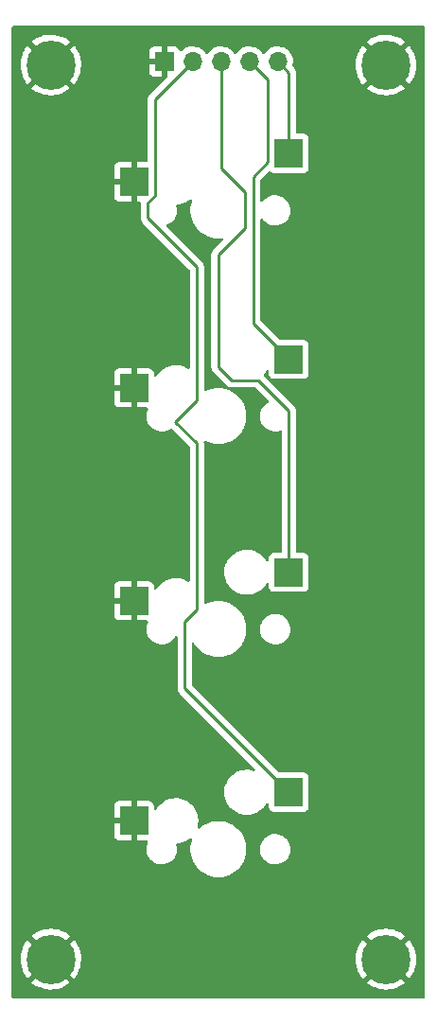
<source format=gbr>
%TF.GenerationSoftware,KiCad,Pcbnew,6.0.0-d3dd2cf0fa~116~ubuntu21.10.1*%
%TF.CreationDate,2021-12-31T19:25:48-08:00*%
%TF.ProjectId,macropad-test1,6d616372-6f70-4616-942d-74657374312e,rev?*%
%TF.SameCoordinates,Original*%
%TF.FileFunction,Copper,L2,Bot*%
%TF.FilePolarity,Positive*%
%FSLAX46Y46*%
G04 Gerber Fmt 4.6, Leading zero omitted, Abs format (unit mm)*
G04 Created by KiCad (PCBNEW 6.0.0-d3dd2cf0fa~116~ubuntu21.10.1) date 2021-12-31 19:25:48*
%MOMM*%
%LPD*%
G01*
G04 APERTURE LIST*
%TA.AperFunction,ComponentPad*%
%ADD10C,0.700000*%
%TD*%
%TA.AperFunction,ComponentPad*%
%ADD11C,4.400000*%
%TD*%
%TA.AperFunction,ComponentPad*%
%ADD12R,1.700000X1.700000*%
%TD*%
%TA.AperFunction,ComponentPad*%
%ADD13O,1.700000X1.700000*%
%TD*%
%TA.AperFunction,SMDPad,CuDef*%
%ADD14R,2.550000X2.500000*%
%TD*%
%TA.AperFunction,Conductor*%
%ADD15C,0.250000*%
%TD*%
G04 APERTURE END LIST*
D10*
%TO.P,H1,1*%
%TO.N,GND*%
X28833274Y-28833274D03*
X31166726Y-28833274D03*
X28833274Y-31166726D03*
X30000000Y-28350000D03*
X28350000Y-30000000D03*
X31650000Y-30000000D03*
D11*
X30000000Y-30000000D03*
D10*
X31166726Y-31166726D03*
X30000000Y-31650000D03*
%TD*%
%TO.P,H2,1*%
%TO.N,GND*%
X28350000Y-110000000D03*
X30000000Y-111650000D03*
X28833274Y-108833274D03*
X30000000Y-108350000D03*
X31166726Y-108833274D03*
X31166726Y-111166726D03*
D11*
X30000000Y-110000000D03*
D10*
X31650000Y-110000000D03*
X28833274Y-111166726D03*
%TD*%
%TO.P,H4,1*%
%TO.N,GND*%
X61166726Y-111166726D03*
D11*
X60000000Y-110000000D03*
D10*
X61650000Y-110000000D03*
X58833274Y-108833274D03*
X60000000Y-111650000D03*
X58350000Y-110000000D03*
X61166726Y-108833274D03*
X58833274Y-111166726D03*
X60000000Y-108350000D03*
%TD*%
%TO.P,H3,1*%
%TO.N,GND*%
X60000000Y-31650000D03*
D11*
X60000000Y-30000000D03*
D10*
X61650000Y-30000000D03*
X60000000Y-28350000D03*
X58833274Y-31166726D03*
X58350000Y-30000000D03*
X61166726Y-28833274D03*
X61166726Y-31166726D03*
X58833274Y-28833274D03*
%TD*%
D12*
%TO.P,J1,1*%
%TO.N,GND*%
X40160000Y-29700000D03*
D13*
%TO.P,J1,2*%
%TO.N,Net-(J1-Pad2)*%
X42700000Y-29700000D03*
%TO.P,J1,3*%
%TO.N,Net-(J1-Pad3)*%
X45240000Y-29700000D03*
%TO.P,J1,4*%
%TO.N,Net-(J1-Pad4)*%
X47780000Y-29700000D03*
%TO.P,J1,5*%
%TO.N,Net-(J1-Pad5)*%
X50320000Y-29700000D03*
%TD*%
D14*
%TO.P,SW1,1*%
%TO.N,Net-(J1-Pad5)*%
X51290000Y-37920000D03*
%TO.P,SW1,2*%
%TO.N,GND*%
X37440000Y-40460000D03*
%TD*%
%TO.P,SW2,1*%
%TO.N,Net-(J1-Pad4)*%
X51290000Y-56335000D03*
%TO.P,SW2,2*%
%TO.N,GND*%
X37440000Y-58875000D03*
%TD*%
%TO.P,SW3,1*%
%TO.N,Net-(J1-Pad3)*%
X51290000Y-75385000D03*
%TO.P,SW3,2*%
%TO.N,GND*%
X37440000Y-77925000D03*
%TD*%
%TO.P,SW4,1*%
%TO.N,Net-(J1-Pad2)*%
X51290000Y-95070000D03*
%TO.P,SW4,2*%
%TO.N,GND*%
X37440000Y-97610000D03*
%TD*%
D15*
%TO.N,Net-(J1-Pad5)*%
X51290000Y-30670000D02*
X50320000Y-29700000D01*
X51290000Y-37920000D02*
X51290000Y-30670000D01*
%TO.N,Net-(J1-Pad4)*%
X48110974Y-40000000D02*
X49414521Y-38696453D01*
X49414521Y-38696453D02*
X49414521Y-31334521D01*
X48110974Y-53125132D02*
X48110974Y-40000000D01*
X49414521Y-31334521D02*
X47780000Y-29700000D01*
X51305421Y-56319579D02*
X48110974Y-53125132D01*
X51290000Y-56335000D02*
X51305421Y-56319579D01*
%TO.N,Net-(J1-Pad3)*%
X46209521Y-58209521D02*
X45000000Y-57000000D01*
X47368421Y-41368421D02*
X45240000Y-39240000D01*
X45000000Y-47000000D02*
X47368421Y-44631579D01*
X48607529Y-58209521D02*
X46209521Y-58209521D01*
X45240000Y-39240000D02*
X45240000Y-29700000D01*
X51305421Y-75369579D02*
X51305421Y-60907413D01*
X51290000Y-75385000D02*
X51305421Y-75369579D01*
X47368421Y-44631579D02*
X47368421Y-41368421D01*
X45000000Y-57000000D02*
X45000000Y-47000000D01*
X51305421Y-60907413D02*
X48607529Y-58209521D01*
%TO.N,Net-(J1-Pad2)*%
X41966453Y-85746453D02*
X41966453Y-79799521D01*
X43064521Y-48064521D02*
X38694579Y-43694579D01*
X51290000Y-95070000D02*
X41966453Y-85746453D01*
X41966453Y-79799521D02*
X43064521Y-78701453D01*
X38694579Y-42305421D02*
X39315479Y-41684521D01*
X38694579Y-43694579D02*
X38694579Y-42305421D01*
X39315479Y-33084521D02*
X42700000Y-29700000D01*
X41145421Y-61922587D02*
X43064521Y-60003487D01*
X43064521Y-60003487D02*
X43064521Y-48064521D01*
X43064521Y-63841687D02*
X41145421Y-61922587D01*
X43064521Y-78701453D02*
X43064521Y-63841687D01*
X39315479Y-41684521D02*
X39315479Y-33084521D01*
%TD*%
%TA.AperFunction,Conductor*%
%TO.N,GND*%
G36*
X63434121Y-26528002D02*
G01*
X63480614Y-26581658D01*
X63492000Y-26634000D01*
X63492000Y-113366000D01*
X63471998Y-113434121D01*
X63418342Y-113480614D01*
X63366000Y-113492000D01*
X26634000Y-113492000D01*
X26565879Y-113471998D01*
X26519386Y-113418342D01*
X26508000Y-113366000D01*
X26508000Y-112086423D01*
X28278703Y-112086423D01*
X28286227Y-112096854D01*
X28425483Y-112209020D01*
X28431657Y-112213408D01*
X28702271Y-112382178D01*
X28708931Y-112385794D01*
X28997852Y-112520827D01*
X29004905Y-112523620D01*
X29307970Y-112622970D01*
X29315282Y-112624888D01*
X29628092Y-112687109D01*
X29635590Y-112688137D01*
X29953610Y-112712328D01*
X29961173Y-112712446D01*
X30279785Y-112698257D01*
X30287326Y-112697465D01*
X30601924Y-112645101D01*
X30609302Y-112643411D01*
X30915355Y-112553625D01*
X30922450Y-112551071D01*
X31215496Y-112425169D01*
X31222263Y-112421765D01*
X31498042Y-112261580D01*
X31504349Y-112257390D01*
X31714305Y-112098889D01*
X31722761Y-112087496D01*
X31722172Y-112086423D01*
X58278703Y-112086423D01*
X58286227Y-112096854D01*
X58425483Y-112209020D01*
X58431657Y-112213408D01*
X58702271Y-112382178D01*
X58708931Y-112385794D01*
X58997852Y-112520827D01*
X59004905Y-112523620D01*
X59307970Y-112622970D01*
X59315282Y-112624888D01*
X59628092Y-112687109D01*
X59635590Y-112688137D01*
X59953610Y-112712328D01*
X59961173Y-112712446D01*
X60279785Y-112698257D01*
X60287326Y-112697465D01*
X60601924Y-112645101D01*
X60609302Y-112643411D01*
X60915355Y-112553625D01*
X60922450Y-112551071D01*
X61215496Y-112425169D01*
X61222263Y-112421765D01*
X61498042Y-112261580D01*
X61504349Y-112257390D01*
X61714305Y-112098889D01*
X61722761Y-112087496D01*
X61716045Y-112075256D01*
X60012810Y-110372020D01*
X59998869Y-110364408D01*
X59997034Y-110364539D01*
X59990420Y-110368790D01*
X58285818Y-112073393D01*
X58278703Y-112086423D01*
X31722172Y-112086423D01*
X31716045Y-112075256D01*
X30012810Y-110372020D01*
X29998869Y-110364408D01*
X29997034Y-110364539D01*
X29990420Y-110368790D01*
X28285818Y-112073393D01*
X28278703Y-112086423D01*
X26508000Y-112086423D01*
X26508000Y-109975383D01*
X27287388Y-109975383D01*
X27303245Y-110293914D01*
X27304076Y-110301443D01*
X27358085Y-110615759D01*
X27359818Y-110623146D01*
X27451196Y-110928695D01*
X27453799Y-110935808D01*
X27581227Y-111228173D01*
X27584669Y-111234929D01*
X27746296Y-111509865D01*
X27750519Y-111516150D01*
X27901463Y-111713934D01*
X27912989Y-111722396D01*
X27925054Y-111715735D01*
X29627980Y-110012810D01*
X29634357Y-110001131D01*
X30364408Y-110001131D01*
X30364539Y-110002966D01*
X30368790Y-110009580D01*
X32073285Y-111714074D01*
X32086408Y-111721240D01*
X32096709Y-111713851D01*
X32200751Y-111586055D01*
X32205164Y-111579914D01*
X32375349Y-111310187D01*
X32379005Y-111303536D01*
X32515544Y-111015335D01*
X32518375Y-111008295D01*
X32619306Y-110705767D01*
X32621270Y-110698433D01*
X32685122Y-110385989D01*
X32686194Y-110378465D01*
X32712173Y-110059051D01*
X32712378Y-110054576D01*
X32712927Y-110002221D01*
X32712817Y-109997789D01*
X32711466Y-109975383D01*
X57287388Y-109975383D01*
X57303245Y-110293914D01*
X57304076Y-110301443D01*
X57358085Y-110615759D01*
X57359818Y-110623146D01*
X57451196Y-110928695D01*
X57453799Y-110935808D01*
X57581227Y-111228173D01*
X57584669Y-111234929D01*
X57746296Y-111509865D01*
X57750519Y-111516150D01*
X57901463Y-111713934D01*
X57912989Y-111722396D01*
X57925054Y-111715735D01*
X59627980Y-110012810D01*
X59634357Y-110001131D01*
X60364408Y-110001131D01*
X60364539Y-110002966D01*
X60368790Y-110009580D01*
X62073285Y-111714074D01*
X62086408Y-111721240D01*
X62096709Y-111713851D01*
X62200751Y-111586055D01*
X62205164Y-111579914D01*
X62375349Y-111310187D01*
X62379005Y-111303536D01*
X62515544Y-111015335D01*
X62518375Y-111008295D01*
X62619306Y-110705767D01*
X62621270Y-110698433D01*
X62685122Y-110385989D01*
X62686194Y-110378465D01*
X62712173Y-110059051D01*
X62712378Y-110054576D01*
X62712927Y-110002221D01*
X62712817Y-109997789D01*
X62693529Y-109677853D01*
X62692621Y-109670351D01*
X62635319Y-109356593D01*
X62633518Y-109349260D01*
X62538935Y-109044655D01*
X62536263Y-109037583D01*
X62405781Y-108746570D01*
X62402264Y-108739843D01*
X62237771Y-108466621D01*
X62233481Y-108460377D01*
X62097991Y-108286647D01*
X62086199Y-108278178D01*
X62074486Y-108284725D01*
X60372020Y-109987190D01*
X60364408Y-110001131D01*
X59634357Y-110001131D01*
X59635592Y-109998869D01*
X59635461Y-109997034D01*
X59631210Y-109990420D01*
X57926445Y-108285656D01*
X57913510Y-108278592D01*
X57902949Y-108286252D01*
X57782766Y-108437072D01*
X57778410Y-108443270D01*
X57611059Y-108714764D01*
X57607479Y-108721440D01*
X57473956Y-109011074D01*
X57471206Y-109018125D01*
X57373444Y-109321708D01*
X57371561Y-109329041D01*
X57310979Y-109642170D01*
X57309992Y-109649670D01*
X57287467Y-109967802D01*
X57287388Y-109975383D01*
X32711466Y-109975383D01*
X32693529Y-109677853D01*
X32692621Y-109670351D01*
X32635319Y-109356593D01*
X32633518Y-109349260D01*
X32538935Y-109044655D01*
X32536263Y-109037583D01*
X32405781Y-108746570D01*
X32402264Y-108739843D01*
X32237771Y-108466621D01*
X32233481Y-108460377D01*
X32097991Y-108286647D01*
X32086199Y-108278178D01*
X32074486Y-108284725D01*
X30372020Y-109987190D01*
X30364408Y-110001131D01*
X29634357Y-110001131D01*
X29635592Y-109998869D01*
X29635461Y-109997034D01*
X29631210Y-109990420D01*
X27926445Y-108285656D01*
X27913510Y-108278592D01*
X27902949Y-108286252D01*
X27782766Y-108437072D01*
X27778410Y-108443270D01*
X27611059Y-108714764D01*
X27607479Y-108721440D01*
X27473956Y-109011074D01*
X27471206Y-109018125D01*
X27373444Y-109321708D01*
X27371561Y-109329041D01*
X27310979Y-109642170D01*
X27309992Y-109649670D01*
X27287467Y-109967802D01*
X27287388Y-109975383D01*
X26508000Y-109975383D01*
X26508000Y-107913423D01*
X28277917Y-107913423D01*
X28284520Y-107925309D01*
X29987190Y-109627980D01*
X30001131Y-109635592D01*
X30002966Y-109635461D01*
X30009580Y-109631210D01*
X31714559Y-107926230D01*
X31721552Y-107913423D01*
X58277917Y-107913423D01*
X58284520Y-107925309D01*
X59987190Y-109627980D01*
X60001131Y-109635592D01*
X60002966Y-109635461D01*
X60009580Y-109631210D01*
X61714559Y-107926230D01*
X61721571Y-107913389D01*
X61713777Y-107902701D01*
X61551298Y-107774613D01*
X61545075Y-107770288D01*
X61272702Y-107604357D01*
X61266025Y-107600822D01*
X60975686Y-107468813D01*
X60968616Y-107466099D01*
X60664537Y-107369932D01*
X60657186Y-107368085D01*
X60343746Y-107309142D01*
X60336237Y-107308194D01*
X60017989Y-107287335D01*
X60010424Y-107287295D01*
X59691964Y-107304821D01*
X59684450Y-107305690D01*
X59370405Y-107361348D01*
X59363044Y-107363115D01*
X59057980Y-107456092D01*
X59050860Y-107458740D01*
X58759182Y-107587690D01*
X58752445Y-107591167D01*
X58478355Y-107754233D01*
X58472091Y-107758490D01*
X58286385Y-107901762D01*
X58277917Y-107913423D01*
X31721552Y-107913423D01*
X31721571Y-107913389D01*
X31713777Y-107902701D01*
X31551298Y-107774613D01*
X31545075Y-107770288D01*
X31272702Y-107604357D01*
X31266025Y-107600822D01*
X30975686Y-107468813D01*
X30968616Y-107466099D01*
X30664537Y-107369932D01*
X30657186Y-107368085D01*
X30343746Y-107309142D01*
X30336237Y-107308194D01*
X30017989Y-107287335D01*
X30010424Y-107287295D01*
X29691964Y-107304821D01*
X29684450Y-107305690D01*
X29370405Y-107361348D01*
X29363044Y-107363115D01*
X29057980Y-107456092D01*
X29050860Y-107458740D01*
X28759182Y-107587690D01*
X28752445Y-107591167D01*
X28478355Y-107754233D01*
X28472091Y-107758490D01*
X28286385Y-107901762D01*
X28277917Y-107913423D01*
X26508000Y-107913423D01*
X26508000Y-98904669D01*
X35657001Y-98904669D01*
X35657371Y-98911490D01*
X35662895Y-98962352D01*
X35666521Y-98977604D01*
X35711676Y-99098054D01*
X35720214Y-99113649D01*
X35796715Y-99215724D01*
X35809276Y-99228285D01*
X35911351Y-99304786D01*
X35926946Y-99313324D01*
X36047394Y-99358478D01*
X36062649Y-99362105D01*
X36113514Y-99367631D01*
X36120328Y-99368000D01*
X37167885Y-99368000D01*
X37183124Y-99363525D01*
X37184329Y-99362135D01*
X37186000Y-99354452D01*
X37186000Y-99349884D01*
X37694000Y-99349884D01*
X37698475Y-99365123D01*
X37699865Y-99366328D01*
X37707548Y-99367999D01*
X38587131Y-99367999D01*
X38655252Y-99388001D01*
X38701745Y-99441657D01*
X38711849Y-99511931D01*
X38699448Y-99551103D01*
X38658344Y-99631949D01*
X38658342Y-99631954D01*
X38655923Y-99636712D01*
X38643620Y-99676335D01*
X38589095Y-99851930D01*
X38589094Y-99851936D01*
X38587511Y-99857033D01*
X38557200Y-100085732D01*
X38565854Y-100316268D01*
X38613228Y-100542050D01*
X38615186Y-100547009D01*
X38615187Y-100547011D01*
X38643945Y-100619830D01*
X38697967Y-100756622D01*
X38817647Y-100953849D01*
X38821144Y-100957879D01*
X38907768Y-101057704D01*
X38968847Y-101128092D01*
X38972978Y-101131479D01*
X39143115Y-101270984D01*
X39143121Y-101270988D01*
X39147243Y-101274368D01*
X39347735Y-101388494D01*
X39352751Y-101390315D01*
X39352756Y-101390317D01*
X39559575Y-101465389D01*
X39559579Y-101465390D01*
X39564590Y-101467209D01*
X39569839Y-101468158D01*
X39569842Y-101468159D01*
X39787523Y-101507522D01*
X39787530Y-101507523D01*
X39791607Y-101508260D01*
X39809344Y-101509096D01*
X39814292Y-101509330D01*
X39814299Y-101509330D01*
X39815780Y-101509400D01*
X39977925Y-101509400D01*
X40044881Y-101503719D01*
X40144562Y-101495261D01*
X40144566Y-101495260D01*
X40149873Y-101494810D01*
X40155028Y-101493472D01*
X40155034Y-101493471D01*
X40368003Y-101438195D01*
X40368007Y-101438194D01*
X40373172Y-101436853D01*
X40378038Y-101434661D01*
X40378041Y-101434660D01*
X40578649Y-101344293D01*
X40583515Y-101342101D01*
X40587935Y-101339125D01*
X40587939Y-101339123D01*
X40763333Y-101221039D01*
X40774885Y-101213262D01*
X40941812Y-101054022D01*
X41019738Y-100949286D01*
X41076337Y-100873214D01*
X41076339Y-100873211D01*
X41079521Y-100868934D01*
X41134305Y-100761183D01*
X41181658Y-100668046D01*
X41181658Y-100668045D01*
X41184077Y-100663288D01*
X41223343Y-100536831D01*
X41250905Y-100448070D01*
X41250906Y-100448064D01*
X41252489Y-100442967D01*
X41282800Y-100214268D01*
X41274146Y-99983732D01*
X41228104Y-99764298D01*
X41233691Y-99693523D01*
X41276656Y-99637003D01*
X41342629Y-99612732D01*
X41387257Y-99609612D01*
X41465828Y-99604118D01*
X41465834Y-99604117D01*
X41470212Y-99603811D01*
X41744970Y-99545409D01*
X41749099Y-99543906D01*
X41749103Y-99543905D01*
X42004781Y-99450846D01*
X42004785Y-99450844D01*
X42008926Y-99449337D01*
X42256942Y-99317464D01*
X42262641Y-99313324D01*
X42441327Y-99183501D01*
X42508195Y-99159642D01*
X42577347Y-99175723D01*
X42626827Y-99226637D01*
X42640926Y-99296220D01*
X42632540Y-99331820D01*
X42615370Y-99375187D01*
X42537064Y-99680170D01*
X42497600Y-99992562D01*
X42497600Y-100307438D01*
X42537064Y-100619830D01*
X42615370Y-100924813D01*
X42731284Y-101217577D01*
X42733186Y-101221036D01*
X42733187Y-101221039D01*
X42867520Y-101465389D01*
X42882976Y-101493504D01*
X43068055Y-101748244D01*
X43283602Y-101977778D01*
X43526218Y-102178487D01*
X43792076Y-102347206D01*
X43795655Y-102348890D01*
X43795662Y-102348894D01*
X44073394Y-102479584D01*
X44073398Y-102479586D01*
X44076984Y-102481273D01*
X44376448Y-102578575D01*
X44685746Y-102637577D01*
X44779300Y-102643463D01*
X44919358Y-102652275D01*
X44919374Y-102652276D01*
X44921353Y-102652400D01*
X45078647Y-102652400D01*
X45080626Y-102652276D01*
X45080642Y-102652275D01*
X45220700Y-102643463D01*
X45314254Y-102637577D01*
X45623552Y-102578575D01*
X45923016Y-102481273D01*
X45926602Y-102479586D01*
X45926606Y-102479584D01*
X46204338Y-102348894D01*
X46204345Y-102348890D01*
X46207924Y-102347206D01*
X46473782Y-102178487D01*
X46716398Y-101977778D01*
X46931945Y-101748244D01*
X47117024Y-101493504D01*
X47132481Y-101465389D01*
X47266813Y-101221039D01*
X47266814Y-101221036D01*
X47268716Y-101217577D01*
X47384630Y-100924813D01*
X47462936Y-100619830D01*
X47502400Y-100307438D01*
X47502400Y-100085732D01*
X48717200Y-100085732D01*
X48725854Y-100316268D01*
X48773228Y-100542050D01*
X48775186Y-100547009D01*
X48775187Y-100547011D01*
X48803945Y-100619830D01*
X48857967Y-100756622D01*
X48977647Y-100953849D01*
X48981144Y-100957879D01*
X49067768Y-101057704D01*
X49128847Y-101128092D01*
X49132978Y-101131479D01*
X49303115Y-101270984D01*
X49303121Y-101270988D01*
X49307243Y-101274368D01*
X49507735Y-101388494D01*
X49512751Y-101390315D01*
X49512756Y-101390317D01*
X49719575Y-101465389D01*
X49719579Y-101465390D01*
X49724590Y-101467209D01*
X49729839Y-101468158D01*
X49729842Y-101468159D01*
X49947523Y-101507522D01*
X49947530Y-101507523D01*
X49951607Y-101508260D01*
X49969344Y-101509096D01*
X49974292Y-101509330D01*
X49974299Y-101509330D01*
X49975780Y-101509400D01*
X50137925Y-101509400D01*
X50204881Y-101503719D01*
X50304562Y-101495261D01*
X50304566Y-101495260D01*
X50309873Y-101494810D01*
X50315028Y-101493472D01*
X50315034Y-101493471D01*
X50528003Y-101438195D01*
X50528007Y-101438194D01*
X50533172Y-101436853D01*
X50538038Y-101434661D01*
X50538041Y-101434660D01*
X50738649Y-101344293D01*
X50743515Y-101342101D01*
X50747935Y-101339125D01*
X50747939Y-101339123D01*
X50923333Y-101221039D01*
X50934885Y-101213262D01*
X51101812Y-101054022D01*
X51179738Y-100949286D01*
X51236337Y-100873214D01*
X51236339Y-100873211D01*
X51239521Y-100868934D01*
X51294305Y-100761183D01*
X51341658Y-100668046D01*
X51341658Y-100668045D01*
X51344077Y-100663288D01*
X51383343Y-100536831D01*
X51410905Y-100448070D01*
X51410906Y-100448064D01*
X51412489Y-100442967D01*
X51442800Y-100214268D01*
X51434146Y-99983732D01*
X51386772Y-99757950D01*
X51361329Y-99693523D01*
X51338893Y-99636712D01*
X51302033Y-99543378D01*
X51194597Y-99366328D01*
X51185122Y-99350714D01*
X51185121Y-99350713D01*
X51182353Y-99346151D01*
X51095428Y-99245978D01*
X51034653Y-99175941D01*
X51034651Y-99175939D01*
X51031153Y-99171908D01*
X50941082Y-99098054D01*
X50856885Y-99029016D01*
X50856879Y-99029012D01*
X50852757Y-99025632D01*
X50652265Y-98911506D01*
X50647249Y-98909685D01*
X50647244Y-98909683D01*
X50440425Y-98834611D01*
X50440421Y-98834610D01*
X50435410Y-98832791D01*
X50430161Y-98831842D01*
X50430158Y-98831841D01*
X50212477Y-98792478D01*
X50212470Y-98792477D01*
X50208393Y-98791740D01*
X50190656Y-98790904D01*
X50185708Y-98790670D01*
X50185701Y-98790670D01*
X50184220Y-98790600D01*
X50022075Y-98790600D01*
X49955119Y-98796281D01*
X49855438Y-98804739D01*
X49855434Y-98804740D01*
X49850127Y-98805190D01*
X49844972Y-98806528D01*
X49844966Y-98806529D01*
X49631997Y-98861805D01*
X49631993Y-98861806D01*
X49626828Y-98863147D01*
X49621962Y-98865339D01*
X49621959Y-98865340D01*
X49519474Y-98911506D01*
X49416485Y-98957899D01*
X49412065Y-98960875D01*
X49412061Y-98960877D01*
X49387216Y-98977604D01*
X49225115Y-99086738D01*
X49058188Y-99245978D01*
X49055000Y-99250263D01*
X48964785Y-99371517D01*
X48920479Y-99431066D01*
X48918064Y-99435816D01*
X48863377Y-99543378D01*
X48815923Y-99636712D01*
X48803620Y-99676335D01*
X48749095Y-99851930D01*
X48749094Y-99851936D01*
X48747511Y-99857033D01*
X48717200Y-100085732D01*
X47502400Y-100085732D01*
X47502400Y-99992562D01*
X47462936Y-99680170D01*
X47384630Y-99375187D01*
X47381785Y-99368000D01*
X47308736Y-99183501D01*
X47268716Y-99082423D01*
X47266813Y-99078961D01*
X47118933Y-98809968D01*
X47118931Y-98809965D01*
X47117024Y-98806496D01*
X46931945Y-98551756D01*
X46716398Y-98322222D01*
X46473782Y-98121513D01*
X46207924Y-97952794D01*
X46204345Y-97951110D01*
X46204338Y-97951106D01*
X45926606Y-97820416D01*
X45926602Y-97820414D01*
X45923016Y-97818727D01*
X45623552Y-97721425D01*
X45314254Y-97662423D01*
X45220700Y-97656537D01*
X45080642Y-97647725D01*
X45080626Y-97647724D01*
X45078647Y-97647600D01*
X44921353Y-97647600D01*
X44919374Y-97647724D01*
X44919358Y-97647725D01*
X44779300Y-97656537D01*
X44685746Y-97662423D01*
X44376448Y-97721425D01*
X44076984Y-97818727D01*
X44073398Y-97820414D01*
X44073394Y-97820416D01*
X43795662Y-97951106D01*
X43795655Y-97951110D01*
X43792076Y-97952794D01*
X43526218Y-98121513D01*
X43446249Y-98187669D01*
X43325413Y-98287633D01*
X43260176Y-98315643D01*
X43190151Y-98303936D01*
X43137571Y-98256229D01*
X43119131Y-98187669D01*
X43122841Y-98160066D01*
X43171753Y-97963893D01*
X43171754Y-97963888D01*
X43172817Y-97959624D01*
X43173713Y-97951106D01*
X43201719Y-97684636D01*
X43201719Y-97684633D01*
X43202178Y-97680267D01*
X43201555Y-97662423D01*
X43192529Y-97403939D01*
X43192528Y-97403933D01*
X43192375Y-97399542D01*
X43184698Y-97356000D01*
X43144360Y-97127236D01*
X43143598Y-97122913D01*
X43056797Y-96855765D01*
X43053750Y-96849516D01*
X42994180Y-96727381D01*
X42933660Y-96603298D01*
X42931205Y-96599659D01*
X42931202Y-96599653D01*
X42821973Y-96437715D01*
X42776585Y-96370424D01*
X42771447Y-96364717D01*
X42591566Y-96164940D01*
X42588629Y-96161678D01*
X42373450Y-95981121D01*
X42135236Y-95832269D01*
X41878625Y-95718018D01*
X41608610Y-95640593D01*
X41604260Y-95639982D01*
X41604257Y-95639981D01*
X41501310Y-95625513D01*
X41330448Y-95601500D01*
X41119854Y-95601500D01*
X41117668Y-95601653D01*
X41117664Y-95601653D01*
X40914173Y-95615882D01*
X40914168Y-95615883D01*
X40909788Y-95616189D01*
X40635030Y-95674591D01*
X40630901Y-95676094D01*
X40630897Y-95676095D01*
X40375219Y-95769154D01*
X40375215Y-95769156D01*
X40371074Y-95770663D01*
X40123058Y-95902536D01*
X40119499Y-95905122D01*
X40119497Y-95905123D01*
X40014895Y-95981121D01*
X39895808Y-96067642D01*
X39892644Y-96070698D01*
X39892641Y-96070700D01*
X39803865Y-96156431D01*
X39693748Y-96262769D01*
X39520812Y-96484118D01*
X39518616Y-96487922D01*
X39518611Y-96487929D01*
X39458118Y-96592707D01*
X39406735Y-96641700D01*
X39337022Y-96655136D01*
X39271111Y-96628750D01*
X39229929Y-96570917D01*
X39222999Y-96529707D01*
X39222999Y-96315331D01*
X39222629Y-96308510D01*
X39217105Y-96257648D01*
X39213479Y-96242396D01*
X39168324Y-96121946D01*
X39159786Y-96106351D01*
X39083285Y-96004276D01*
X39070724Y-95991715D01*
X38968649Y-95915214D01*
X38953054Y-95906676D01*
X38832606Y-95861522D01*
X38817351Y-95857895D01*
X38766486Y-95852369D01*
X38759672Y-95852000D01*
X37712115Y-95852000D01*
X37696876Y-95856475D01*
X37695671Y-95857865D01*
X37694000Y-95865548D01*
X37694000Y-99349884D01*
X37186000Y-99349884D01*
X37186000Y-97882115D01*
X37181525Y-97866876D01*
X37180135Y-97865671D01*
X37172452Y-97864000D01*
X35675116Y-97864000D01*
X35659877Y-97868475D01*
X35658672Y-97869865D01*
X35657001Y-97877548D01*
X35657001Y-98904669D01*
X26508000Y-98904669D01*
X26508000Y-97337885D01*
X35657000Y-97337885D01*
X35661475Y-97353124D01*
X35662865Y-97354329D01*
X35670548Y-97356000D01*
X37167885Y-97356000D01*
X37183124Y-97351525D01*
X37184329Y-97350135D01*
X37186000Y-97342452D01*
X37186000Y-95870116D01*
X37181525Y-95854877D01*
X37180135Y-95853672D01*
X37172452Y-95852001D01*
X36120331Y-95852001D01*
X36113510Y-95852371D01*
X36062648Y-95857895D01*
X36047396Y-95861521D01*
X35926946Y-95906676D01*
X35911351Y-95915214D01*
X35809276Y-95991715D01*
X35796715Y-96004276D01*
X35720214Y-96106351D01*
X35711676Y-96121946D01*
X35666522Y-96242394D01*
X35662895Y-96257649D01*
X35657369Y-96308514D01*
X35657000Y-96315328D01*
X35657000Y-97337885D01*
X26508000Y-97337885D01*
X26508000Y-79219669D01*
X35657001Y-79219669D01*
X35657371Y-79226490D01*
X35662895Y-79277352D01*
X35666521Y-79292604D01*
X35711676Y-79413054D01*
X35720214Y-79428649D01*
X35796715Y-79530724D01*
X35809276Y-79543285D01*
X35911351Y-79619786D01*
X35926946Y-79628324D01*
X36047394Y-79673478D01*
X36062649Y-79677105D01*
X36113514Y-79682631D01*
X36120328Y-79683000D01*
X37167885Y-79683000D01*
X37183124Y-79678525D01*
X37184329Y-79677135D01*
X37186000Y-79669452D01*
X37186000Y-79664884D01*
X37694000Y-79664884D01*
X37698475Y-79680123D01*
X37699865Y-79681328D01*
X37707548Y-79682999D01*
X38587131Y-79682999D01*
X38655252Y-79703001D01*
X38701745Y-79756657D01*
X38711849Y-79826931D01*
X38699448Y-79866103D01*
X38658344Y-79946949D01*
X38658342Y-79946954D01*
X38655923Y-79951712D01*
X38643620Y-79991335D01*
X38589095Y-80166930D01*
X38589094Y-80166936D01*
X38587511Y-80172033D01*
X38557200Y-80400732D01*
X38565854Y-80631268D01*
X38613228Y-80857050D01*
X38615186Y-80862009D01*
X38615187Y-80862011D01*
X38643945Y-80934830D01*
X38697967Y-81071622D01*
X38817647Y-81268849D01*
X38821144Y-81272879D01*
X38907768Y-81372704D01*
X38968847Y-81443092D01*
X38972978Y-81446479D01*
X39143115Y-81585984D01*
X39143121Y-81585988D01*
X39147243Y-81589368D01*
X39347735Y-81703494D01*
X39352751Y-81705315D01*
X39352756Y-81705317D01*
X39559575Y-81780389D01*
X39559579Y-81780390D01*
X39564590Y-81782209D01*
X39569839Y-81783158D01*
X39569842Y-81783159D01*
X39787523Y-81822522D01*
X39787530Y-81822523D01*
X39791607Y-81823260D01*
X39809344Y-81824096D01*
X39814292Y-81824330D01*
X39814299Y-81824330D01*
X39815780Y-81824400D01*
X39977925Y-81824400D01*
X40044881Y-81818719D01*
X40144562Y-81810261D01*
X40144566Y-81810260D01*
X40149873Y-81809810D01*
X40155028Y-81808472D01*
X40155034Y-81808471D01*
X40368003Y-81753195D01*
X40368007Y-81753194D01*
X40373172Y-81751853D01*
X40378038Y-81749661D01*
X40378041Y-81749660D01*
X40578649Y-81659293D01*
X40583515Y-81657101D01*
X40587935Y-81654125D01*
X40587939Y-81654123D01*
X40763333Y-81536039D01*
X40774885Y-81528262D01*
X40941812Y-81369022D01*
X41019738Y-81264286D01*
X41076337Y-81188214D01*
X41076339Y-81188211D01*
X41079521Y-81183934D01*
X41094636Y-81154205D01*
X41143339Y-81102547D01*
X41212239Y-81085421D01*
X41279461Y-81108263D01*
X41323662Y-81163822D01*
X41332953Y-81211310D01*
X41332953Y-85667686D01*
X41332426Y-85678869D01*
X41330751Y-85686362D01*
X41331000Y-85694288D01*
X41331000Y-85694289D01*
X41332891Y-85754439D01*
X41332953Y-85758398D01*
X41332953Y-85786309D01*
X41333450Y-85790243D01*
X41333450Y-85790244D01*
X41333458Y-85790309D01*
X41334391Y-85802146D01*
X41335780Y-85846342D01*
X41341431Y-85865792D01*
X41345440Y-85885153D01*
X41347979Y-85905250D01*
X41350898Y-85912621D01*
X41350898Y-85912623D01*
X41364257Y-85946365D01*
X41368102Y-85957595D01*
X41380435Y-86000046D01*
X41384468Y-86006865D01*
X41384470Y-86006870D01*
X41390746Y-86017481D01*
X41399441Y-86035229D01*
X41406901Y-86054070D01*
X41411563Y-86060486D01*
X41411563Y-86060487D01*
X41432889Y-86089840D01*
X41439405Y-86099760D01*
X41461911Y-86137815D01*
X41476232Y-86152136D01*
X41489072Y-86167169D01*
X41500981Y-86183560D01*
X41507087Y-86188611D01*
X41535058Y-86211751D01*
X41543837Y-86219741D01*
X48267558Y-92943462D01*
X48301584Y-93005774D01*
X48296519Y-93076589D01*
X48253972Y-93133425D01*
X48187452Y-93158236D01*
X48143734Y-93153676D01*
X47958610Y-93100593D01*
X47954260Y-93099982D01*
X47954257Y-93099981D01*
X47851310Y-93085513D01*
X47680448Y-93061500D01*
X47469854Y-93061500D01*
X47467668Y-93061653D01*
X47467664Y-93061653D01*
X47264173Y-93075882D01*
X47264168Y-93075883D01*
X47259788Y-93076189D01*
X46985030Y-93134591D01*
X46980901Y-93136094D01*
X46980897Y-93136095D01*
X46725219Y-93229154D01*
X46725215Y-93229156D01*
X46721074Y-93230663D01*
X46473058Y-93362536D01*
X46469499Y-93365122D01*
X46469497Y-93365123D01*
X46333516Y-93463919D01*
X46245808Y-93527642D01*
X46043748Y-93722769D01*
X45870812Y-93944118D01*
X45868616Y-93947922D01*
X45868611Y-93947929D01*
X45802003Y-94063298D01*
X45730364Y-94187381D01*
X45625138Y-94447824D01*
X45557183Y-94720376D01*
X45527822Y-94999733D01*
X45537625Y-95280458D01*
X45586402Y-95557087D01*
X45673203Y-95824235D01*
X45675131Y-95828188D01*
X45675133Y-95828193D01*
X45710385Y-95900470D01*
X45796340Y-96076702D01*
X45798795Y-96080341D01*
X45798798Y-96080347D01*
X45826857Y-96121946D01*
X45953415Y-96309576D01*
X46141371Y-96518322D01*
X46356550Y-96698879D01*
X46594764Y-96847731D01*
X46851375Y-96961982D01*
X47121390Y-97039407D01*
X47125740Y-97040018D01*
X47125743Y-97040019D01*
X47228690Y-97054487D01*
X47399552Y-97078500D01*
X47610146Y-97078500D01*
X47612332Y-97078347D01*
X47612336Y-97078347D01*
X47815827Y-97064118D01*
X47815832Y-97064117D01*
X47820212Y-97063811D01*
X48094970Y-97005409D01*
X48099099Y-97003906D01*
X48099103Y-97003905D01*
X48354781Y-96910846D01*
X48354785Y-96910844D01*
X48358926Y-96909337D01*
X48606942Y-96777464D01*
X48711896Y-96701211D01*
X48830629Y-96614947D01*
X48830632Y-96614944D01*
X48834192Y-96612358D01*
X48839482Y-96607250D01*
X48966988Y-96484118D01*
X49036252Y-96417231D01*
X49209188Y-96195882D01*
X49211384Y-96192078D01*
X49211389Y-96192071D01*
X49271381Y-96088161D01*
X49322764Y-96039168D01*
X49392477Y-96025732D01*
X49458388Y-96052118D01*
X49499570Y-96109951D01*
X49506500Y-96151161D01*
X49506500Y-96368134D01*
X49513255Y-96430316D01*
X49564385Y-96566705D01*
X49651739Y-96683261D01*
X49768295Y-96770615D01*
X49904684Y-96821745D01*
X49966866Y-96828500D01*
X52613134Y-96828500D01*
X52675316Y-96821745D01*
X52811705Y-96770615D01*
X52928261Y-96683261D01*
X53015615Y-96566705D01*
X53066745Y-96430316D01*
X53073500Y-96368134D01*
X53073500Y-93771866D01*
X53066745Y-93709684D01*
X53015615Y-93573295D01*
X52928261Y-93456739D01*
X52811705Y-93369385D01*
X52675316Y-93318255D01*
X52613134Y-93311500D01*
X50479594Y-93311500D01*
X50411473Y-93291498D01*
X50390499Y-93274595D01*
X42636858Y-85520953D01*
X42602832Y-85458641D01*
X42599953Y-85431858D01*
X42599953Y-81784425D01*
X42619955Y-81716304D01*
X42673611Y-81669811D01*
X42743885Y-81659707D01*
X42808465Y-81689201D01*
X42836368Y-81723723D01*
X42882976Y-81808504D01*
X43068055Y-82063244D01*
X43283602Y-82292778D01*
X43526218Y-82493487D01*
X43792076Y-82662206D01*
X43795655Y-82663890D01*
X43795662Y-82663894D01*
X44073394Y-82794584D01*
X44073398Y-82794586D01*
X44076984Y-82796273D01*
X44376448Y-82893575D01*
X44685746Y-82952577D01*
X44779300Y-82958463D01*
X44919358Y-82967275D01*
X44919374Y-82967276D01*
X44921353Y-82967400D01*
X45078647Y-82967400D01*
X45080626Y-82967276D01*
X45080642Y-82967275D01*
X45220700Y-82958463D01*
X45314254Y-82952577D01*
X45623552Y-82893575D01*
X45923016Y-82796273D01*
X45926602Y-82794586D01*
X45926606Y-82794584D01*
X46204338Y-82663894D01*
X46204345Y-82663890D01*
X46207924Y-82662206D01*
X46473782Y-82493487D01*
X46716398Y-82292778D01*
X46931945Y-82063244D01*
X47117024Y-81808504D01*
X47132481Y-81780389D01*
X47266813Y-81536039D01*
X47266814Y-81536036D01*
X47268716Y-81532577D01*
X47384630Y-81239813D01*
X47462936Y-80934830D01*
X47502400Y-80622438D01*
X47502400Y-80400732D01*
X48717200Y-80400732D01*
X48725854Y-80631268D01*
X48773228Y-80857050D01*
X48775186Y-80862009D01*
X48775187Y-80862011D01*
X48803945Y-80934830D01*
X48857967Y-81071622D01*
X48977647Y-81268849D01*
X48981144Y-81272879D01*
X49067768Y-81372704D01*
X49128847Y-81443092D01*
X49132978Y-81446479D01*
X49303115Y-81585984D01*
X49303121Y-81585988D01*
X49307243Y-81589368D01*
X49507735Y-81703494D01*
X49512751Y-81705315D01*
X49512756Y-81705317D01*
X49719575Y-81780389D01*
X49719579Y-81780390D01*
X49724590Y-81782209D01*
X49729839Y-81783158D01*
X49729842Y-81783159D01*
X49947523Y-81822522D01*
X49947530Y-81822523D01*
X49951607Y-81823260D01*
X49969344Y-81824096D01*
X49974292Y-81824330D01*
X49974299Y-81824330D01*
X49975780Y-81824400D01*
X50137925Y-81824400D01*
X50204881Y-81818719D01*
X50304562Y-81810261D01*
X50304566Y-81810260D01*
X50309873Y-81809810D01*
X50315028Y-81808472D01*
X50315034Y-81808471D01*
X50528003Y-81753195D01*
X50528007Y-81753194D01*
X50533172Y-81751853D01*
X50538038Y-81749661D01*
X50538041Y-81749660D01*
X50738649Y-81659293D01*
X50743515Y-81657101D01*
X50747935Y-81654125D01*
X50747939Y-81654123D01*
X50923333Y-81536039D01*
X50934885Y-81528262D01*
X51101812Y-81369022D01*
X51179738Y-81264286D01*
X51236337Y-81188214D01*
X51236339Y-81188211D01*
X51239521Y-81183934D01*
X51294305Y-81076183D01*
X51341658Y-80983046D01*
X51341658Y-80983045D01*
X51344077Y-80978288D01*
X51383343Y-80851831D01*
X51410905Y-80763070D01*
X51410906Y-80763064D01*
X51412489Y-80757967D01*
X51442800Y-80529268D01*
X51434146Y-80298732D01*
X51386772Y-80072950D01*
X51357610Y-79999106D01*
X51338893Y-79951712D01*
X51302033Y-79858378D01*
X51194597Y-79681328D01*
X51185122Y-79665714D01*
X51185121Y-79665713D01*
X51182353Y-79661151D01*
X51095428Y-79560978D01*
X51034653Y-79490941D01*
X51034651Y-79490939D01*
X51031153Y-79486908D01*
X50941082Y-79413054D01*
X50856885Y-79344016D01*
X50856879Y-79344012D01*
X50852757Y-79340632D01*
X50652265Y-79226506D01*
X50647249Y-79224685D01*
X50647244Y-79224683D01*
X50440425Y-79149611D01*
X50440421Y-79149610D01*
X50435410Y-79147791D01*
X50430161Y-79146842D01*
X50430158Y-79146841D01*
X50212477Y-79107478D01*
X50212470Y-79107477D01*
X50208393Y-79106740D01*
X50190656Y-79105904D01*
X50185708Y-79105670D01*
X50185701Y-79105670D01*
X50184220Y-79105600D01*
X50022075Y-79105600D01*
X49955119Y-79111281D01*
X49855438Y-79119739D01*
X49855434Y-79119740D01*
X49850127Y-79120190D01*
X49844972Y-79121528D01*
X49844966Y-79121529D01*
X49631997Y-79176805D01*
X49631993Y-79176806D01*
X49626828Y-79178147D01*
X49621962Y-79180339D01*
X49621959Y-79180340D01*
X49519474Y-79226506D01*
X49416485Y-79272899D01*
X49412065Y-79275875D01*
X49412061Y-79275877D01*
X49387216Y-79292604D01*
X49225115Y-79401738D01*
X49058188Y-79560978D01*
X49055000Y-79565263D01*
X48964785Y-79686517D01*
X48920479Y-79746066D01*
X48918064Y-79750816D01*
X48863377Y-79858378D01*
X48815923Y-79951712D01*
X48803620Y-79991335D01*
X48749095Y-80166930D01*
X48749094Y-80166936D01*
X48747511Y-80172033D01*
X48717200Y-80400732D01*
X47502400Y-80400732D01*
X47502400Y-80307562D01*
X47462936Y-79995170D01*
X47384630Y-79690187D01*
X47381785Y-79683000D01*
X47321494Y-79530724D01*
X47268716Y-79397423D01*
X47266813Y-79393961D01*
X47118933Y-79124968D01*
X47118931Y-79124965D01*
X47117024Y-79121496D01*
X46931945Y-78866756D01*
X46716398Y-78637222D01*
X46473782Y-78436513D01*
X46207924Y-78267794D01*
X46204345Y-78266110D01*
X46204338Y-78266106D01*
X45926606Y-78135416D01*
X45926602Y-78135414D01*
X45923016Y-78133727D01*
X45623552Y-78036425D01*
X45314254Y-77977423D01*
X45220700Y-77971537D01*
X45080642Y-77962725D01*
X45080626Y-77962724D01*
X45078647Y-77962600D01*
X44921353Y-77962600D01*
X44919374Y-77962724D01*
X44919358Y-77962725D01*
X44779300Y-77971537D01*
X44685746Y-77977423D01*
X44376448Y-78036425D01*
X44076984Y-78133727D01*
X44073398Y-78135414D01*
X44073394Y-78135416D01*
X43877669Y-78227517D01*
X43807515Y-78238423D01*
X43742602Y-78209670D01*
X43703538Y-78150386D01*
X43698021Y-78113509D01*
X43698021Y-63920454D01*
X43698548Y-63909271D01*
X43700223Y-63901778D01*
X43698083Y-63833701D01*
X43698021Y-63829742D01*
X43698021Y-63801831D01*
X43697516Y-63797831D01*
X43696583Y-63785986D01*
X43696065Y-63769497D01*
X43713918Y-63700782D01*
X43766088Y-63652627D01*
X43836010Y-63640322D01*
X43875650Y-63651533D01*
X43942288Y-63682890D01*
X44073394Y-63744584D01*
X44073398Y-63744586D01*
X44076984Y-63746273D01*
X44376448Y-63843575D01*
X44685746Y-63902577D01*
X44779300Y-63908463D01*
X44919358Y-63917275D01*
X44919374Y-63917276D01*
X44921353Y-63917400D01*
X45078647Y-63917400D01*
X45080626Y-63917276D01*
X45080642Y-63917275D01*
X45220700Y-63908463D01*
X45314254Y-63902577D01*
X45623552Y-63843575D01*
X45923016Y-63746273D01*
X45926602Y-63744586D01*
X45926606Y-63744584D01*
X46204338Y-63613894D01*
X46204345Y-63613890D01*
X46207924Y-63612206D01*
X46473782Y-63443487D01*
X46716398Y-63242778D01*
X46931945Y-63013244D01*
X47117024Y-62758504D01*
X47132481Y-62730389D01*
X47266813Y-62486039D01*
X47266814Y-62486036D01*
X47268716Y-62482577D01*
X47384630Y-62189813D01*
X47462936Y-61884830D01*
X47502400Y-61572438D01*
X47502400Y-61257562D01*
X47462936Y-60945170D01*
X47384630Y-60640187D01*
X47381785Y-60633000D01*
X47270170Y-60351096D01*
X47268716Y-60347423D01*
X47266813Y-60343961D01*
X47118933Y-60074968D01*
X47118931Y-60074965D01*
X47117024Y-60071496D01*
X46931945Y-59816756D01*
X46716398Y-59587222D01*
X46473782Y-59386513D01*
X46207924Y-59217794D01*
X46204345Y-59216110D01*
X46204338Y-59216106D01*
X45926606Y-59085416D01*
X45926602Y-59085414D01*
X45923016Y-59083727D01*
X45623552Y-58986425D01*
X45314254Y-58927423D01*
X45220700Y-58921537D01*
X45080642Y-58912725D01*
X45080626Y-58912724D01*
X45078647Y-58912600D01*
X44921353Y-58912600D01*
X44919374Y-58912724D01*
X44919358Y-58912725D01*
X44779300Y-58921537D01*
X44685746Y-58927423D01*
X44376448Y-58986425D01*
X44076984Y-59083727D01*
X44073398Y-59085414D01*
X44073394Y-59085416D01*
X43877669Y-59177517D01*
X43807515Y-59188423D01*
X43742602Y-59159670D01*
X43703538Y-59100386D01*
X43698021Y-59063509D01*
X43698021Y-48143288D01*
X43698548Y-48132105D01*
X43700223Y-48124612D01*
X43698083Y-48056535D01*
X43698021Y-48052576D01*
X43698021Y-48024665D01*
X43697516Y-48020665D01*
X43696583Y-48008822D01*
X43695443Y-47972550D01*
X43695194Y-47964631D01*
X43689543Y-47945179D01*
X43685535Y-47925827D01*
X43683988Y-47913584D01*
X43682995Y-47905724D01*
X43680077Y-47898353D01*
X43666721Y-47864618D01*
X43662876Y-47853391D01*
X43662242Y-47851208D01*
X43650539Y-47810928D01*
X43646505Y-47804106D01*
X43646502Y-47804100D01*
X43640227Y-47793489D01*
X43631531Y-47775739D01*
X43626993Y-47764277D01*
X43626990Y-47764272D01*
X43624073Y-47756904D01*
X43598094Y-47721146D01*
X43591578Y-47711228D01*
X43573096Y-47679978D01*
X43569063Y-47673158D01*
X43554739Y-47658834D01*
X43541897Y-47643799D01*
X43529993Y-47627414D01*
X43495927Y-47599232D01*
X43487148Y-47591243D01*
X40370925Y-44475020D01*
X40336899Y-44412708D01*
X40341964Y-44341893D01*
X40384511Y-44285057D01*
X40408269Y-44271043D01*
X40583515Y-44192101D01*
X40587935Y-44189125D01*
X40587939Y-44189123D01*
X40719927Y-44100262D01*
X40774885Y-44063262D01*
X40941812Y-43904022D01*
X41008851Y-43813918D01*
X41076337Y-43723214D01*
X41076339Y-43723211D01*
X41079521Y-43718934D01*
X41131951Y-43615812D01*
X41181658Y-43518046D01*
X41181658Y-43518045D01*
X41184077Y-43513288D01*
X41221723Y-43392050D01*
X41250905Y-43298070D01*
X41250906Y-43298064D01*
X41252489Y-43292967D01*
X41282800Y-43064268D01*
X41274146Y-42833732D01*
X41228104Y-42614298D01*
X41233691Y-42543523D01*
X41276656Y-42487003D01*
X41342629Y-42462732D01*
X41387257Y-42459612D01*
X41465828Y-42454118D01*
X41465834Y-42454117D01*
X41470212Y-42453811D01*
X41744970Y-42395409D01*
X41749099Y-42393906D01*
X41749103Y-42393905D01*
X42004781Y-42300846D01*
X42004785Y-42300844D01*
X42008926Y-42299337D01*
X42256942Y-42167464D01*
X42262641Y-42163324D01*
X42441327Y-42033501D01*
X42508195Y-42009642D01*
X42577347Y-42025723D01*
X42626827Y-42076637D01*
X42640926Y-42146220D01*
X42632540Y-42181820D01*
X42615370Y-42225187D01*
X42537064Y-42530170D01*
X42497600Y-42842562D01*
X42497600Y-43157438D01*
X42537064Y-43469830D01*
X42615370Y-43774813D01*
X42731284Y-44067577D01*
X42733186Y-44071036D01*
X42733187Y-44071039D01*
X42867520Y-44315389D01*
X42882976Y-44343504D01*
X43068055Y-44598244D01*
X43283602Y-44827778D01*
X43526218Y-45028487D01*
X43792076Y-45197206D01*
X43795655Y-45198890D01*
X43795662Y-45198894D01*
X44073394Y-45329584D01*
X44073398Y-45329586D01*
X44076984Y-45331273D01*
X44376448Y-45428575D01*
X44685746Y-45487577D01*
X44779300Y-45493463D01*
X44919358Y-45502275D01*
X44919374Y-45502276D01*
X44921353Y-45502400D01*
X45078647Y-45502400D01*
X45209801Y-45494149D01*
X45304022Y-45488221D01*
X45373264Y-45503906D01*
X45423034Y-45554537D01*
X45437530Y-45624037D01*
X45412150Y-45690343D01*
X45401028Y-45703067D01*
X44607747Y-46496348D01*
X44599461Y-46503888D01*
X44592982Y-46508000D01*
X44587557Y-46513777D01*
X44546357Y-46557651D01*
X44543602Y-46560493D01*
X44523865Y-46580230D01*
X44521385Y-46583427D01*
X44513682Y-46592447D01*
X44483414Y-46624679D01*
X44479595Y-46631625D01*
X44479593Y-46631628D01*
X44473652Y-46642434D01*
X44462801Y-46658953D01*
X44450386Y-46674959D01*
X44447241Y-46682228D01*
X44447238Y-46682232D01*
X44432826Y-46715537D01*
X44427609Y-46726187D01*
X44406305Y-46764940D01*
X44404334Y-46772615D01*
X44404334Y-46772616D01*
X44401267Y-46784562D01*
X44394863Y-46803266D01*
X44386819Y-46821855D01*
X44385580Y-46829678D01*
X44385577Y-46829688D01*
X44379901Y-46865524D01*
X44377495Y-46877144D01*
X44366500Y-46919970D01*
X44366500Y-46940224D01*
X44364949Y-46959934D01*
X44361780Y-46979943D01*
X44362526Y-46987835D01*
X44365941Y-47023961D01*
X44366500Y-47035819D01*
X44366500Y-56921233D01*
X44365973Y-56932416D01*
X44364298Y-56939909D01*
X44364547Y-56947835D01*
X44364547Y-56947836D01*
X44366438Y-57007986D01*
X44366500Y-57011945D01*
X44366500Y-57039856D01*
X44366997Y-57043790D01*
X44366997Y-57043791D01*
X44367005Y-57043856D01*
X44367938Y-57055693D01*
X44369327Y-57099889D01*
X44374406Y-57117371D01*
X44374978Y-57119339D01*
X44378987Y-57138700D01*
X44381526Y-57158797D01*
X44384445Y-57166168D01*
X44384445Y-57166170D01*
X44397804Y-57199912D01*
X44401649Y-57211142D01*
X44413982Y-57253593D01*
X44418015Y-57260412D01*
X44418017Y-57260417D01*
X44424293Y-57271028D01*
X44432988Y-57288776D01*
X44440448Y-57307617D01*
X44445110Y-57314033D01*
X44445110Y-57314034D01*
X44466436Y-57343387D01*
X44472952Y-57353307D01*
X44495458Y-57391362D01*
X44509779Y-57405683D01*
X44522619Y-57420716D01*
X44534528Y-57437107D01*
X44540634Y-57442158D01*
X44568605Y-57465298D01*
X44577384Y-57473288D01*
X45705869Y-58601774D01*
X45713409Y-58610060D01*
X45717521Y-58616539D01*
X45723298Y-58621964D01*
X45767172Y-58663164D01*
X45770014Y-58665919D01*
X45789751Y-58685656D01*
X45792948Y-58688136D01*
X45801968Y-58695839D01*
X45834200Y-58726107D01*
X45841146Y-58729926D01*
X45841149Y-58729928D01*
X45851955Y-58735869D01*
X45868474Y-58746720D01*
X45884480Y-58759135D01*
X45891749Y-58762280D01*
X45891753Y-58762283D01*
X45925058Y-58776695D01*
X45935708Y-58781912D01*
X45974461Y-58803216D01*
X45982136Y-58805187D01*
X45982137Y-58805187D01*
X45994083Y-58808254D01*
X46012788Y-58814658D01*
X46031376Y-58822702D01*
X46039199Y-58823941D01*
X46039209Y-58823944D01*
X46075045Y-58829620D01*
X46086665Y-58832026D01*
X46121810Y-58841049D01*
X46129491Y-58843021D01*
X46149745Y-58843021D01*
X46169455Y-58844572D01*
X46189464Y-58847741D01*
X46197356Y-58846995D01*
X46233482Y-58843580D01*
X46245340Y-58843021D01*
X48292935Y-58843021D01*
X48361056Y-58863023D01*
X48382030Y-58879926D01*
X49500157Y-59998053D01*
X49534183Y-60060365D01*
X49529118Y-60131180D01*
X49486571Y-60188016D01*
X49462814Y-60202030D01*
X49416485Y-60222899D01*
X49412065Y-60225875D01*
X49412061Y-60225877D01*
X49387216Y-60242604D01*
X49225115Y-60351738D01*
X49058188Y-60510978D01*
X49055000Y-60515263D01*
X48946253Y-60661425D01*
X48920479Y-60696066D01*
X48918064Y-60700816D01*
X48835324Y-60863554D01*
X48815923Y-60901712D01*
X48795494Y-60967504D01*
X48749095Y-61116930D01*
X48749094Y-61116936D01*
X48747511Y-61122033D01*
X48717200Y-61350732D01*
X48725854Y-61581268D01*
X48773228Y-61807050D01*
X48775186Y-61812009D01*
X48775187Y-61812011D01*
X48803945Y-61884830D01*
X48857967Y-62021622D01*
X48977647Y-62218849D01*
X48981144Y-62222879D01*
X49059441Y-62313108D01*
X49128847Y-62393092D01*
X49132978Y-62396479D01*
X49303115Y-62535984D01*
X49303121Y-62535988D01*
X49307243Y-62539368D01*
X49507735Y-62653494D01*
X49512751Y-62655315D01*
X49512756Y-62655317D01*
X49719575Y-62730389D01*
X49719579Y-62730390D01*
X49724590Y-62732209D01*
X49729839Y-62733158D01*
X49729842Y-62733159D01*
X49947523Y-62772522D01*
X49947530Y-62772523D01*
X49951607Y-62773260D01*
X49969344Y-62774096D01*
X49974292Y-62774330D01*
X49974299Y-62774330D01*
X49975780Y-62774400D01*
X50137925Y-62774400D01*
X50204881Y-62768719D01*
X50304562Y-62760261D01*
X50304566Y-62760260D01*
X50309873Y-62759810D01*
X50315028Y-62758472D01*
X50315034Y-62758471D01*
X50514267Y-62706760D01*
X50585228Y-62709007D01*
X50643709Y-62749262D01*
X50671144Y-62814744D01*
X50671921Y-62828719D01*
X50671921Y-73500500D01*
X50651919Y-73568621D01*
X50598263Y-73615114D01*
X50545921Y-73626500D01*
X49966866Y-73626500D01*
X49904684Y-73633255D01*
X49768295Y-73684385D01*
X49651739Y-73771739D01*
X49564385Y-73888295D01*
X49513255Y-74024684D01*
X49506500Y-74086866D01*
X49506500Y-74296544D01*
X49486498Y-74364665D01*
X49432842Y-74411158D01*
X49362568Y-74421262D01*
X49297988Y-74391768D01*
X49276041Y-74367002D01*
X49200935Y-74255653D01*
X49126585Y-74145424D01*
X48938629Y-73936678D01*
X48723450Y-73756121D01*
X48485236Y-73607269D01*
X48228625Y-73493018D01*
X47958610Y-73415593D01*
X47954260Y-73414982D01*
X47954257Y-73414981D01*
X47851310Y-73400513D01*
X47680448Y-73376500D01*
X47469854Y-73376500D01*
X47467668Y-73376653D01*
X47467664Y-73376653D01*
X47264173Y-73390882D01*
X47264168Y-73390883D01*
X47259788Y-73391189D01*
X46985030Y-73449591D01*
X46980901Y-73451094D01*
X46980897Y-73451095D01*
X46725219Y-73544154D01*
X46725215Y-73544156D01*
X46721074Y-73545663D01*
X46473058Y-73677536D01*
X46469499Y-73680122D01*
X46469497Y-73680123D01*
X46333516Y-73778919D01*
X46245808Y-73842642D01*
X46043748Y-74037769D01*
X45870812Y-74259118D01*
X45868616Y-74262922D01*
X45868611Y-74262929D01*
X45777198Y-74421262D01*
X45730364Y-74502381D01*
X45625138Y-74762824D01*
X45557183Y-75035376D01*
X45527822Y-75314733D01*
X45537625Y-75595458D01*
X45586402Y-75872087D01*
X45673203Y-76139235D01*
X45675131Y-76143188D01*
X45675133Y-76143193D01*
X45708517Y-76211640D01*
X45796340Y-76391702D01*
X45798795Y-76395341D01*
X45798798Y-76395347D01*
X45826857Y-76436946D01*
X45953415Y-76624576D01*
X46141371Y-76833322D01*
X46356550Y-77013879D01*
X46594764Y-77162731D01*
X46851375Y-77276982D01*
X47121390Y-77354407D01*
X47125740Y-77355018D01*
X47125743Y-77355019D01*
X47228690Y-77369487D01*
X47399552Y-77393500D01*
X47610146Y-77393500D01*
X47612332Y-77393347D01*
X47612336Y-77393347D01*
X47815827Y-77379118D01*
X47815832Y-77379117D01*
X47820212Y-77378811D01*
X48094970Y-77320409D01*
X48099099Y-77318906D01*
X48099103Y-77318905D01*
X48354781Y-77225846D01*
X48354785Y-77225844D01*
X48358926Y-77224337D01*
X48606942Y-77092464D01*
X48711896Y-77016211D01*
X48830629Y-76929947D01*
X48830632Y-76929944D01*
X48834192Y-76927358D01*
X48877106Y-76885917D01*
X48966988Y-76799118D01*
X49036252Y-76732231D01*
X49209188Y-76510882D01*
X49211384Y-76507078D01*
X49211389Y-76507071D01*
X49271381Y-76403161D01*
X49322764Y-76354168D01*
X49392477Y-76340732D01*
X49458388Y-76367118D01*
X49499570Y-76424951D01*
X49506500Y-76466161D01*
X49506500Y-76683134D01*
X49513255Y-76745316D01*
X49564385Y-76881705D01*
X49651739Y-76998261D01*
X49768295Y-77085615D01*
X49904684Y-77136745D01*
X49966866Y-77143500D01*
X52613134Y-77143500D01*
X52675316Y-77136745D01*
X52811705Y-77085615D01*
X52928261Y-76998261D01*
X53015615Y-76881705D01*
X53066745Y-76745316D01*
X53073500Y-76683134D01*
X53073500Y-74086866D01*
X53066745Y-74024684D01*
X53015615Y-73888295D01*
X52928261Y-73771739D01*
X52811705Y-73684385D01*
X52675316Y-73633255D01*
X52613134Y-73626500D01*
X52064921Y-73626500D01*
X51996800Y-73606498D01*
X51950307Y-73552842D01*
X51938921Y-73500500D01*
X51938921Y-60986176D01*
X51939448Y-60974992D01*
X51941122Y-60967504D01*
X51938983Y-60899445D01*
X51938921Y-60895488D01*
X51938921Y-60867557D01*
X51938415Y-60863551D01*
X51937482Y-60851705D01*
X51936343Y-60815450D01*
X51936094Y-60807523D01*
X51930443Y-60788071D01*
X51926435Y-60768719D01*
X51924889Y-60756481D01*
X51924888Y-60756479D01*
X51923895Y-60748616D01*
X51907615Y-60707499D01*
X51903780Y-60696298D01*
X51891439Y-60653819D01*
X51887406Y-60647000D01*
X51887404Y-60646995D01*
X51881128Y-60636384D01*
X51872431Y-60618634D01*
X51864973Y-60599796D01*
X51838992Y-60564036D01*
X51832474Y-60554114D01*
X51813999Y-60522873D01*
X51813995Y-60522868D01*
X51809963Y-60516050D01*
X51795639Y-60501726D01*
X51782797Y-60486691D01*
X51778462Y-60480724D01*
X51770893Y-60470306D01*
X51736827Y-60442124D01*
X51728048Y-60434135D01*
X49111181Y-57817268D01*
X49103641Y-57808982D01*
X49099529Y-57802503D01*
X49092699Y-57796089D01*
X49092124Y-57795110D01*
X49088698Y-57790969D01*
X49089366Y-57790416D01*
X49056734Y-57734876D01*
X49059573Y-57663936D01*
X49079664Y-57626667D01*
X49206474Y-57464357D01*
X49206480Y-57464348D01*
X49209188Y-57460882D01*
X49211384Y-57457078D01*
X49211389Y-57457071D01*
X49271381Y-57353161D01*
X49322764Y-57304168D01*
X49392477Y-57290732D01*
X49458388Y-57317118D01*
X49499570Y-57374951D01*
X49506500Y-57416161D01*
X49506500Y-57633134D01*
X49513255Y-57695316D01*
X49564385Y-57831705D01*
X49651739Y-57948261D01*
X49768295Y-58035615D01*
X49904684Y-58086745D01*
X49966866Y-58093500D01*
X52613134Y-58093500D01*
X52675316Y-58086745D01*
X52811705Y-58035615D01*
X52928261Y-57948261D01*
X53015615Y-57831705D01*
X53066745Y-57695316D01*
X53073500Y-57633134D01*
X53073500Y-55036866D01*
X53066745Y-54974684D01*
X53015615Y-54838295D01*
X52928261Y-54721739D01*
X52811705Y-54634385D01*
X52675316Y-54583255D01*
X52613134Y-54576500D01*
X50510437Y-54576500D01*
X50442316Y-54556498D01*
X50421342Y-54539595D01*
X48781379Y-52899632D01*
X48747353Y-52837320D01*
X48744474Y-52810537D01*
X48744474Y-43869963D01*
X48764476Y-43801842D01*
X48818132Y-43755349D01*
X48888406Y-43745245D01*
X48952986Y-43774739D01*
X48972281Y-43795725D01*
X48974880Y-43799288D01*
X48977647Y-43803849D01*
X49128847Y-43978092D01*
X49132978Y-43981479D01*
X49303115Y-44120984D01*
X49303121Y-44120988D01*
X49307243Y-44124368D01*
X49507735Y-44238494D01*
X49512751Y-44240315D01*
X49512756Y-44240317D01*
X49719575Y-44315389D01*
X49719579Y-44315390D01*
X49724590Y-44317209D01*
X49729839Y-44318158D01*
X49729842Y-44318159D01*
X49947523Y-44357522D01*
X49947530Y-44357523D01*
X49951607Y-44358260D01*
X49969344Y-44359096D01*
X49974292Y-44359330D01*
X49974299Y-44359330D01*
X49975780Y-44359400D01*
X50137925Y-44359400D01*
X50204881Y-44353719D01*
X50304562Y-44345261D01*
X50304566Y-44345260D01*
X50309873Y-44344810D01*
X50315028Y-44343472D01*
X50315034Y-44343471D01*
X50528003Y-44288195D01*
X50528007Y-44288194D01*
X50533172Y-44286853D01*
X50538038Y-44284661D01*
X50538041Y-44284660D01*
X50738649Y-44194293D01*
X50743515Y-44192101D01*
X50747935Y-44189125D01*
X50747939Y-44189123D01*
X50879927Y-44100262D01*
X50934885Y-44063262D01*
X51101812Y-43904022D01*
X51168851Y-43813918D01*
X51236337Y-43723214D01*
X51236339Y-43723211D01*
X51239521Y-43718934D01*
X51291951Y-43615812D01*
X51341658Y-43518046D01*
X51341658Y-43518045D01*
X51344077Y-43513288D01*
X51381723Y-43392050D01*
X51410905Y-43298070D01*
X51410906Y-43298064D01*
X51412489Y-43292967D01*
X51442800Y-43064268D01*
X51434146Y-42833732D01*
X51386772Y-42607950D01*
X51361329Y-42543523D01*
X51329422Y-42462732D01*
X51302033Y-42393378D01*
X51194597Y-42216328D01*
X51185122Y-42200714D01*
X51185121Y-42200713D01*
X51182353Y-42196151D01*
X51131193Y-42137194D01*
X51034653Y-42025941D01*
X51034651Y-42025939D01*
X51031153Y-42021908D01*
X50941082Y-41948054D01*
X50856885Y-41879016D01*
X50856879Y-41879012D01*
X50852757Y-41875632D01*
X50652265Y-41761506D01*
X50647249Y-41759685D01*
X50647244Y-41759683D01*
X50440425Y-41684611D01*
X50440421Y-41684610D01*
X50435410Y-41682791D01*
X50430161Y-41681842D01*
X50430158Y-41681841D01*
X50212477Y-41642478D01*
X50212470Y-41642477D01*
X50208393Y-41641740D01*
X50190656Y-41640904D01*
X50185708Y-41640670D01*
X50185701Y-41640670D01*
X50184220Y-41640600D01*
X50022075Y-41640600D01*
X49955119Y-41646281D01*
X49855438Y-41654739D01*
X49855434Y-41654740D01*
X49850127Y-41655190D01*
X49844972Y-41656528D01*
X49844966Y-41656529D01*
X49631997Y-41711805D01*
X49631993Y-41711806D01*
X49626828Y-41713147D01*
X49621962Y-41715339D01*
X49621959Y-41715340D01*
X49519474Y-41761506D01*
X49416485Y-41807899D01*
X49412065Y-41810875D01*
X49412061Y-41810877D01*
X49387216Y-41827604D01*
X49225115Y-41936738D01*
X49058188Y-42095978D01*
X48971765Y-42212135D01*
X48971563Y-42212407D01*
X48914853Y-42255120D01*
X48844052Y-42260393D01*
X48781640Y-42226551D01*
X48747433Y-42164338D01*
X48744474Y-42137194D01*
X48744474Y-40314595D01*
X48764476Y-40246474D01*
X48781379Y-40225500D01*
X49474483Y-39532396D01*
X49536795Y-39498370D01*
X49607610Y-39503435D01*
X49649620Y-39530434D01*
X49651739Y-39533261D01*
X49768295Y-39620615D01*
X49904684Y-39671745D01*
X49966866Y-39678500D01*
X52613134Y-39678500D01*
X52675316Y-39671745D01*
X52811705Y-39620615D01*
X52928261Y-39533261D01*
X53015615Y-39416705D01*
X53066745Y-39280316D01*
X53073500Y-39218134D01*
X53073500Y-36621866D01*
X53066745Y-36559684D01*
X53015615Y-36423295D01*
X52928261Y-36306739D01*
X52811705Y-36219385D01*
X52675316Y-36168255D01*
X52613134Y-36161500D01*
X52049500Y-36161500D01*
X51981379Y-36141498D01*
X51934886Y-36087842D01*
X51923500Y-36035500D01*
X51923500Y-32086423D01*
X58278703Y-32086423D01*
X58286227Y-32096854D01*
X58425483Y-32209020D01*
X58431657Y-32213408D01*
X58702271Y-32382178D01*
X58708931Y-32385794D01*
X58997852Y-32520827D01*
X59004905Y-32523620D01*
X59307970Y-32622970D01*
X59315282Y-32624888D01*
X59628092Y-32687109D01*
X59635590Y-32688137D01*
X59953610Y-32712328D01*
X59961173Y-32712446D01*
X60279785Y-32698257D01*
X60287326Y-32697465D01*
X60601924Y-32645101D01*
X60609302Y-32643411D01*
X60915355Y-32553625D01*
X60922450Y-32551071D01*
X61215496Y-32425169D01*
X61222263Y-32421765D01*
X61498042Y-32261580D01*
X61504349Y-32257390D01*
X61714305Y-32098889D01*
X61722761Y-32087496D01*
X61716045Y-32075256D01*
X60012810Y-30372020D01*
X59998869Y-30364408D01*
X59997034Y-30364539D01*
X59990420Y-30368790D01*
X58285818Y-32073393D01*
X58278703Y-32086423D01*
X51923500Y-32086423D01*
X51923500Y-30748767D01*
X51924027Y-30737584D01*
X51925702Y-30730091D01*
X51924938Y-30705767D01*
X51923562Y-30662014D01*
X51923500Y-30658055D01*
X51923500Y-30630144D01*
X51922995Y-30626144D01*
X51922062Y-30614301D01*
X51921660Y-30601490D01*
X51920673Y-30570110D01*
X51915022Y-30550658D01*
X51911014Y-30531306D01*
X51909467Y-30519063D01*
X51908474Y-30511203D01*
X51904311Y-30500688D01*
X51892200Y-30470097D01*
X51888355Y-30458870D01*
X51887721Y-30456687D01*
X51876018Y-30416407D01*
X51871984Y-30409585D01*
X51871981Y-30409579D01*
X51865706Y-30398968D01*
X51857010Y-30381218D01*
X51852472Y-30369756D01*
X51852469Y-30369751D01*
X51849552Y-30362383D01*
X51823573Y-30326625D01*
X51817057Y-30316707D01*
X51798575Y-30285457D01*
X51794542Y-30278637D01*
X51780218Y-30264313D01*
X51767376Y-30249278D01*
X51755472Y-30232893D01*
X51721406Y-30204711D01*
X51712627Y-30196722D01*
X51671218Y-30155313D01*
X51637192Y-30093001D01*
X51639755Y-30029589D01*
X51650865Y-29993022D01*
X51652370Y-29988069D01*
X51654040Y-29975383D01*
X57287388Y-29975383D01*
X57303245Y-30293914D01*
X57304076Y-30301443D01*
X57358085Y-30615759D01*
X57359818Y-30623146D01*
X57451196Y-30928695D01*
X57453799Y-30935808D01*
X57581227Y-31228173D01*
X57584669Y-31234929D01*
X57746296Y-31509865D01*
X57750519Y-31516150D01*
X57901463Y-31713934D01*
X57912989Y-31722396D01*
X57925054Y-31715735D01*
X59627980Y-30012810D01*
X59634357Y-30001131D01*
X60364408Y-30001131D01*
X60364539Y-30002966D01*
X60368790Y-30009580D01*
X62073285Y-31714074D01*
X62086408Y-31721240D01*
X62096709Y-31713851D01*
X62200751Y-31586055D01*
X62205164Y-31579914D01*
X62375349Y-31310187D01*
X62379005Y-31303536D01*
X62515544Y-31015335D01*
X62518375Y-31008295D01*
X62619306Y-30705767D01*
X62621270Y-30698433D01*
X62685122Y-30385989D01*
X62686194Y-30378465D01*
X62712173Y-30059051D01*
X62712378Y-30054576D01*
X62712927Y-30002221D01*
X62712817Y-29997789D01*
X62693529Y-29677853D01*
X62692621Y-29670351D01*
X62635319Y-29356593D01*
X62633518Y-29349260D01*
X62538935Y-29044655D01*
X62536263Y-29037583D01*
X62405781Y-28746570D01*
X62402264Y-28739843D01*
X62237771Y-28466621D01*
X62233481Y-28460377D01*
X62097991Y-28286647D01*
X62086199Y-28278178D01*
X62074486Y-28284725D01*
X60372020Y-29987190D01*
X60364408Y-30001131D01*
X59634357Y-30001131D01*
X59635592Y-29998869D01*
X59635461Y-29997034D01*
X59631210Y-29990420D01*
X57926445Y-28285656D01*
X57913510Y-28278592D01*
X57902949Y-28286252D01*
X57782766Y-28437072D01*
X57778410Y-28443270D01*
X57611059Y-28714764D01*
X57607479Y-28721440D01*
X57473956Y-29011074D01*
X57471206Y-29018125D01*
X57373444Y-29321708D01*
X57371561Y-29329041D01*
X57310979Y-29642170D01*
X57309992Y-29649670D01*
X57287467Y-29967802D01*
X57287388Y-29975383D01*
X51654040Y-29975383D01*
X51681529Y-29766590D01*
X51683156Y-29700000D01*
X51664852Y-29477361D01*
X51610431Y-29260702D01*
X51521354Y-29055840D01*
X51400014Y-28868277D01*
X51249670Y-28703051D01*
X51245619Y-28699852D01*
X51245615Y-28699848D01*
X51078414Y-28567800D01*
X51078410Y-28567798D01*
X51074359Y-28564598D01*
X50878789Y-28456638D01*
X50873920Y-28454914D01*
X50873916Y-28454912D01*
X50673087Y-28383795D01*
X50673083Y-28383794D01*
X50668212Y-28382069D01*
X50663119Y-28381162D01*
X50663116Y-28381161D01*
X50453373Y-28343800D01*
X50453367Y-28343799D01*
X50448284Y-28342894D01*
X50374452Y-28341992D01*
X50230081Y-28340228D01*
X50230079Y-28340228D01*
X50224911Y-28340165D01*
X50004091Y-28373955D01*
X49791756Y-28443357D01*
X49593607Y-28546507D01*
X49589474Y-28549610D01*
X49589471Y-28549612D01*
X49506450Y-28611946D01*
X49414965Y-28680635D01*
X49260629Y-28842138D01*
X49153201Y-28999621D01*
X49098293Y-29044621D01*
X49027768Y-29052792D01*
X48964021Y-29021538D01*
X48943324Y-28997054D01*
X48862822Y-28872617D01*
X48862820Y-28872614D01*
X48860014Y-28868277D01*
X48709670Y-28703051D01*
X48705619Y-28699852D01*
X48705615Y-28699848D01*
X48538414Y-28567800D01*
X48538410Y-28567798D01*
X48534359Y-28564598D01*
X48338789Y-28456638D01*
X48333920Y-28454914D01*
X48333916Y-28454912D01*
X48133087Y-28383795D01*
X48133083Y-28383794D01*
X48128212Y-28382069D01*
X48123119Y-28381162D01*
X48123116Y-28381161D01*
X47913373Y-28343800D01*
X47913367Y-28343799D01*
X47908284Y-28342894D01*
X47834452Y-28341992D01*
X47690081Y-28340228D01*
X47690079Y-28340228D01*
X47684911Y-28340165D01*
X47464091Y-28373955D01*
X47251756Y-28443357D01*
X47053607Y-28546507D01*
X47049474Y-28549610D01*
X47049471Y-28549612D01*
X46966450Y-28611946D01*
X46874965Y-28680635D01*
X46720629Y-28842138D01*
X46613201Y-28999621D01*
X46558293Y-29044621D01*
X46487768Y-29052792D01*
X46424021Y-29021538D01*
X46403324Y-28997054D01*
X46322822Y-28872617D01*
X46322820Y-28872614D01*
X46320014Y-28868277D01*
X46169670Y-28703051D01*
X46165619Y-28699852D01*
X46165615Y-28699848D01*
X45998414Y-28567800D01*
X45998410Y-28567798D01*
X45994359Y-28564598D01*
X45798789Y-28456638D01*
X45793920Y-28454914D01*
X45793916Y-28454912D01*
X45593087Y-28383795D01*
X45593083Y-28383794D01*
X45588212Y-28382069D01*
X45583119Y-28381162D01*
X45583116Y-28381161D01*
X45373373Y-28343800D01*
X45373367Y-28343799D01*
X45368284Y-28342894D01*
X45294452Y-28341992D01*
X45150081Y-28340228D01*
X45150079Y-28340228D01*
X45144911Y-28340165D01*
X44924091Y-28373955D01*
X44711756Y-28443357D01*
X44513607Y-28546507D01*
X44509474Y-28549610D01*
X44509471Y-28549612D01*
X44426450Y-28611946D01*
X44334965Y-28680635D01*
X44180629Y-28842138D01*
X44073201Y-28999621D01*
X44018293Y-29044621D01*
X43947768Y-29052792D01*
X43884021Y-29021538D01*
X43863324Y-28997054D01*
X43782822Y-28872617D01*
X43782820Y-28872614D01*
X43780014Y-28868277D01*
X43629670Y-28703051D01*
X43625619Y-28699852D01*
X43625615Y-28699848D01*
X43458414Y-28567800D01*
X43458410Y-28567798D01*
X43454359Y-28564598D01*
X43258789Y-28456638D01*
X43253920Y-28454914D01*
X43253916Y-28454912D01*
X43053087Y-28383795D01*
X43053083Y-28383794D01*
X43048212Y-28382069D01*
X43043119Y-28381162D01*
X43043116Y-28381161D01*
X42833373Y-28343800D01*
X42833367Y-28343799D01*
X42828284Y-28342894D01*
X42754452Y-28341992D01*
X42610081Y-28340228D01*
X42610079Y-28340228D01*
X42604911Y-28340165D01*
X42384091Y-28373955D01*
X42171756Y-28443357D01*
X41973607Y-28546507D01*
X41969474Y-28549610D01*
X41969471Y-28549612D01*
X41886450Y-28611946D01*
X41794965Y-28680635D01*
X41791393Y-28684373D01*
X41713898Y-28765466D01*
X41652374Y-28800895D01*
X41581462Y-28797438D01*
X41523676Y-28756192D01*
X41504823Y-28722644D01*
X41463324Y-28611946D01*
X41454786Y-28596351D01*
X41378285Y-28494276D01*
X41365724Y-28481715D01*
X41263649Y-28405214D01*
X41248054Y-28396676D01*
X41127606Y-28351522D01*
X41112351Y-28347895D01*
X41061486Y-28342369D01*
X41054672Y-28342000D01*
X40432115Y-28342000D01*
X40416876Y-28346475D01*
X40415671Y-28347865D01*
X40414000Y-28355548D01*
X40414000Y-31037905D01*
X40393998Y-31106026D01*
X40377095Y-31127000D01*
X38923226Y-32580869D01*
X38914940Y-32588409D01*
X38908461Y-32592521D01*
X38903036Y-32598298D01*
X38861836Y-32642172D01*
X38859081Y-32645014D01*
X38839344Y-32664751D01*
X38836864Y-32667948D01*
X38829161Y-32676968D01*
X38798893Y-32709200D01*
X38795074Y-32716146D01*
X38795072Y-32716149D01*
X38789131Y-32726955D01*
X38778280Y-32743474D01*
X38765865Y-32759480D01*
X38762720Y-32766749D01*
X38762717Y-32766753D01*
X38748305Y-32800058D01*
X38743088Y-32810708D01*
X38721784Y-32849461D01*
X38719813Y-32857136D01*
X38719813Y-32857137D01*
X38716746Y-32869083D01*
X38710342Y-32887787D01*
X38702298Y-32906376D01*
X38701059Y-32914199D01*
X38701056Y-32914209D01*
X38695380Y-32950045D01*
X38692974Y-32961665D01*
X38681979Y-33004491D01*
X38681979Y-33024745D01*
X38680428Y-33044455D01*
X38677259Y-33064464D01*
X38678005Y-33072356D01*
X38681420Y-33108482D01*
X38681979Y-33120340D01*
X38681979Y-38576000D01*
X38661977Y-38644121D01*
X38608321Y-38690614D01*
X38555979Y-38702000D01*
X37712115Y-38702000D01*
X37696876Y-38706475D01*
X37695671Y-38707865D01*
X37694000Y-38715548D01*
X37694000Y-42199884D01*
X37698475Y-42215123D01*
X37699865Y-42216328D01*
X37707548Y-42217999D01*
X37935079Y-42217999D01*
X38003200Y-42238001D01*
X38049693Y-42291657D01*
X38061079Y-42343999D01*
X38061079Y-43615812D01*
X38060552Y-43626995D01*
X38058877Y-43634488D01*
X38059126Y-43642414D01*
X38059126Y-43642415D01*
X38061017Y-43702565D01*
X38061079Y-43706524D01*
X38061079Y-43734435D01*
X38061576Y-43738369D01*
X38061576Y-43738370D01*
X38061584Y-43738435D01*
X38062517Y-43750272D01*
X38063906Y-43794468D01*
X38069557Y-43813918D01*
X38073566Y-43833279D01*
X38076105Y-43853376D01*
X38079024Y-43860747D01*
X38079024Y-43860749D01*
X38092383Y-43894491D01*
X38096228Y-43905721D01*
X38108561Y-43948172D01*
X38112594Y-43954991D01*
X38112596Y-43954996D01*
X38118872Y-43965607D01*
X38127567Y-43983355D01*
X38135027Y-44002196D01*
X38139689Y-44008612D01*
X38139689Y-44008613D01*
X38161015Y-44037966D01*
X38167531Y-44047886D01*
X38176625Y-44063262D01*
X38190037Y-44085941D01*
X38204358Y-44100262D01*
X38217198Y-44115295D01*
X38229107Y-44131686D01*
X38235213Y-44136737D01*
X38263184Y-44159877D01*
X38271963Y-44167867D01*
X42394116Y-48290020D01*
X42428142Y-48352332D01*
X42431021Y-48379115D01*
X42431021Y-57054786D01*
X42411019Y-57122907D01*
X42357363Y-57169400D01*
X42287089Y-57179504D01*
X42238252Y-57161641D01*
X42135236Y-57097269D01*
X41878625Y-56983018D01*
X41608610Y-56905593D01*
X41604260Y-56904982D01*
X41604257Y-56904981D01*
X41501310Y-56890513D01*
X41330448Y-56866500D01*
X41119854Y-56866500D01*
X41117668Y-56866653D01*
X41117664Y-56866653D01*
X40914173Y-56880882D01*
X40914168Y-56880883D01*
X40909788Y-56881189D01*
X40635030Y-56939591D01*
X40630901Y-56941094D01*
X40630897Y-56941095D01*
X40375219Y-57034154D01*
X40375215Y-57034156D01*
X40371074Y-57035663D01*
X40123058Y-57167536D01*
X40119499Y-57170122D01*
X40119497Y-57170123D01*
X39921420Y-57314034D01*
X39895808Y-57332642D01*
X39892644Y-57335698D01*
X39892641Y-57335700D01*
X39804604Y-57420717D01*
X39693748Y-57527769D01*
X39520812Y-57749118D01*
X39518616Y-57752922D01*
X39518611Y-57752929D01*
X39458118Y-57857707D01*
X39406735Y-57906700D01*
X39337022Y-57920136D01*
X39271111Y-57893750D01*
X39229929Y-57835917D01*
X39222999Y-57794707D01*
X39222999Y-57580331D01*
X39222629Y-57573510D01*
X39217105Y-57522648D01*
X39213479Y-57507396D01*
X39168324Y-57386946D01*
X39159786Y-57371351D01*
X39083285Y-57269276D01*
X39070724Y-57256715D01*
X38968649Y-57180214D01*
X38953054Y-57171676D01*
X38832606Y-57126522D01*
X38817351Y-57122895D01*
X38766486Y-57117369D01*
X38759672Y-57117000D01*
X37712115Y-57117000D01*
X37696876Y-57121475D01*
X37695671Y-57122865D01*
X37694000Y-57130548D01*
X37694000Y-60614884D01*
X37698475Y-60630123D01*
X37699865Y-60631328D01*
X37707548Y-60632999D01*
X38587131Y-60632999D01*
X38655252Y-60653001D01*
X38701745Y-60706657D01*
X38711849Y-60776931D01*
X38699448Y-60816103D01*
X38658344Y-60896949D01*
X38658342Y-60896954D01*
X38655923Y-60901712D01*
X38635494Y-60967504D01*
X38589095Y-61116930D01*
X38589094Y-61116936D01*
X38587511Y-61122033D01*
X38557200Y-61350732D01*
X38565854Y-61581268D01*
X38613228Y-61807050D01*
X38615186Y-61812009D01*
X38615187Y-61812011D01*
X38643945Y-61884830D01*
X38697967Y-62021622D01*
X38817647Y-62218849D01*
X38821144Y-62222879D01*
X38899441Y-62313108D01*
X38968847Y-62393092D01*
X38972978Y-62396479D01*
X39143115Y-62535984D01*
X39143121Y-62535988D01*
X39147243Y-62539368D01*
X39347735Y-62653494D01*
X39352751Y-62655315D01*
X39352756Y-62655317D01*
X39559575Y-62730389D01*
X39559579Y-62730390D01*
X39564590Y-62732209D01*
X39569839Y-62733158D01*
X39569842Y-62733159D01*
X39787523Y-62772522D01*
X39787530Y-62772523D01*
X39791607Y-62773260D01*
X39809344Y-62774096D01*
X39814292Y-62774330D01*
X39814299Y-62774330D01*
X39815780Y-62774400D01*
X39977925Y-62774400D01*
X40044881Y-62768719D01*
X40144562Y-62760261D01*
X40144566Y-62760260D01*
X40149873Y-62759810D01*
X40155028Y-62758472D01*
X40155034Y-62758471D01*
X40368003Y-62703195D01*
X40368007Y-62703194D01*
X40373172Y-62701853D01*
X40378038Y-62699661D01*
X40378041Y-62699660D01*
X40578649Y-62609293D01*
X40583515Y-62607101D01*
X40587941Y-62604121D01*
X40587945Y-62604119D01*
X40706916Y-62524023D01*
X40774594Y-62502572D01*
X40843126Y-62521115D01*
X40866378Y-62539448D01*
X42394116Y-64067186D01*
X42428142Y-64129498D01*
X42431021Y-64156281D01*
X42431021Y-76104786D01*
X42411019Y-76172907D01*
X42357363Y-76219400D01*
X42287089Y-76229504D01*
X42238252Y-76211641D01*
X42135236Y-76147269D01*
X41878625Y-76033018D01*
X41608610Y-75955593D01*
X41604260Y-75954982D01*
X41604257Y-75954981D01*
X41501310Y-75940513D01*
X41330448Y-75916500D01*
X41119854Y-75916500D01*
X41117668Y-75916653D01*
X41117664Y-75916653D01*
X40914173Y-75930882D01*
X40914168Y-75930883D01*
X40909788Y-75931189D01*
X40635030Y-75989591D01*
X40630901Y-75991094D01*
X40630897Y-75991095D01*
X40375219Y-76084154D01*
X40375215Y-76084156D01*
X40371074Y-76085663D01*
X40123058Y-76217536D01*
X40119499Y-76220122D01*
X40119497Y-76220123D01*
X40014895Y-76296121D01*
X39895808Y-76382642D01*
X39892644Y-76385698D01*
X39892641Y-76385700D01*
X39803865Y-76471431D01*
X39693748Y-76577769D01*
X39520812Y-76799118D01*
X39518616Y-76802922D01*
X39518611Y-76802929D01*
X39458118Y-76907707D01*
X39406735Y-76956700D01*
X39337022Y-76970136D01*
X39271111Y-76943750D01*
X39229929Y-76885917D01*
X39222999Y-76844707D01*
X39222999Y-76630331D01*
X39222629Y-76623510D01*
X39217105Y-76572648D01*
X39213479Y-76557396D01*
X39168324Y-76436946D01*
X39159786Y-76421351D01*
X39083285Y-76319276D01*
X39070724Y-76306715D01*
X38968649Y-76230214D01*
X38953054Y-76221676D01*
X38832606Y-76176522D01*
X38817351Y-76172895D01*
X38766486Y-76167369D01*
X38759672Y-76167000D01*
X37712115Y-76167000D01*
X37696876Y-76171475D01*
X37695671Y-76172865D01*
X37694000Y-76180548D01*
X37694000Y-79664884D01*
X37186000Y-79664884D01*
X37186000Y-78197115D01*
X37181525Y-78181876D01*
X37180135Y-78180671D01*
X37172452Y-78179000D01*
X35675116Y-78179000D01*
X35659877Y-78183475D01*
X35658672Y-78184865D01*
X35657001Y-78192548D01*
X35657001Y-79219669D01*
X26508000Y-79219669D01*
X26508000Y-77652885D01*
X35657000Y-77652885D01*
X35661475Y-77668124D01*
X35662865Y-77669329D01*
X35670548Y-77671000D01*
X37167885Y-77671000D01*
X37183124Y-77666525D01*
X37184329Y-77665135D01*
X37186000Y-77657452D01*
X37186000Y-76185116D01*
X37181525Y-76169877D01*
X37180135Y-76168672D01*
X37172452Y-76167001D01*
X36120331Y-76167001D01*
X36113510Y-76167371D01*
X36062648Y-76172895D01*
X36047396Y-76176521D01*
X35926946Y-76221676D01*
X35911351Y-76230214D01*
X35809276Y-76306715D01*
X35796715Y-76319276D01*
X35720214Y-76421351D01*
X35711676Y-76436946D01*
X35666522Y-76557394D01*
X35662895Y-76572649D01*
X35657369Y-76623514D01*
X35657000Y-76630328D01*
X35657000Y-77652885D01*
X26508000Y-77652885D01*
X26508000Y-60169669D01*
X35657001Y-60169669D01*
X35657371Y-60176490D01*
X35662895Y-60227352D01*
X35666521Y-60242604D01*
X35711676Y-60363054D01*
X35720214Y-60378649D01*
X35796715Y-60480724D01*
X35809276Y-60493285D01*
X35911351Y-60569786D01*
X35926946Y-60578324D01*
X36047394Y-60623478D01*
X36062649Y-60627105D01*
X36113514Y-60632631D01*
X36120328Y-60633000D01*
X37167885Y-60633000D01*
X37183124Y-60628525D01*
X37184329Y-60627135D01*
X37186000Y-60619452D01*
X37186000Y-59147115D01*
X37181525Y-59131876D01*
X37180135Y-59130671D01*
X37172452Y-59129000D01*
X35675116Y-59129000D01*
X35659877Y-59133475D01*
X35658672Y-59134865D01*
X35657001Y-59142548D01*
X35657001Y-60169669D01*
X26508000Y-60169669D01*
X26508000Y-58602885D01*
X35657000Y-58602885D01*
X35661475Y-58618124D01*
X35662865Y-58619329D01*
X35670548Y-58621000D01*
X37167885Y-58621000D01*
X37183124Y-58616525D01*
X37184329Y-58615135D01*
X37186000Y-58607452D01*
X37186000Y-57135116D01*
X37181525Y-57119877D01*
X37180135Y-57118672D01*
X37172452Y-57117001D01*
X36120331Y-57117001D01*
X36113510Y-57117371D01*
X36062648Y-57122895D01*
X36047396Y-57126521D01*
X35926946Y-57171676D01*
X35911351Y-57180214D01*
X35809276Y-57256715D01*
X35796715Y-57269276D01*
X35720214Y-57371351D01*
X35711676Y-57386946D01*
X35666522Y-57507394D01*
X35662895Y-57522649D01*
X35657369Y-57573514D01*
X35657000Y-57580328D01*
X35657000Y-58602885D01*
X26508000Y-58602885D01*
X26508000Y-41754669D01*
X35657001Y-41754669D01*
X35657371Y-41761490D01*
X35662895Y-41812352D01*
X35666521Y-41827604D01*
X35711676Y-41948054D01*
X35720214Y-41963649D01*
X35796715Y-42065724D01*
X35809276Y-42078285D01*
X35911351Y-42154786D01*
X35926946Y-42163324D01*
X36047394Y-42208478D01*
X36062649Y-42212105D01*
X36113514Y-42217631D01*
X36120328Y-42218000D01*
X37167885Y-42218000D01*
X37183124Y-42213525D01*
X37184329Y-42212135D01*
X37186000Y-42204452D01*
X37186000Y-40732115D01*
X37181525Y-40716876D01*
X37180135Y-40715671D01*
X37172452Y-40714000D01*
X35675116Y-40714000D01*
X35659877Y-40718475D01*
X35658672Y-40719865D01*
X35657001Y-40727548D01*
X35657001Y-41754669D01*
X26508000Y-41754669D01*
X26508000Y-40187885D01*
X35657000Y-40187885D01*
X35661475Y-40203124D01*
X35662865Y-40204329D01*
X35670548Y-40206000D01*
X37167885Y-40206000D01*
X37183124Y-40201525D01*
X37184329Y-40200135D01*
X37186000Y-40192452D01*
X37186000Y-38720116D01*
X37181525Y-38704877D01*
X37180135Y-38703672D01*
X37172452Y-38702001D01*
X36120331Y-38702001D01*
X36113510Y-38702371D01*
X36062648Y-38707895D01*
X36047396Y-38711521D01*
X35926946Y-38756676D01*
X35911351Y-38765214D01*
X35809276Y-38841715D01*
X35796715Y-38854276D01*
X35720214Y-38956351D01*
X35711676Y-38971946D01*
X35666522Y-39092394D01*
X35662895Y-39107649D01*
X35657369Y-39158514D01*
X35657000Y-39165328D01*
X35657000Y-40187885D01*
X26508000Y-40187885D01*
X26508000Y-32086423D01*
X28278703Y-32086423D01*
X28286227Y-32096854D01*
X28425483Y-32209020D01*
X28431657Y-32213408D01*
X28702271Y-32382178D01*
X28708931Y-32385794D01*
X28997852Y-32520827D01*
X29004905Y-32523620D01*
X29307970Y-32622970D01*
X29315282Y-32624888D01*
X29628092Y-32687109D01*
X29635590Y-32688137D01*
X29953610Y-32712328D01*
X29961173Y-32712446D01*
X30279785Y-32698257D01*
X30287326Y-32697465D01*
X30601924Y-32645101D01*
X30609302Y-32643411D01*
X30915355Y-32553625D01*
X30922450Y-32551071D01*
X31215496Y-32425169D01*
X31222263Y-32421765D01*
X31498042Y-32261580D01*
X31504349Y-32257390D01*
X31714305Y-32098889D01*
X31722761Y-32087496D01*
X31716045Y-32075256D01*
X30012810Y-30372020D01*
X29998869Y-30364408D01*
X29997034Y-30364539D01*
X29990420Y-30368790D01*
X28285818Y-32073393D01*
X28278703Y-32086423D01*
X26508000Y-32086423D01*
X26508000Y-29975383D01*
X27287388Y-29975383D01*
X27303245Y-30293914D01*
X27304076Y-30301443D01*
X27358085Y-30615759D01*
X27359818Y-30623146D01*
X27451196Y-30928695D01*
X27453799Y-30935808D01*
X27581227Y-31228173D01*
X27584669Y-31234929D01*
X27746296Y-31509865D01*
X27750519Y-31516150D01*
X27901463Y-31713934D01*
X27912989Y-31722396D01*
X27925054Y-31715735D01*
X29627980Y-30012810D01*
X29634357Y-30001131D01*
X30364408Y-30001131D01*
X30364539Y-30002966D01*
X30368790Y-30009580D01*
X32073285Y-31714074D01*
X32086408Y-31721240D01*
X32096709Y-31713851D01*
X32200751Y-31586055D01*
X32205164Y-31579914D01*
X32375349Y-31310187D01*
X32379005Y-31303536D01*
X32515544Y-31015335D01*
X32518375Y-31008295D01*
X32619306Y-30705767D01*
X32621270Y-30698433D01*
X32642476Y-30594669D01*
X38802001Y-30594669D01*
X38802371Y-30601490D01*
X38807895Y-30652352D01*
X38811521Y-30667604D01*
X38856676Y-30788054D01*
X38865214Y-30803649D01*
X38941715Y-30905724D01*
X38954276Y-30918285D01*
X39056351Y-30994786D01*
X39071946Y-31003324D01*
X39192394Y-31048478D01*
X39207649Y-31052105D01*
X39258514Y-31057631D01*
X39265328Y-31058000D01*
X39887885Y-31058000D01*
X39903124Y-31053525D01*
X39904329Y-31052135D01*
X39906000Y-31044452D01*
X39906000Y-29972115D01*
X39901525Y-29956876D01*
X39900135Y-29955671D01*
X39892452Y-29954000D01*
X38820116Y-29954000D01*
X38804877Y-29958475D01*
X38803672Y-29959865D01*
X38802001Y-29967548D01*
X38802001Y-30594669D01*
X32642476Y-30594669D01*
X32685122Y-30385989D01*
X32686194Y-30378465D01*
X32712173Y-30059051D01*
X32712378Y-30054576D01*
X32712927Y-30002221D01*
X32712817Y-29997789D01*
X32693529Y-29677853D01*
X32692621Y-29670351D01*
X32648339Y-29427885D01*
X38802000Y-29427885D01*
X38806475Y-29443124D01*
X38807865Y-29444329D01*
X38815548Y-29446000D01*
X39887885Y-29446000D01*
X39903124Y-29441525D01*
X39904329Y-29440135D01*
X39906000Y-29432452D01*
X39906000Y-28360116D01*
X39901525Y-28344877D01*
X39900135Y-28343672D01*
X39892452Y-28342001D01*
X39265331Y-28342001D01*
X39258510Y-28342371D01*
X39207648Y-28347895D01*
X39192396Y-28351521D01*
X39071946Y-28396676D01*
X39056351Y-28405214D01*
X38954276Y-28481715D01*
X38941715Y-28494276D01*
X38865214Y-28596351D01*
X38856676Y-28611946D01*
X38811522Y-28732394D01*
X38807895Y-28747649D01*
X38802369Y-28798514D01*
X38802000Y-28805328D01*
X38802000Y-29427885D01*
X32648339Y-29427885D01*
X32635319Y-29356593D01*
X32633518Y-29349260D01*
X32538935Y-29044655D01*
X32536263Y-29037583D01*
X32405781Y-28746570D01*
X32402264Y-28739843D01*
X32237771Y-28466621D01*
X32233481Y-28460377D01*
X32097991Y-28286647D01*
X32086199Y-28278178D01*
X32074486Y-28284725D01*
X30372020Y-29987190D01*
X30364408Y-30001131D01*
X29634357Y-30001131D01*
X29635592Y-29998869D01*
X29635461Y-29997034D01*
X29631210Y-29990420D01*
X27926445Y-28285656D01*
X27913510Y-28278592D01*
X27902949Y-28286252D01*
X27782766Y-28437072D01*
X27778410Y-28443270D01*
X27611059Y-28714764D01*
X27607479Y-28721440D01*
X27473956Y-29011074D01*
X27471206Y-29018125D01*
X27373444Y-29321708D01*
X27371561Y-29329041D01*
X27310979Y-29642170D01*
X27309992Y-29649670D01*
X27287467Y-29967802D01*
X27287388Y-29975383D01*
X26508000Y-29975383D01*
X26508000Y-27913423D01*
X28277917Y-27913423D01*
X28284520Y-27925309D01*
X29987190Y-29627980D01*
X30001131Y-29635592D01*
X30002966Y-29635461D01*
X30009580Y-29631210D01*
X31714559Y-27926230D01*
X31721552Y-27913423D01*
X58277917Y-27913423D01*
X58284520Y-27925309D01*
X59987190Y-29627980D01*
X60001131Y-29635592D01*
X60002966Y-29635461D01*
X60009580Y-29631210D01*
X61714559Y-27926230D01*
X61721571Y-27913389D01*
X61713777Y-27902701D01*
X61551298Y-27774613D01*
X61545075Y-27770288D01*
X61272702Y-27604357D01*
X61266025Y-27600822D01*
X60975686Y-27468813D01*
X60968616Y-27466099D01*
X60664537Y-27369932D01*
X60657186Y-27368085D01*
X60343746Y-27309142D01*
X60336237Y-27308194D01*
X60017989Y-27287335D01*
X60010424Y-27287295D01*
X59691964Y-27304821D01*
X59684450Y-27305690D01*
X59370405Y-27361348D01*
X59363044Y-27363115D01*
X59057980Y-27456092D01*
X59050860Y-27458740D01*
X58759182Y-27587690D01*
X58752445Y-27591167D01*
X58478355Y-27754233D01*
X58472091Y-27758490D01*
X58286385Y-27901762D01*
X58277917Y-27913423D01*
X31721552Y-27913423D01*
X31721571Y-27913389D01*
X31713777Y-27902701D01*
X31551298Y-27774613D01*
X31545075Y-27770288D01*
X31272702Y-27604357D01*
X31266025Y-27600822D01*
X30975686Y-27468813D01*
X30968616Y-27466099D01*
X30664537Y-27369932D01*
X30657186Y-27368085D01*
X30343746Y-27309142D01*
X30336237Y-27308194D01*
X30017989Y-27287335D01*
X30010424Y-27287295D01*
X29691964Y-27304821D01*
X29684450Y-27305690D01*
X29370405Y-27361348D01*
X29363044Y-27363115D01*
X29057980Y-27456092D01*
X29050860Y-27458740D01*
X28759182Y-27587690D01*
X28752445Y-27591167D01*
X28478355Y-27754233D01*
X28472091Y-27758490D01*
X28286385Y-27901762D01*
X28277917Y-27913423D01*
X26508000Y-27913423D01*
X26508000Y-26634000D01*
X26528002Y-26565879D01*
X26581658Y-26519386D01*
X26634000Y-26508000D01*
X63366000Y-26508000D01*
X63434121Y-26528002D01*
G37*
%TD.AperFunction*%
%TD*%
%TA.AperFunction,Conductor*%
%TO.N,GND*%
G36*
X63434121Y-26528002D02*
G01*
X63480614Y-26581658D01*
X63492000Y-26634000D01*
X63492000Y-113366000D01*
X63471998Y-113434121D01*
X63418342Y-113480614D01*
X63366000Y-113492000D01*
X26634000Y-113492000D01*
X26565879Y-113471998D01*
X26519386Y-113418342D01*
X26508000Y-113366000D01*
X26508000Y-112086423D01*
X28278703Y-112086423D01*
X28286227Y-112096854D01*
X28425483Y-112209020D01*
X28431657Y-112213408D01*
X28702271Y-112382178D01*
X28708931Y-112385794D01*
X28997852Y-112520827D01*
X29004905Y-112523620D01*
X29307970Y-112622970D01*
X29315282Y-112624888D01*
X29628092Y-112687109D01*
X29635590Y-112688137D01*
X29953610Y-112712328D01*
X29961173Y-112712446D01*
X30279785Y-112698257D01*
X30287326Y-112697465D01*
X30601924Y-112645101D01*
X30609302Y-112643411D01*
X30915355Y-112553625D01*
X30922450Y-112551071D01*
X31215496Y-112425169D01*
X31222263Y-112421765D01*
X31498042Y-112261580D01*
X31504349Y-112257390D01*
X31714305Y-112098889D01*
X31722761Y-112087496D01*
X31722172Y-112086423D01*
X58278703Y-112086423D01*
X58286227Y-112096854D01*
X58425483Y-112209020D01*
X58431657Y-112213408D01*
X58702271Y-112382178D01*
X58708931Y-112385794D01*
X58997852Y-112520827D01*
X59004905Y-112523620D01*
X59307970Y-112622970D01*
X59315282Y-112624888D01*
X59628092Y-112687109D01*
X59635590Y-112688137D01*
X59953610Y-112712328D01*
X59961173Y-112712446D01*
X60279785Y-112698257D01*
X60287326Y-112697465D01*
X60601924Y-112645101D01*
X60609302Y-112643411D01*
X60915355Y-112553625D01*
X60922450Y-112551071D01*
X61215496Y-112425169D01*
X61222263Y-112421765D01*
X61498042Y-112261580D01*
X61504349Y-112257390D01*
X61714305Y-112098889D01*
X61722761Y-112087496D01*
X61716045Y-112075256D01*
X60012810Y-110372020D01*
X59998869Y-110364408D01*
X59997034Y-110364539D01*
X59990420Y-110368790D01*
X58285818Y-112073393D01*
X58278703Y-112086423D01*
X31722172Y-112086423D01*
X31716045Y-112075256D01*
X30012810Y-110372020D01*
X29998869Y-110364408D01*
X29997034Y-110364539D01*
X29990420Y-110368790D01*
X28285818Y-112073393D01*
X28278703Y-112086423D01*
X26508000Y-112086423D01*
X26508000Y-109975383D01*
X27287388Y-109975383D01*
X27303245Y-110293914D01*
X27304076Y-110301443D01*
X27358085Y-110615759D01*
X27359818Y-110623146D01*
X27451196Y-110928695D01*
X27453799Y-110935808D01*
X27581227Y-111228173D01*
X27584669Y-111234929D01*
X27746296Y-111509865D01*
X27750519Y-111516150D01*
X27901463Y-111713934D01*
X27912989Y-111722396D01*
X27925054Y-111715735D01*
X29627980Y-110012810D01*
X29634357Y-110001131D01*
X30364408Y-110001131D01*
X30364539Y-110002966D01*
X30368790Y-110009580D01*
X32073285Y-111714074D01*
X32086408Y-111721240D01*
X32096709Y-111713851D01*
X32200751Y-111586055D01*
X32205164Y-111579914D01*
X32375349Y-111310187D01*
X32379005Y-111303536D01*
X32515544Y-111015335D01*
X32518375Y-111008295D01*
X32619306Y-110705767D01*
X32621270Y-110698433D01*
X32685122Y-110385989D01*
X32686194Y-110378465D01*
X32712173Y-110059051D01*
X32712378Y-110054576D01*
X32712927Y-110002221D01*
X32712817Y-109997789D01*
X32711466Y-109975383D01*
X57287388Y-109975383D01*
X57303245Y-110293914D01*
X57304076Y-110301443D01*
X57358085Y-110615759D01*
X57359818Y-110623146D01*
X57451196Y-110928695D01*
X57453799Y-110935808D01*
X57581227Y-111228173D01*
X57584669Y-111234929D01*
X57746296Y-111509865D01*
X57750519Y-111516150D01*
X57901463Y-111713934D01*
X57912989Y-111722396D01*
X57925054Y-111715735D01*
X59627980Y-110012810D01*
X59634357Y-110001131D01*
X60364408Y-110001131D01*
X60364539Y-110002966D01*
X60368790Y-110009580D01*
X62073285Y-111714074D01*
X62086408Y-111721240D01*
X62096709Y-111713851D01*
X62200751Y-111586055D01*
X62205164Y-111579914D01*
X62375349Y-111310187D01*
X62379005Y-111303536D01*
X62515544Y-111015335D01*
X62518375Y-111008295D01*
X62619306Y-110705767D01*
X62621270Y-110698433D01*
X62685122Y-110385989D01*
X62686194Y-110378465D01*
X62712173Y-110059051D01*
X62712378Y-110054576D01*
X62712927Y-110002221D01*
X62712817Y-109997789D01*
X62693529Y-109677853D01*
X62692621Y-109670351D01*
X62635319Y-109356593D01*
X62633518Y-109349260D01*
X62538935Y-109044655D01*
X62536263Y-109037583D01*
X62405781Y-108746570D01*
X62402264Y-108739843D01*
X62237771Y-108466621D01*
X62233481Y-108460377D01*
X62097991Y-108286647D01*
X62086199Y-108278178D01*
X62074486Y-108284725D01*
X60372020Y-109987190D01*
X60364408Y-110001131D01*
X59634357Y-110001131D01*
X59635592Y-109998869D01*
X59635461Y-109997034D01*
X59631210Y-109990420D01*
X57926445Y-108285656D01*
X57913510Y-108278592D01*
X57902949Y-108286252D01*
X57782766Y-108437072D01*
X57778410Y-108443270D01*
X57611059Y-108714764D01*
X57607479Y-108721440D01*
X57473956Y-109011074D01*
X57471206Y-109018125D01*
X57373444Y-109321708D01*
X57371561Y-109329041D01*
X57310979Y-109642170D01*
X57309992Y-109649670D01*
X57287467Y-109967802D01*
X57287388Y-109975383D01*
X32711466Y-109975383D01*
X32693529Y-109677853D01*
X32692621Y-109670351D01*
X32635319Y-109356593D01*
X32633518Y-109349260D01*
X32538935Y-109044655D01*
X32536263Y-109037583D01*
X32405781Y-108746570D01*
X32402264Y-108739843D01*
X32237771Y-108466621D01*
X32233481Y-108460377D01*
X32097991Y-108286647D01*
X32086199Y-108278178D01*
X32074486Y-108284725D01*
X30372020Y-109987190D01*
X30364408Y-110001131D01*
X29634357Y-110001131D01*
X29635592Y-109998869D01*
X29635461Y-109997034D01*
X29631210Y-109990420D01*
X27926445Y-108285656D01*
X27913510Y-108278592D01*
X27902949Y-108286252D01*
X27782766Y-108437072D01*
X27778410Y-108443270D01*
X27611059Y-108714764D01*
X27607479Y-108721440D01*
X27473956Y-109011074D01*
X27471206Y-109018125D01*
X27373444Y-109321708D01*
X27371561Y-109329041D01*
X27310979Y-109642170D01*
X27309992Y-109649670D01*
X27287467Y-109967802D01*
X27287388Y-109975383D01*
X26508000Y-109975383D01*
X26508000Y-107913423D01*
X28277917Y-107913423D01*
X28284520Y-107925309D01*
X29987190Y-109627980D01*
X30001131Y-109635592D01*
X30002966Y-109635461D01*
X30009580Y-109631210D01*
X31714559Y-107926230D01*
X31721552Y-107913423D01*
X58277917Y-107913423D01*
X58284520Y-107925309D01*
X59987190Y-109627980D01*
X60001131Y-109635592D01*
X60002966Y-109635461D01*
X60009580Y-109631210D01*
X61714559Y-107926230D01*
X61721571Y-107913389D01*
X61713777Y-107902701D01*
X61551298Y-107774613D01*
X61545075Y-107770288D01*
X61272702Y-107604357D01*
X61266025Y-107600822D01*
X60975686Y-107468813D01*
X60968616Y-107466099D01*
X60664537Y-107369932D01*
X60657186Y-107368085D01*
X60343746Y-107309142D01*
X60336237Y-107308194D01*
X60017989Y-107287335D01*
X60010424Y-107287295D01*
X59691964Y-107304821D01*
X59684450Y-107305690D01*
X59370405Y-107361348D01*
X59363044Y-107363115D01*
X59057980Y-107456092D01*
X59050860Y-107458740D01*
X58759182Y-107587690D01*
X58752445Y-107591167D01*
X58478355Y-107754233D01*
X58472091Y-107758490D01*
X58286385Y-107901762D01*
X58277917Y-107913423D01*
X31721552Y-107913423D01*
X31721571Y-107913389D01*
X31713777Y-107902701D01*
X31551298Y-107774613D01*
X31545075Y-107770288D01*
X31272702Y-107604357D01*
X31266025Y-107600822D01*
X30975686Y-107468813D01*
X30968616Y-107466099D01*
X30664537Y-107369932D01*
X30657186Y-107368085D01*
X30343746Y-107309142D01*
X30336237Y-107308194D01*
X30017989Y-107287335D01*
X30010424Y-107287295D01*
X29691964Y-107304821D01*
X29684450Y-107305690D01*
X29370405Y-107361348D01*
X29363044Y-107363115D01*
X29057980Y-107456092D01*
X29050860Y-107458740D01*
X28759182Y-107587690D01*
X28752445Y-107591167D01*
X28478355Y-107754233D01*
X28472091Y-107758490D01*
X28286385Y-107901762D01*
X28277917Y-107913423D01*
X26508000Y-107913423D01*
X26508000Y-98904669D01*
X35657001Y-98904669D01*
X35657371Y-98911490D01*
X35662895Y-98962352D01*
X35666521Y-98977604D01*
X35711676Y-99098054D01*
X35720214Y-99113649D01*
X35796715Y-99215724D01*
X35809276Y-99228285D01*
X35911351Y-99304786D01*
X35926946Y-99313324D01*
X36047394Y-99358478D01*
X36062649Y-99362105D01*
X36113514Y-99367631D01*
X36120328Y-99368000D01*
X37167885Y-99368000D01*
X37183124Y-99363525D01*
X37184329Y-99362135D01*
X37186000Y-99354452D01*
X37186000Y-99349884D01*
X37694000Y-99349884D01*
X37698475Y-99365123D01*
X37699865Y-99366328D01*
X37707548Y-99367999D01*
X38587131Y-99367999D01*
X38655252Y-99388001D01*
X38701745Y-99441657D01*
X38711849Y-99511931D01*
X38699448Y-99551103D01*
X38658344Y-99631949D01*
X38658342Y-99631954D01*
X38655923Y-99636712D01*
X38643620Y-99676335D01*
X38589095Y-99851930D01*
X38589094Y-99851936D01*
X38587511Y-99857033D01*
X38557200Y-100085732D01*
X38565854Y-100316268D01*
X38613228Y-100542050D01*
X38615186Y-100547009D01*
X38615187Y-100547011D01*
X38643945Y-100619830D01*
X38697967Y-100756622D01*
X38817647Y-100953849D01*
X38821144Y-100957879D01*
X38907768Y-101057704D01*
X38968847Y-101128092D01*
X38972978Y-101131479D01*
X39143115Y-101270984D01*
X39143121Y-101270988D01*
X39147243Y-101274368D01*
X39347735Y-101388494D01*
X39352751Y-101390315D01*
X39352756Y-101390317D01*
X39559575Y-101465389D01*
X39559579Y-101465390D01*
X39564590Y-101467209D01*
X39569839Y-101468158D01*
X39569842Y-101468159D01*
X39787523Y-101507522D01*
X39787530Y-101507523D01*
X39791607Y-101508260D01*
X39809344Y-101509096D01*
X39814292Y-101509330D01*
X39814299Y-101509330D01*
X39815780Y-101509400D01*
X39977925Y-101509400D01*
X40044881Y-101503719D01*
X40144562Y-101495261D01*
X40144566Y-101495260D01*
X40149873Y-101494810D01*
X40155028Y-101493472D01*
X40155034Y-101493471D01*
X40368003Y-101438195D01*
X40368007Y-101438194D01*
X40373172Y-101436853D01*
X40378038Y-101434661D01*
X40378041Y-101434660D01*
X40578649Y-101344293D01*
X40583515Y-101342101D01*
X40587935Y-101339125D01*
X40587939Y-101339123D01*
X40763333Y-101221039D01*
X40774885Y-101213262D01*
X40941812Y-101054022D01*
X41019738Y-100949286D01*
X41076337Y-100873214D01*
X41076339Y-100873211D01*
X41079521Y-100868934D01*
X41134305Y-100761183D01*
X41181658Y-100668046D01*
X41181658Y-100668045D01*
X41184077Y-100663288D01*
X41223343Y-100536831D01*
X41250905Y-100448070D01*
X41250906Y-100448064D01*
X41252489Y-100442967D01*
X41282800Y-100214268D01*
X41274146Y-99983732D01*
X41228104Y-99764298D01*
X41233691Y-99693523D01*
X41276656Y-99637003D01*
X41342629Y-99612732D01*
X41387257Y-99609612D01*
X41465828Y-99604118D01*
X41465834Y-99604117D01*
X41470212Y-99603811D01*
X41744970Y-99545409D01*
X41749099Y-99543906D01*
X41749103Y-99543905D01*
X42004781Y-99450846D01*
X42004785Y-99450844D01*
X42008926Y-99449337D01*
X42256942Y-99317464D01*
X42262641Y-99313324D01*
X42441327Y-99183501D01*
X42508195Y-99159642D01*
X42577347Y-99175723D01*
X42626827Y-99226637D01*
X42640926Y-99296220D01*
X42632540Y-99331820D01*
X42615370Y-99375187D01*
X42537064Y-99680170D01*
X42497600Y-99992562D01*
X42497600Y-100307438D01*
X42537064Y-100619830D01*
X42615370Y-100924813D01*
X42731284Y-101217577D01*
X42733186Y-101221036D01*
X42733187Y-101221039D01*
X42867520Y-101465389D01*
X42882976Y-101493504D01*
X43068055Y-101748244D01*
X43283602Y-101977778D01*
X43526218Y-102178487D01*
X43792076Y-102347206D01*
X43795655Y-102348890D01*
X43795662Y-102348894D01*
X44073394Y-102479584D01*
X44073398Y-102479586D01*
X44076984Y-102481273D01*
X44376448Y-102578575D01*
X44685746Y-102637577D01*
X44779300Y-102643463D01*
X44919358Y-102652275D01*
X44919374Y-102652276D01*
X44921353Y-102652400D01*
X45078647Y-102652400D01*
X45080626Y-102652276D01*
X45080642Y-102652275D01*
X45220700Y-102643463D01*
X45314254Y-102637577D01*
X45623552Y-102578575D01*
X45923016Y-102481273D01*
X45926602Y-102479586D01*
X45926606Y-102479584D01*
X46204338Y-102348894D01*
X46204345Y-102348890D01*
X46207924Y-102347206D01*
X46473782Y-102178487D01*
X46716398Y-101977778D01*
X46931945Y-101748244D01*
X47117024Y-101493504D01*
X47132481Y-101465389D01*
X47266813Y-101221039D01*
X47266814Y-101221036D01*
X47268716Y-101217577D01*
X47384630Y-100924813D01*
X47462936Y-100619830D01*
X47502400Y-100307438D01*
X47502400Y-100085732D01*
X48717200Y-100085732D01*
X48725854Y-100316268D01*
X48773228Y-100542050D01*
X48775186Y-100547009D01*
X48775187Y-100547011D01*
X48803945Y-100619830D01*
X48857967Y-100756622D01*
X48977647Y-100953849D01*
X48981144Y-100957879D01*
X49067768Y-101057704D01*
X49128847Y-101128092D01*
X49132978Y-101131479D01*
X49303115Y-101270984D01*
X49303121Y-101270988D01*
X49307243Y-101274368D01*
X49507735Y-101388494D01*
X49512751Y-101390315D01*
X49512756Y-101390317D01*
X49719575Y-101465389D01*
X49719579Y-101465390D01*
X49724590Y-101467209D01*
X49729839Y-101468158D01*
X49729842Y-101468159D01*
X49947523Y-101507522D01*
X49947530Y-101507523D01*
X49951607Y-101508260D01*
X49969344Y-101509096D01*
X49974292Y-101509330D01*
X49974299Y-101509330D01*
X49975780Y-101509400D01*
X50137925Y-101509400D01*
X50204881Y-101503719D01*
X50304562Y-101495261D01*
X50304566Y-101495260D01*
X50309873Y-101494810D01*
X50315028Y-101493472D01*
X50315034Y-101493471D01*
X50528003Y-101438195D01*
X50528007Y-101438194D01*
X50533172Y-101436853D01*
X50538038Y-101434661D01*
X50538041Y-101434660D01*
X50738649Y-101344293D01*
X50743515Y-101342101D01*
X50747935Y-101339125D01*
X50747939Y-101339123D01*
X50923333Y-101221039D01*
X50934885Y-101213262D01*
X51101812Y-101054022D01*
X51179738Y-100949286D01*
X51236337Y-100873214D01*
X51236339Y-100873211D01*
X51239521Y-100868934D01*
X51294305Y-100761183D01*
X51341658Y-100668046D01*
X51341658Y-100668045D01*
X51344077Y-100663288D01*
X51383343Y-100536831D01*
X51410905Y-100448070D01*
X51410906Y-100448064D01*
X51412489Y-100442967D01*
X51442800Y-100214268D01*
X51434146Y-99983732D01*
X51386772Y-99757950D01*
X51361329Y-99693523D01*
X51338893Y-99636712D01*
X51302033Y-99543378D01*
X51194597Y-99366328D01*
X51185122Y-99350714D01*
X51185121Y-99350713D01*
X51182353Y-99346151D01*
X51095428Y-99245978D01*
X51034653Y-99175941D01*
X51034651Y-99175939D01*
X51031153Y-99171908D01*
X50941082Y-99098054D01*
X50856885Y-99029016D01*
X50856879Y-99029012D01*
X50852757Y-99025632D01*
X50652265Y-98911506D01*
X50647249Y-98909685D01*
X50647244Y-98909683D01*
X50440425Y-98834611D01*
X50440421Y-98834610D01*
X50435410Y-98832791D01*
X50430161Y-98831842D01*
X50430158Y-98831841D01*
X50212477Y-98792478D01*
X50212470Y-98792477D01*
X50208393Y-98791740D01*
X50190656Y-98790904D01*
X50185708Y-98790670D01*
X50185701Y-98790670D01*
X50184220Y-98790600D01*
X50022075Y-98790600D01*
X49955119Y-98796281D01*
X49855438Y-98804739D01*
X49855434Y-98804740D01*
X49850127Y-98805190D01*
X49844972Y-98806528D01*
X49844966Y-98806529D01*
X49631997Y-98861805D01*
X49631993Y-98861806D01*
X49626828Y-98863147D01*
X49621962Y-98865339D01*
X49621959Y-98865340D01*
X49519474Y-98911506D01*
X49416485Y-98957899D01*
X49412065Y-98960875D01*
X49412061Y-98960877D01*
X49387216Y-98977604D01*
X49225115Y-99086738D01*
X49058188Y-99245978D01*
X49055000Y-99250263D01*
X48964785Y-99371517D01*
X48920479Y-99431066D01*
X48918064Y-99435816D01*
X48863377Y-99543378D01*
X48815923Y-99636712D01*
X48803620Y-99676335D01*
X48749095Y-99851930D01*
X48749094Y-99851936D01*
X48747511Y-99857033D01*
X48717200Y-100085732D01*
X47502400Y-100085732D01*
X47502400Y-99992562D01*
X47462936Y-99680170D01*
X47384630Y-99375187D01*
X47381785Y-99368000D01*
X47308736Y-99183501D01*
X47268716Y-99082423D01*
X47266813Y-99078961D01*
X47118933Y-98809968D01*
X47118931Y-98809965D01*
X47117024Y-98806496D01*
X46931945Y-98551756D01*
X46716398Y-98322222D01*
X46473782Y-98121513D01*
X46207924Y-97952794D01*
X46204345Y-97951110D01*
X46204338Y-97951106D01*
X45926606Y-97820416D01*
X45926602Y-97820414D01*
X45923016Y-97818727D01*
X45623552Y-97721425D01*
X45314254Y-97662423D01*
X45220700Y-97656537D01*
X45080642Y-97647725D01*
X45080626Y-97647724D01*
X45078647Y-97647600D01*
X44921353Y-97647600D01*
X44919374Y-97647724D01*
X44919358Y-97647725D01*
X44779300Y-97656537D01*
X44685746Y-97662423D01*
X44376448Y-97721425D01*
X44076984Y-97818727D01*
X44073398Y-97820414D01*
X44073394Y-97820416D01*
X43795662Y-97951106D01*
X43795655Y-97951110D01*
X43792076Y-97952794D01*
X43526218Y-98121513D01*
X43446249Y-98187669D01*
X43325413Y-98287633D01*
X43260176Y-98315643D01*
X43190151Y-98303936D01*
X43137571Y-98256229D01*
X43119131Y-98187669D01*
X43122841Y-98160066D01*
X43171753Y-97963893D01*
X43171754Y-97963888D01*
X43172817Y-97959624D01*
X43173713Y-97951106D01*
X43201719Y-97684636D01*
X43201719Y-97684633D01*
X43202178Y-97680267D01*
X43201555Y-97662423D01*
X43192529Y-97403939D01*
X43192528Y-97403933D01*
X43192375Y-97399542D01*
X43184698Y-97356000D01*
X43144360Y-97127236D01*
X43143598Y-97122913D01*
X43056797Y-96855765D01*
X43053750Y-96849516D01*
X42994180Y-96727381D01*
X42933660Y-96603298D01*
X42931205Y-96599659D01*
X42931202Y-96599653D01*
X42821973Y-96437715D01*
X42776585Y-96370424D01*
X42771447Y-96364717D01*
X42591566Y-96164940D01*
X42588629Y-96161678D01*
X42373450Y-95981121D01*
X42135236Y-95832269D01*
X41878625Y-95718018D01*
X41608610Y-95640593D01*
X41604260Y-95639982D01*
X41604257Y-95639981D01*
X41501310Y-95625513D01*
X41330448Y-95601500D01*
X41119854Y-95601500D01*
X41117668Y-95601653D01*
X41117664Y-95601653D01*
X40914173Y-95615882D01*
X40914168Y-95615883D01*
X40909788Y-95616189D01*
X40635030Y-95674591D01*
X40630901Y-95676094D01*
X40630897Y-95676095D01*
X40375219Y-95769154D01*
X40375215Y-95769156D01*
X40371074Y-95770663D01*
X40123058Y-95902536D01*
X40119499Y-95905122D01*
X40119497Y-95905123D01*
X40014895Y-95981121D01*
X39895808Y-96067642D01*
X39892644Y-96070698D01*
X39892641Y-96070700D01*
X39803865Y-96156431D01*
X39693748Y-96262769D01*
X39520812Y-96484118D01*
X39518616Y-96487922D01*
X39518611Y-96487929D01*
X39458118Y-96592707D01*
X39406735Y-96641700D01*
X39337022Y-96655136D01*
X39271111Y-96628750D01*
X39229929Y-96570917D01*
X39222999Y-96529707D01*
X39222999Y-96315331D01*
X39222629Y-96308510D01*
X39217105Y-96257648D01*
X39213479Y-96242396D01*
X39168324Y-96121946D01*
X39159786Y-96106351D01*
X39083285Y-96004276D01*
X39070724Y-95991715D01*
X38968649Y-95915214D01*
X38953054Y-95906676D01*
X38832606Y-95861522D01*
X38817351Y-95857895D01*
X38766486Y-95852369D01*
X38759672Y-95852000D01*
X37712115Y-95852000D01*
X37696876Y-95856475D01*
X37695671Y-95857865D01*
X37694000Y-95865548D01*
X37694000Y-99349884D01*
X37186000Y-99349884D01*
X37186000Y-97882115D01*
X37181525Y-97866876D01*
X37180135Y-97865671D01*
X37172452Y-97864000D01*
X35675116Y-97864000D01*
X35659877Y-97868475D01*
X35658672Y-97869865D01*
X35657001Y-97877548D01*
X35657001Y-98904669D01*
X26508000Y-98904669D01*
X26508000Y-97337885D01*
X35657000Y-97337885D01*
X35661475Y-97353124D01*
X35662865Y-97354329D01*
X35670548Y-97356000D01*
X37167885Y-97356000D01*
X37183124Y-97351525D01*
X37184329Y-97350135D01*
X37186000Y-97342452D01*
X37186000Y-95870116D01*
X37181525Y-95854877D01*
X37180135Y-95853672D01*
X37172452Y-95852001D01*
X36120331Y-95852001D01*
X36113510Y-95852371D01*
X36062648Y-95857895D01*
X36047396Y-95861521D01*
X35926946Y-95906676D01*
X35911351Y-95915214D01*
X35809276Y-95991715D01*
X35796715Y-96004276D01*
X35720214Y-96106351D01*
X35711676Y-96121946D01*
X35666522Y-96242394D01*
X35662895Y-96257649D01*
X35657369Y-96308514D01*
X35657000Y-96315328D01*
X35657000Y-97337885D01*
X26508000Y-97337885D01*
X26508000Y-79219669D01*
X35657001Y-79219669D01*
X35657371Y-79226490D01*
X35662895Y-79277352D01*
X35666521Y-79292604D01*
X35711676Y-79413054D01*
X35720214Y-79428649D01*
X35796715Y-79530724D01*
X35809276Y-79543285D01*
X35911351Y-79619786D01*
X35926946Y-79628324D01*
X36047394Y-79673478D01*
X36062649Y-79677105D01*
X36113514Y-79682631D01*
X36120328Y-79683000D01*
X37167885Y-79683000D01*
X37183124Y-79678525D01*
X37184329Y-79677135D01*
X37186000Y-79669452D01*
X37186000Y-79664884D01*
X37694000Y-79664884D01*
X37698475Y-79680123D01*
X37699865Y-79681328D01*
X37707548Y-79682999D01*
X38587131Y-79682999D01*
X38655252Y-79703001D01*
X38701745Y-79756657D01*
X38711849Y-79826931D01*
X38699448Y-79866103D01*
X38658344Y-79946949D01*
X38658342Y-79946954D01*
X38655923Y-79951712D01*
X38643620Y-79991335D01*
X38589095Y-80166930D01*
X38589094Y-80166936D01*
X38587511Y-80172033D01*
X38557200Y-80400732D01*
X38565854Y-80631268D01*
X38613228Y-80857050D01*
X38615186Y-80862009D01*
X38615187Y-80862011D01*
X38643945Y-80934830D01*
X38697967Y-81071622D01*
X38817647Y-81268849D01*
X38821144Y-81272879D01*
X38907768Y-81372704D01*
X38968847Y-81443092D01*
X38972978Y-81446479D01*
X39143115Y-81585984D01*
X39143121Y-81585988D01*
X39147243Y-81589368D01*
X39347735Y-81703494D01*
X39352751Y-81705315D01*
X39352756Y-81705317D01*
X39559575Y-81780389D01*
X39559579Y-81780390D01*
X39564590Y-81782209D01*
X39569839Y-81783158D01*
X39569842Y-81783159D01*
X39787523Y-81822522D01*
X39787530Y-81822523D01*
X39791607Y-81823260D01*
X39809344Y-81824096D01*
X39814292Y-81824330D01*
X39814299Y-81824330D01*
X39815780Y-81824400D01*
X39977925Y-81824400D01*
X40044881Y-81818719D01*
X40144562Y-81810261D01*
X40144566Y-81810260D01*
X40149873Y-81809810D01*
X40155028Y-81808472D01*
X40155034Y-81808471D01*
X40368003Y-81753195D01*
X40368007Y-81753194D01*
X40373172Y-81751853D01*
X40378038Y-81749661D01*
X40378041Y-81749660D01*
X40578649Y-81659293D01*
X40583515Y-81657101D01*
X40587935Y-81654125D01*
X40587939Y-81654123D01*
X40763333Y-81536039D01*
X40774885Y-81528262D01*
X40941812Y-81369022D01*
X41019738Y-81264286D01*
X41076337Y-81188214D01*
X41076339Y-81188211D01*
X41079521Y-81183934D01*
X41094636Y-81154205D01*
X41143339Y-81102547D01*
X41212239Y-81085421D01*
X41279461Y-81108263D01*
X41323662Y-81163822D01*
X41332953Y-81211310D01*
X41332953Y-85667686D01*
X41332426Y-85678869D01*
X41330751Y-85686362D01*
X41331000Y-85694288D01*
X41331000Y-85694289D01*
X41332891Y-85754439D01*
X41332953Y-85758398D01*
X41332953Y-85786309D01*
X41333450Y-85790243D01*
X41333450Y-85790244D01*
X41333458Y-85790309D01*
X41334391Y-85802146D01*
X41335780Y-85846342D01*
X41341431Y-85865792D01*
X41345440Y-85885153D01*
X41347979Y-85905250D01*
X41350898Y-85912621D01*
X41350898Y-85912623D01*
X41364257Y-85946365D01*
X41368102Y-85957595D01*
X41380435Y-86000046D01*
X41384468Y-86006865D01*
X41384470Y-86006870D01*
X41390746Y-86017481D01*
X41399441Y-86035229D01*
X41406901Y-86054070D01*
X41411563Y-86060486D01*
X41411563Y-86060487D01*
X41432889Y-86089840D01*
X41439405Y-86099760D01*
X41461911Y-86137815D01*
X41476232Y-86152136D01*
X41489072Y-86167169D01*
X41500981Y-86183560D01*
X41507087Y-86188611D01*
X41535058Y-86211751D01*
X41543837Y-86219741D01*
X48267558Y-92943462D01*
X48301584Y-93005774D01*
X48296519Y-93076589D01*
X48253972Y-93133425D01*
X48187452Y-93158236D01*
X48143734Y-93153676D01*
X47958610Y-93100593D01*
X47954260Y-93099982D01*
X47954257Y-93099981D01*
X47851310Y-93085513D01*
X47680448Y-93061500D01*
X47469854Y-93061500D01*
X47467668Y-93061653D01*
X47467664Y-93061653D01*
X47264173Y-93075882D01*
X47264168Y-93075883D01*
X47259788Y-93076189D01*
X46985030Y-93134591D01*
X46980901Y-93136094D01*
X46980897Y-93136095D01*
X46725219Y-93229154D01*
X46725215Y-93229156D01*
X46721074Y-93230663D01*
X46473058Y-93362536D01*
X46469499Y-93365122D01*
X46469497Y-93365123D01*
X46333516Y-93463919D01*
X46245808Y-93527642D01*
X46043748Y-93722769D01*
X45870812Y-93944118D01*
X45868616Y-93947922D01*
X45868611Y-93947929D01*
X45802003Y-94063298D01*
X45730364Y-94187381D01*
X45625138Y-94447824D01*
X45557183Y-94720376D01*
X45527822Y-94999733D01*
X45537625Y-95280458D01*
X45586402Y-95557087D01*
X45673203Y-95824235D01*
X45675131Y-95828188D01*
X45675133Y-95828193D01*
X45710385Y-95900470D01*
X45796340Y-96076702D01*
X45798795Y-96080341D01*
X45798798Y-96080347D01*
X45826857Y-96121946D01*
X45953415Y-96309576D01*
X46141371Y-96518322D01*
X46356550Y-96698879D01*
X46594764Y-96847731D01*
X46851375Y-96961982D01*
X47121390Y-97039407D01*
X47125740Y-97040018D01*
X47125743Y-97040019D01*
X47228690Y-97054487D01*
X47399552Y-97078500D01*
X47610146Y-97078500D01*
X47612332Y-97078347D01*
X47612336Y-97078347D01*
X47815827Y-97064118D01*
X47815832Y-97064117D01*
X47820212Y-97063811D01*
X48094970Y-97005409D01*
X48099099Y-97003906D01*
X48099103Y-97003905D01*
X48354781Y-96910846D01*
X48354785Y-96910844D01*
X48358926Y-96909337D01*
X48606942Y-96777464D01*
X48711896Y-96701211D01*
X48830629Y-96614947D01*
X48830632Y-96614944D01*
X48834192Y-96612358D01*
X48839482Y-96607250D01*
X48966988Y-96484118D01*
X49036252Y-96417231D01*
X49209188Y-96195882D01*
X49211384Y-96192078D01*
X49211389Y-96192071D01*
X49271381Y-96088161D01*
X49322764Y-96039168D01*
X49392477Y-96025732D01*
X49458388Y-96052118D01*
X49499570Y-96109951D01*
X49506500Y-96151161D01*
X49506500Y-96368134D01*
X49513255Y-96430316D01*
X49564385Y-96566705D01*
X49651739Y-96683261D01*
X49768295Y-96770615D01*
X49904684Y-96821745D01*
X49966866Y-96828500D01*
X52613134Y-96828500D01*
X52675316Y-96821745D01*
X52811705Y-96770615D01*
X52928261Y-96683261D01*
X53015615Y-96566705D01*
X53066745Y-96430316D01*
X53073500Y-96368134D01*
X53073500Y-93771866D01*
X53066745Y-93709684D01*
X53015615Y-93573295D01*
X52928261Y-93456739D01*
X52811705Y-93369385D01*
X52675316Y-93318255D01*
X52613134Y-93311500D01*
X50479594Y-93311500D01*
X50411473Y-93291498D01*
X50390499Y-93274595D01*
X42636858Y-85520953D01*
X42602832Y-85458641D01*
X42599953Y-85431858D01*
X42599953Y-81784425D01*
X42619955Y-81716304D01*
X42673611Y-81669811D01*
X42743885Y-81659707D01*
X42808465Y-81689201D01*
X42836368Y-81723723D01*
X42882976Y-81808504D01*
X43068055Y-82063244D01*
X43283602Y-82292778D01*
X43526218Y-82493487D01*
X43792076Y-82662206D01*
X43795655Y-82663890D01*
X43795662Y-82663894D01*
X44073394Y-82794584D01*
X44073398Y-82794586D01*
X44076984Y-82796273D01*
X44376448Y-82893575D01*
X44685746Y-82952577D01*
X44779300Y-82958463D01*
X44919358Y-82967275D01*
X44919374Y-82967276D01*
X44921353Y-82967400D01*
X45078647Y-82967400D01*
X45080626Y-82967276D01*
X45080642Y-82967275D01*
X45220700Y-82958463D01*
X45314254Y-82952577D01*
X45623552Y-82893575D01*
X45923016Y-82796273D01*
X45926602Y-82794586D01*
X45926606Y-82794584D01*
X46204338Y-82663894D01*
X46204345Y-82663890D01*
X46207924Y-82662206D01*
X46473782Y-82493487D01*
X46716398Y-82292778D01*
X46931945Y-82063244D01*
X47117024Y-81808504D01*
X47132481Y-81780389D01*
X47266813Y-81536039D01*
X47266814Y-81536036D01*
X47268716Y-81532577D01*
X47384630Y-81239813D01*
X47462936Y-80934830D01*
X47502400Y-80622438D01*
X47502400Y-80400732D01*
X48717200Y-80400732D01*
X48725854Y-80631268D01*
X48773228Y-80857050D01*
X48775186Y-80862009D01*
X48775187Y-80862011D01*
X48803945Y-80934830D01*
X48857967Y-81071622D01*
X48977647Y-81268849D01*
X48981144Y-81272879D01*
X49067768Y-81372704D01*
X49128847Y-81443092D01*
X49132978Y-81446479D01*
X49303115Y-81585984D01*
X49303121Y-81585988D01*
X49307243Y-81589368D01*
X49507735Y-81703494D01*
X49512751Y-81705315D01*
X49512756Y-81705317D01*
X49719575Y-81780389D01*
X49719579Y-81780390D01*
X49724590Y-81782209D01*
X49729839Y-81783158D01*
X49729842Y-81783159D01*
X49947523Y-81822522D01*
X49947530Y-81822523D01*
X49951607Y-81823260D01*
X49969344Y-81824096D01*
X49974292Y-81824330D01*
X49974299Y-81824330D01*
X49975780Y-81824400D01*
X50137925Y-81824400D01*
X50204881Y-81818719D01*
X50304562Y-81810261D01*
X50304566Y-81810260D01*
X50309873Y-81809810D01*
X50315028Y-81808472D01*
X50315034Y-81808471D01*
X50528003Y-81753195D01*
X50528007Y-81753194D01*
X50533172Y-81751853D01*
X50538038Y-81749661D01*
X50538041Y-81749660D01*
X50738649Y-81659293D01*
X50743515Y-81657101D01*
X50747935Y-81654125D01*
X50747939Y-81654123D01*
X50923333Y-81536039D01*
X50934885Y-81528262D01*
X51101812Y-81369022D01*
X51179738Y-81264286D01*
X51236337Y-81188214D01*
X51236339Y-81188211D01*
X51239521Y-81183934D01*
X51294305Y-81076183D01*
X51341658Y-80983046D01*
X51341658Y-80983045D01*
X51344077Y-80978288D01*
X51383343Y-80851831D01*
X51410905Y-80763070D01*
X51410906Y-80763064D01*
X51412489Y-80757967D01*
X51442800Y-80529268D01*
X51434146Y-80298732D01*
X51386772Y-80072950D01*
X51357610Y-79999106D01*
X51338893Y-79951712D01*
X51302033Y-79858378D01*
X51194597Y-79681328D01*
X51185122Y-79665714D01*
X51185121Y-79665713D01*
X51182353Y-79661151D01*
X51095428Y-79560978D01*
X51034653Y-79490941D01*
X51034651Y-79490939D01*
X51031153Y-79486908D01*
X50941082Y-79413054D01*
X50856885Y-79344016D01*
X50856879Y-79344012D01*
X50852757Y-79340632D01*
X50652265Y-79226506D01*
X50647249Y-79224685D01*
X50647244Y-79224683D01*
X50440425Y-79149611D01*
X50440421Y-79149610D01*
X50435410Y-79147791D01*
X50430161Y-79146842D01*
X50430158Y-79146841D01*
X50212477Y-79107478D01*
X50212470Y-79107477D01*
X50208393Y-79106740D01*
X50190656Y-79105904D01*
X50185708Y-79105670D01*
X50185701Y-79105670D01*
X50184220Y-79105600D01*
X50022075Y-79105600D01*
X49955119Y-79111281D01*
X49855438Y-79119739D01*
X49855434Y-79119740D01*
X49850127Y-79120190D01*
X49844972Y-79121528D01*
X49844966Y-79121529D01*
X49631997Y-79176805D01*
X49631993Y-79176806D01*
X49626828Y-79178147D01*
X49621962Y-79180339D01*
X49621959Y-79180340D01*
X49519474Y-79226506D01*
X49416485Y-79272899D01*
X49412065Y-79275875D01*
X49412061Y-79275877D01*
X49387216Y-79292604D01*
X49225115Y-79401738D01*
X49058188Y-79560978D01*
X49055000Y-79565263D01*
X48964785Y-79686517D01*
X48920479Y-79746066D01*
X48918064Y-79750816D01*
X48863377Y-79858378D01*
X48815923Y-79951712D01*
X48803620Y-79991335D01*
X48749095Y-80166930D01*
X48749094Y-80166936D01*
X48747511Y-80172033D01*
X48717200Y-80400732D01*
X47502400Y-80400732D01*
X47502400Y-80307562D01*
X47462936Y-79995170D01*
X47384630Y-79690187D01*
X47381785Y-79683000D01*
X47321494Y-79530724D01*
X47268716Y-79397423D01*
X47266813Y-79393961D01*
X47118933Y-79124968D01*
X47118931Y-79124965D01*
X47117024Y-79121496D01*
X46931945Y-78866756D01*
X46716398Y-78637222D01*
X46473782Y-78436513D01*
X46207924Y-78267794D01*
X46204345Y-78266110D01*
X46204338Y-78266106D01*
X45926606Y-78135416D01*
X45926602Y-78135414D01*
X45923016Y-78133727D01*
X45623552Y-78036425D01*
X45314254Y-77977423D01*
X45220700Y-77971537D01*
X45080642Y-77962725D01*
X45080626Y-77962724D01*
X45078647Y-77962600D01*
X44921353Y-77962600D01*
X44919374Y-77962724D01*
X44919358Y-77962725D01*
X44779300Y-77971537D01*
X44685746Y-77977423D01*
X44376448Y-78036425D01*
X44076984Y-78133727D01*
X44073398Y-78135414D01*
X44073394Y-78135416D01*
X43877669Y-78227517D01*
X43807515Y-78238423D01*
X43742602Y-78209670D01*
X43703538Y-78150386D01*
X43698021Y-78113509D01*
X43698021Y-63920454D01*
X43698548Y-63909271D01*
X43700223Y-63901778D01*
X43698083Y-63833701D01*
X43698021Y-63829742D01*
X43698021Y-63801831D01*
X43697516Y-63797831D01*
X43696583Y-63785986D01*
X43696065Y-63769497D01*
X43713918Y-63700782D01*
X43766088Y-63652627D01*
X43836010Y-63640322D01*
X43875650Y-63651533D01*
X43942288Y-63682890D01*
X44073394Y-63744584D01*
X44073398Y-63744586D01*
X44076984Y-63746273D01*
X44376448Y-63843575D01*
X44685746Y-63902577D01*
X44779300Y-63908463D01*
X44919358Y-63917275D01*
X44919374Y-63917276D01*
X44921353Y-63917400D01*
X45078647Y-63917400D01*
X45080626Y-63917276D01*
X45080642Y-63917275D01*
X45220700Y-63908463D01*
X45314254Y-63902577D01*
X45623552Y-63843575D01*
X45923016Y-63746273D01*
X45926602Y-63744586D01*
X45926606Y-63744584D01*
X46204338Y-63613894D01*
X46204345Y-63613890D01*
X46207924Y-63612206D01*
X46473782Y-63443487D01*
X46716398Y-63242778D01*
X46931945Y-63013244D01*
X47117024Y-62758504D01*
X47132481Y-62730389D01*
X47266813Y-62486039D01*
X47266814Y-62486036D01*
X47268716Y-62482577D01*
X47384630Y-62189813D01*
X47462936Y-61884830D01*
X47502400Y-61572438D01*
X47502400Y-61257562D01*
X47462936Y-60945170D01*
X47384630Y-60640187D01*
X47381785Y-60633000D01*
X47270170Y-60351096D01*
X47268716Y-60347423D01*
X47266813Y-60343961D01*
X47118933Y-60074968D01*
X47118931Y-60074965D01*
X47117024Y-60071496D01*
X46931945Y-59816756D01*
X46716398Y-59587222D01*
X46473782Y-59386513D01*
X46207924Y-59217794D01*
X46204345Y-59216110D01*
X46204338Y-59216106D01*
X45926606Y-59085416D01*
X45926602Y-59085414D01*
X45923016Y-59083727D01*
X45623552Y-58986425D01*
X45314254Y-58927423D01*
X45220700Y-58921537D01*
X45080642Y-58912725D01*
X45080626Y-58912724D01*
X45078647Y-58912600D01*
X44921353Y-58912600D01*
X44919374Y-58912724D01*
X44919358Y-58912725D01*
X44779300Y-58921537D01*
X44685746Y-58927423D01*
X44376448Y-58986425D01*
X44076984Y-59083727D01*
X44073398Y-59085414D01*
X44073394Y-59085416D01*
X43877669Y-59177517D01*
X43807515Y-59188423D01*
X43742602Y-59159670D01*
X43703538Y-59100386D01*
X43698021Y-59063509D01*
X43698021Y-48143288D01*
X43698548Y-48132105D01*
X43700223Y-48124612D01*
X43698083Y-48056535D01*
X43698021Y-48052576D01*
X43698021Y-48024665D01*
X43697516Y-48020665D01*
X43696583Y-48008822D01*
X43695443Y-47972550D01*
X43695194Y-47964631D01*
X43689543Y-47945179D01*
X43685535Y-47925827D01*
X43683988Y-47913584D01*
X43682995Y-47905724D01*
X43680077Y-47898353D01*
X43666721Y-47864618D01*
X43662876Y-47853391D01*
X43662242Y-47851208D01*
X43650539Y-47810928D01*
X43646505Y-47804106D01*
X43646502Y-47804100D01*
X43640227Y-47793489D01*
X43631531Y-47775739D01*
X43626993Y-47764277D01*
X43626990Y-47764272D01*
X43624073Y-47756904D01*
X43598094Y-47721146D01*
X43591578Y-47711228D01*
X43573096Y-47679978D01*
X43569063Y-47673158D01*
X43554739Y-47658834D01*
X43541897Y-47643799D01*
X43529993Y-47627414D01*
X43495927Y-47599232D01*
X43487148Y-47591243D01*
X40370925Y-44475020D01*
X40336899Y-44412708D01*
X40341964Y-44341893D01*
X40384511Y-44285057D01*
X40408269Y-44271043D01*
X40583515Y-44192101D01*
X40587935Y-44189125D01*
X40587939Y-44189123D01*
X40719927Y-44100262D01*
X40774885Y-44063262D01*
X40941812Y-43904022D01*
X41008851Y-43813918D01*
X41076337Y-43723214D01*
X41076339Y-43723211D01*
X41079521Y-43718934D01*
X41131951Y-43615812D01*
X41181658Y-43518046D01*
X41181658Y-43518045D01*
X41184077Y-43513288D01*
X41221723Y-43392050D01*
X41250905Y-43298070D01*
X41250906Y-43298064D01*
X41252489Y-43292967D01*
X41282800Y-43064268D01*
X41274146Y-42833732D01*
X41228104Y-42614298D01*
X41233691Y-42543523D01*
X41276656Y-42487003D01*
X41342629Y-42462732D01*
X41387257Y-42459612D01*
X41465828Y-42454118D01*
X41465834Y-42454117D01*
X41470212Y-42453811D01*
X41744970Y-42395409D01*
X41749099Y-42393906D01*
X41749103Y-42393905D01*
X42004781Y-42300846D01*
X42004785Y-42300844D01*
X42008926Y-42299337D01*
X42256942Y-42167464D01*
X42262641Y-42163324D01*
X42441327Y-42033501D01*
X42508195Y-42009642D01*
X42577347Y-42025723D01*
X42626827Y-42076637D01*
X42640926Y-42146220D01*
X42632540Y-42181820D01*
X42615370Y-42225187D01*
X42537064Y-42530170D01*
X42497600Y-42842562D01*
X42497600Y-43157438D01*
X42537064Y-43469830D01*
X42615370Y-43774813D01*
X42731284Y-44067577D01*
X42733186Y-44071036D01*
X42733187Y-44071039D01*
X42867520Y-44315389D01*
X42882976Y-44343504D01*
X43068055Y-44598244D01*
X43283602Y-44827778D01*
X43526218Y-45028487D01*
X43792076Y-45197206D01*
X43795655Y-45198890D01*
X43795662Y-45198894D01*
X44073394Y-45329584D01*
X44073398Y-45329586D01*
X44076984Y-45331273D01*
X44376448Y-45428575D01*
X44685746Y-45487577D01*
X44779300Y-45493463D01*
X44919358Y-45502275D01*
X44919374Y-45502276D01*
X44921353Y-45502400D01*
X45078647Y-45502400D01*
X45209801Y-45494149D01*
X45304022Y-45488221D01*
X45373264Y-45503906D01*
X45423034Y-45554537D01*
X45437530Y-45624037D01*
X45412150Y-45690343D01*
X45401028Y-45703067D01*
X44607747Y-46496348D01*
X44599461Y-46503888D01*
X44592982Y-46508000D01*
X44587557Y-46513777D01*
X44546357Y-46557651D01*
X44543602Y-46560493D01*
X44523865Y-46580230D01*
X44521385Y-46583427D01*
X44513682Y-46592447D01*
X44483414Y-46624679D01*
X44479595Y-46631625D01*
X44479593Y-46631628D01*
X44473652Y-46642434D01*
X44462801Y-46658953D01*
X44450386Y-46674959D01*
X44447241Y-46682228D01*
X44447238Y-46682232D01*
X44432826Y-46715537D01*
X44427609Y-46726187D01*
X44406305Y-46764940D01*
X44404334Y-46772615D01*
X44404334Y-46772616D01*
X44401267Y-46784562D01*
X44394863Y-46803266D01*
X44386819Y-46821855D01*
X44385580Y-46829678D01*
X44385577Y-46829688D01*
X44379901Y-46865524D01*
X44377495Y-46877144D01*
X44366500Y-46919970D01*
X44366500Y-46940224D01*
X44364949Y-46959934D01*
X44361780Y-46979943D01*
X44362526Y-46987835D01*
X44365941Y-47023961D01*
X44366500Y-47035819D01*
X44366500Y-56921233D01*
X44365973Y-56932416D01*
X44364298Y-56939909D01*
X44364547Y-56947835D01*
X44364547Y-56947836D01*
X44366438Y-57007986D01*
X44366500Y-57011945D01*
X44366500Y-57039856D01*
X44366997Y-57043790D01*
X44366997Y-57043791D01*
X44367005Y-57043856D01*
X44367938Y-57055693D01*
X44369327Y-57099889D01*
X44374406Y-57117371D01*
X44374978Y-57119339D01*
X44378987Y-57138700D01*
X44381526Y-57158797D01*
X44384445Y-57166168D01*
X44384445Y-57166170D01*
X44397804Y-57199912D01*
X44401649Y-57211142D01*
X44413982Y-57253593D01*
X44418015Y-57260412D01*
X44418017Y-57260417D01*
X44424293Y-57271028D01*
X44432988Y-57288776D01*
X44440448Y-57307617D01*
X44445110Y-57314033D01*
X44445110Y-57314034D01*
X44466436Y-57343387D01*
X44472952Y-57353307D01*
X44495458Y-57391362D01*
X44509779Y-57405683D01*
X44522619Y-57420716D01*
X44534528Y-57437107D01*
X44540634Y-57442158D01*
X44568605Y-57465298D01*
X44577384Y-57473288D01*
X45705869Y-58601774D01*
X45713409Y-58610060D01*
X45717521Y-58616539D01*
X45723298Y-58621964D01*
X45767172Y-58663164D01*
X45770014Y-58665919D01*
X45789751Y-58685656D01*
X45792948Y-58688136D01*
X45801968Y-58695839D01*
X45834200Y-58726107D01*
X45841146Y-58729926D01*
X45841149Y-58729928D01*
X45851955Y-58735869D01*
X45868474Y-58746720D01*
X45884480Y-58759135D01*
X45891749Y-58762280D01*
X45891753Y-58762283D01*
X45925058Y-58776695D01*
X45935708Y-58781912D01*
X45974461Y-58803216D01*
X45982136Y-58805187D01*
X45982137Y-58805187D01*
X45994083Y-58808254D01*
X46012788Y-58814658D01*
X46031376Y-58822702D01*
X46039199Y-58823941D01*
X46039209Y-58823944D01*
X46075045Y-58829620D01*
X46086665Y-58832026D01*
X46121810Y-58841049D01*
X46129491Y-58843021D01*
X46149745Y-58843021D01*
X46169455Y-58844572D01*
X46189464Y-58847741D01*
X46197356Y-58846995D01*
X46233482Y-58843580D01*
X46245340Y-58843021D01*
X48292935Y-58843021D01*
X48361056Y-58863023D01*
X48382030Y-58879926D01*
X49500157Y-59998053D01*
X49534183Y-60060365D01*
X49529118Y-60131180D01*
X49486571Y-60188016D01*
X49462814Y-60202030D01*
X49416485Y-60222899D01*
X49412065Y-60225875D01*
X49412061Y-60225877D01*
X49387216Y-60242604D01*
X49225115Y-60351738D01*
X49058188Y-60510978D01*
X49055000Y-60515263D01*
X48946253Y-60661425D01*
X48920479Y-60696066D01*
X48918064Y-60700816D01*
X48835324Y-60863554D01*
X48815923Y-60901712D01*
X48795494Y-60967504D01*
X48749095Y-61116930D01*
X48749094Y-61116936D01*
X48747511Y-61122033D01*
X48717200Y-61350732D01*
X48725854Y-61581268D01*
X48773228Y-61807050D01*
X48775186Y-61812009D01*
X48775187Y-61812011D01*
X48803945Y-61884830D01*
X48857967Y-62021622D01*
X48977647Y-62218849D01*
X48981144Y-62222879D01*
X49059441Y-62313108D01*
X49128847Y-62393092D01*
X49132978Y-62396479D01*
X49303115Y-62535984D01*
X49303121Y-62535988D01*
X49307243Y-62539368D01*
X49507735Y-62653494D01*
X49512751Y-62655315D01*
X49512756Y-62655317D01*
X49719575Y-62730389D01*
X49719579Y-62730390D01*
X49724590Y-62732209D01*
X49729839Y-62733158D01*
X49729842Y-62733159D01*
X49947523Y-62772522D01*
X49947530Y-62772523D01*
X49951607Y-62773260D01*
X49969344Y-62774096D01*
X49974292Y-62774330D01*
X49974299Y-62774330D01*
X49975780Y-62774400D01*
X50137925Y-62774400D01*
X50204881Y-62768719D01*
X50304562Y-62760261D01*
X50304566Y-62760260D01*
X50309873Y-62759810D01*
X50315028Y-62758472D01*
X50315034Y-62758471D01*
X50514267Y-62706760D01*
X50585228Y-62709007D01*
X50643709Y-62749262D01*
X50671144Y-62814744D01*
X50671921Y-62828719D01*
X50671921Y-73500500D01*
X50651919Y-73568621D01*
X50598263Y-73615114D01*
X50545921Y-73626500D01*
X49966866Y-73626500D01*
X49904684Y-73633255D01*
X49768295Y-73684385D01*
X49651739Y-73771739D01*
X49564385Y-73888295D01*
X49513255Y-74024684D01*
X49506500Y-74086866D01*
X49506500Y-74296544D01*
X49486498Y-74364665D01*
X49432842Y-74411158D01*
X49362568Y-74421262D01*
X49297988Y-74391768D01*
X49276041Y-74367002D01*
X49200935Y-74255653D01*
X49126585Y-74145424D01*
X48938629Y-73936678D01*
X48723450Y-73756121D01*
X48485236Y-73607269D01*
X48228625Y-73493018D01*
X47958610Y-73415593D01*
X47954260Y-73414982D01*
X47954257Y-73414981D01*
X47851310Y-73400513D01*
X47680448Y-73376500D01*
X47469854Y-73376500D01*
X47467668Y-73376653D01*
X47467664Y-73376653D01*
X47264173Y-73390882D01*
X47264168Y-73390883D01*
X47259788Y-73391189D01*
X46985030Y-73449591D01*
X46980901Y-73451094D01*
X46980897Y-73451095D01*
X46725219Y-73544154D01*
X46725215Y-73544156D01*
X46721074Y-73545663D01*
X46473058Y-73677536D01*
X46469499Y-73680122D01*
X46469497Y-73680123D01*
X46333516Y-73778919D01*
X46245808Y-73842642D01*
X46043748Y-74037769D01*
X45870812Y-74259118D01*
X45868616Y-74262922D01*
X45868611Y-74262929D01*
X45777198Y-74421262D01*
X45730364Y-74502381D01*
X45625138Y-74762824D01*
X45557183Y-75035376D01*
X45527822Y-75314733D01*
X45537625Y-75595458D01*
X45586402Y-75872087D01*
X45673203Y-76139235D01*
X45675131Y-76143188D01*
X45675133Y-76143193D01*
X45708517Y-76211640D01*
X45796340Y-76391702D01*
X45798795Y-76395341D01*
X45798798Y-76395347D01*
X45826857Y-76436946D01*
X45953415Y-76624576D01*
X46141371Y-76833322D01*
X46356550Y-77013879D01*
X46594764Y-77162731D01*
X46851375Y-77276982D01*
X47121390Y-77354407D01*
X47125740Y-77355018D01*
X47125743Y-77355019D01*
X47228690Y-77369487D01*
X47399552Y-77393500D01*
X47610146Y-77393500D01*
X47612332Y-77393347D01*
X47612336Y-77393347D01*
X47815827Y-77379118D01*
X47815832Y-77379117D01*
X47820212Y-77378811D01*
X48094970Y-77320409D01*
X48099099Y-77318906D01*
X48099103Y-77318905D01*
X48354781Y-77225846D01*
X48354785Y-77225844D01*
X48358926Y-77224337D01*
X48606942Y-77092464D01*
X48711896Y-77016211D01*
X48830629Y-76929947D01*
X48830632Y-76929944D01*
X48834192Y-76927358D01*
X48877106Y-76885917D01*
X48966988Y-76799118D01*
X49036252Y-76732231D01*
X49209188Y-76510882D01*
X49211384Y-76507078D01*
X49211389Y-76507071D01*
X49271381Y-76403161D01*
X49322764Y-76354168D01*
X49392477Y-76340732D01*
X49458388Y-76367118D01*
X49499570Y-76424951D01*
X49506500Y-76466161D01*
X49506500Y-76683134D01*
X49513255Y-76745316D01*
X49564385Y-76881705D01*
X49651739Y-76998261D01*
X49768295Y-77085615D01*
X49904684Y-77136745D01*
X49966866Y-77143500D01*
X52613134Y-77143500D01*
X52675316Y-77136745D01*
X52811705Y-77085615D01*
X52928261Y-76998261D01*
X53015615Y-76881705D01*
X53066745Y-76745316D01*
X53073500Y-76683134D01*
X53073500Y-74086866D01*
X53066745Y-74024684D01*
X53015615Y-73888295D01*
X52928261Y-73771739D01*
X52811705Y-73684385D01*
X52675316Y-73633255D01*
X52613134Y-73626500D01*
X52064921Y-73626500D01*
X51996800Y-73606498D01*
X51950307Y-73552842D01*
X51938921Y-73500500D01*
X51938921Y-60986176D01*
X51939448Y-60974992D01*
X51941122Y-60967504D01*
X51938983Y-60899445D01*
X51938921Y-60895488D01*
X51938921Y-60867557D01*
X51938415Y-60863551D01*
X51937482Y-60851705D01*
X51936343Y-60815450D01*
X51936094Y-60807523D01*
X51930443Y-60788071D01*
X51926435Y-60768719D01*
X51924889Y-60756481D01*
X51924888Y-60756479D01*
X51923895Y-60748616D01*
X51907615Y-60707499D01*
X51903780Y-60696298D01*
X51891439Y-60653819D01*
X51887406Y-60647000D01*
X51887404Y-60646995D01*
X51881128Y-60636384D01*
X51872431Y-60618634D01*
X51864973Y-60599796D01*
X51838992Y-60564036D01*
X51832474Y-60554114D01*
X51813999Y-60522873D01*
X51813995Y-60522868D01*
X51809963Y-60516050D01*
X51795639Y-60501726D01*
X51782797Y-60486691D01*
X51778462Y-60480724D01*
X51770893Y-60470306D01*
X51736827Y-60442124D01*
X51728048Y-60434135D01*
X49111181Y-57817268D01*
X49103641Y-57808982D01*
X49099529Y-57802503D01*
X49092699Y-57796089D01*
X49092124Y-57795110D01*
X49088698Y-57790969D01*
X49089366Y-57790416D01*
X49056734Y-57734876D01*
X49059573Y-57663936D01*
X49079664Y-57626667D01*
X49206474Y-57464357D01*
X49206480Y-57464348D01*
X49209188Y-57460882D01*
X49211384Y-57457078D01*
X49211389Y-57457071D01*
X49271381Y-57353161D01*
X49322764Y-57304168D01*
X49392477Y-57290732D01*
X49458388Y-57317118D01*
X49499570Y-57374951D01*
X49506500Y-57416161D01*
X49506500Y-57633134D01*
X49513255Y-57695316D01*
X49564385Y-57831705D01*
X49651739Y-57948261D01*
X49768295Y-58035615D01*
X49904684Y-58086745D01*
X49966866Y-58093500D01*
X52613134Y-58093500D01*
X52675316Y-58086745D01*
X52811705Y-58035615D01*
X52928261Y-57948261D01*
X53015615Y-57831705D01*
X53066745Y-57695316D01*
X53073500Y-57633134D01*
X53073500Y-55036866D01*
X53066745Y-54974684D01*
X53015615Y-54838295D01*
X52928261Y-54721739D01*
X52811705Y-54634385D01*
X52675316Y-54583255D01*
X52613134Y-54576500D01*
X50510437Y-54576500D01*
X50442316Y-54556498D01*
X50421342Y-54539595D01*
X48781379Y-52899632D01*
X48747353Y-52837320D01*
X48744474Y-52810537D01*
X48744474Y-43869963D01*
X48764476Y-43801842D01*
X48818132Y-43755349D01*
X48888406Y-43745245D01*
X48952986Y-43774739D01*
X48972281Y-43795725D01*
X48974880Y-43799288D01*
X48977647Y-43803849D01*
X49128847Y-43978092D01*
X49132978Y-43981479D01*
X49303115Y-44120984D01*
X49303121Y-44120988D01*
X49307243Y-44124368D01*
X49507735Y-44238494D01*
X49512751Y-44240315D01*
X49512756Y-44240317D01*
X49719575Y-44315389D01*
X49719579Y-44315390D01*
X49724590Y-44317209D01*
X49729839Y-44318158D01*
X49729842Y-44318159D01*
X49947523Y-44357522D01*
X49947530Y-44357523D01*
X49951607Y-44358260D01*
X49969344Y-44359096D01*
X49974292Y-44359330D01*
X49974299Y-44359330D01*
X49975780Y-44359400D01*
X50137925Y-44359400D01*
X50204881Y-44353719D01*
X50304562Y-44345261D01*
X50304566Y-44345260D01*
X50309873Y-44344810D01*
X50315028Y-44343472D01*
X50315034Y-44343471D01*
X50528003Y-44288195D01*
X50528007Y-44288194D01*
X50533172Y-44286853D01*
X50538038Y-44284661D01*
X50538041Y-44284660D01*
X50738649Y-44194293D01*
X50743515Y-44192101D01*
X50747935Y-44189125D01*
X50747939Y-44189123D01*
X50879927Y-44100262D01*
X50934885Y-44063262D01*
X51101812Y-43904022D01*
X51168851Y-43813918D01*
X51236337Y-43723214D01*
X51236339Y-43723211D01*
X51239521Y-43718934D01*
X51291951Y-43615812D01*
X51341658Y-43518046D01*
X51341658Y-43518045D01*
X51344077Y-43513288D01*
X51381723Y-43392050D01*
X51410905Y-43298070D01*
X51410906Y-43298064D01*
X51412489Y-43292967D01*
X51442800Y-43064268D01*
X51434146Y-42833732D01*
X51386772Y-42607950D01*
X51361329Y-42543523D01*
X51329422Y-42462732D01*
X51302033Y-42393378D01*
X51194597Y-42216328D01*
X51185122Y-42200714D01*
X51185121Y-42200713D01*
X51182353Y-42196151D01*
X51131193Y-42137194D01*
X51034653Y-42025941D01*
X51034651Y-42025939D01*
X51031153Y-42021908D01*
X50941082Y-41948054D01*
X50856885Y-41879016D01*
X50856879Y-41879012D01*
X50852757Y-41875632D01*
X50652265Y-41761506D01*
X50647249Y-41759685D01*
X50647244Y-41759683D01*
X50440425Y-41684611D01*
X50440421Y-41684610D01*
X50435410Y-41682791D01*
X50430161Y-41681842D01*
X50430158Y-41681841D01*
X50212477Y-41642478D01*
X50212470Y-41642477D01*
X50208393Y-41641740D01*
X50190656Y-41640904D01*
X50185708Y-41640670D01*
X50185701Y-41640670D01*
X50184220Y-41640600D01*
X50022075Y-41640600D01*
X49955119Y-41646281D01*
X49855438Y-41654739D01*
X49855434Y-41654740D01*
X49850127Y-41655190D01*
X49844972Y-41656528D01*
X49844966Y-41656529D01*
X49631997Y-41711805D01*
X49631993Y-41711806D01*
X49626828Y-41713147D01*
X49621962Y-41715339D01*
X49621959Y-41715340D01*
X49519474Y-41761506D01*
X49416485Y-41807899D01*
X49412065Y-41810875D01*
X49412061Y-41810877D01*
X49387216Y-41827604D01*
X49225115Y-41936738D01*
X49058188Y-42095978D01*
X48971765Y-42212135D01*
X48971563Y-42212407D01*
X48914853Y-42255120D01*
X48844052Y-42260393D01*
X48781640Y-42226551D01*
X48747433Y-42164338D01*
X48744474Y-42137194D01*
X48744474Y-40314595D01*
X48764476Y-40246474D01*
X48781379Y-40225500D01*
X49474483Y-39532396D01*
X49536795Y-39498370D01*
X49607610Y-39503435D01*
X49649620Y-39530434D01*
X49651739Y-39533261D01*
X49768295Y-39620615D01*
X49904684Y-39671745D01*
X49966866Y-39678500D01*
X52613134Y-39678500D01*
X52675316Y-39671745D01*
X52811705Y-39620615D01*
X52928261Y-39533261D01*
X53015615Y-39416705D01*
X53066745Y-39280316D01*
X53073500Y-39218134D01*
X53073500Y-36621866D01*
X53066745Y-36559684D01*
X53015615Y-36423295D01*
X52928261Y-36306739D01*
X52811705Y-36219385D01*
X52675316Y-36168255D01*
X52613134Y-36161500D01*
X52049500Y-36161500D01*
X51981379Y-36141498D01*
X51934886Y-36087842D01*
X51923500Y-36035500D01*
X51923500Y-32086423D01*
X58278703Y-32086423D01*
X58286227Y-32096854D01*
X58425483Y-32209020D01*
X58431657Y-32213408D01*
X58702271Y-32382178D01*
X58708931Y-32385794D01*
X58997852Y-32520827D01*
X59004905Y-32523620D01*
X59307970Y-32622970D01*
X59315282Y-32624888D01*
X59628092Y-32687109D01*
X59635590Y-32688137D01*
X59953610Y-32712328D01*
X59961173Y-32712446D01*
X60279785Y-32698257D01*
X60287326Y-32697465D01*
X60601924Y-32645101D01*
X60609302Y-32643411D01*
X60915355Y-32553625D01*
X60922450Y-32551071D01*
X61215496Y-32425169D01*
X61222263Y-32421765D01*
X61498042Y-32261580D01*
X61504349Y-32257390D01*
X61714305Y-32098889D01*
X61722761Y-32087496D01*
X61716045Y-32075256D01*
X60012810Y-30372020D01*
X59998869Y-30364408D01*
X59997034Y-30364539D01*
X59990420Y-30368790D01*
X58285818Y-32073393D01*
X58278703Y-32086423D01*
X51923500Y-32086423D01*
X51923500Y-30748767D01*
X51924027Y-30737584D01*
X51925702Y-30730091D01*
X51924938Y-30705767D01*
X51923562Y-30662014D01*
X51923500Y-30658055D01*
X51923500Y-30630144D01*
X51922995Y-30626144D01*
X51922062Y-30614301D01*
X51921660Y-30601490D01*
X51920673Y-30570110D01*
X51915022Y-30550658D01*
X51911014Y-30531306D01*
X51909467Y-30519063D01*
X51908474Y-30511203D01*
X51904311Y-30500688D01*
X51892200Y-30470097D01*
X51888355Y-30458870D01*
X51887721Y-30456687D01*
X51876018Y-30416407D01*
X51871984Y-30409585D01*
X51871981Y-30409579D01*
X51865706Y-30398968D01*
X51857010Y-30381218D01*
X51852472Y-30369756D01*
X51852469Y-30369751D01*
X51849552Y-30362383D01*
X51823573Y-30326625D01*
X51817057Y-30316707D01*
X51798575Y-30285457D01*
X51794542Y-30278637D01*
X51780218Y-30264313D01*
X51767376Y-30249278D01*
X51755472Y-30232893D01*
X51721406Y-30204711D01*
X51712627Y-30196722D01*
X51671218Y-30155313D01*
X51637192Y-30093001D01*
X51639755Y-30029589D01*
X51650865Y-29993022D01*
X51652370Y-29988069D01*
X51654040Y-29975383D01*
X57287388Y-29975383D01*
X57303245Y-30293914D01*
X57304076Y-30301443D01*
X57358085Y-30615759D01*
X57359818Y-30623146D01*
X57451196Y-30928695D01*
X57453799Y-30935808D01*
X57581227Y-31228173D01*
X57584669Y-31234929D01*
X57746296Y-31509865D01*
X57750519Y-31516150D01*
X57901463Y-31713934D01*
X57912989Y-31722396D01*
X57925054Y-31715735D01*
X59627980Y-30012810D01*
X59634357Y-30001131D01*
X60364408Y-30001131D01*
X60364539Y-30002966D01*
X60368790Y-30009580D01*
X62073285Y-31714074D01*
X62086408Y-31721240D01*
X62096709Y-31713851D01*
X62200751Y-31586055D01*
X62205164Y-31579914D01*
X62375349Y-31310187D01*
X62379005Y-31303536D01*
X62515544Y-31015335D01*
X62518375Y-31008295D01*
X62619306Y-30705767D01*
X62621270Y-30698433D01*
X62685122Y-30385989D01*
X62686194Y-30378465D01*
X62712173Y-30059051D01*
X62712378Y-30054576D01*
X62712927Y-30002221D01*
X62712817Y-29997789D01*
X62693529Y-29677853D01*
X62692621Y-29670351D01*
X62635319Y-29356593D01*
X62633518Y-29349260D01*
X62538935Y-29044655D01*
X62536263Y-29037583D01*
X62405781Y-28746570D01*
X62402264Y-28739843D01*
X62237771Y-28466621D01*
X62233481Y-28460377D01*
X62097991Y-28286647D01*
X62086199Y-28278178D01*
X62074486Y-28284725D01*
X60372020Y-29987190D01*
X60364408Y-30001131D01*
X59634357Y-30001131D01*
X59635592Y-29998869D01*
X59635461Y-29997034D01*
X59631210Y-29990420D01*
X57926445Y-28285656D01*
X57913510Y-28278592D01*
X57902949Y-28286252D01*
X57782766Y-28437072D01*
X57778410Y-28443270D01*
X57611059Y-28714764D01*
X57607479Y-28721440D01*
X57473956Y-29011074D01*
X57471206Y-29018125D01*
X57373444Y-29321708D01*
X57371561Y-29329041D01*
X57310979Y-29642170D01*
X57309992Y-29649670D01*
X57287467Y-29967802D01*
X57287388Y-29975383D01*
X51654040Y-29975383D01*
X51681529Y-29766590D01*
X51683156Y-29700000D01*
X51664852Y-29477361D01*
X51610431Y-29260702D01*
X51521354Y-29055840D01*
X51400014Y-28868277D01*
X51249670Y-28703051D01*
X51245619Y-28699852D01*
X51245615Y-28699848D01*
X51078414Y-28567800D01*
X51078410Y-28567798D01*
X51074359Y-28564598D01*
X50878789Y-28456638D01*
X50873920Y-28454914D01*
X50873916Y-28454912D01*
X50673087Y-28383795D01*
X50673083Y-28383794D01*
X50668212Y-28382069D01*
X50663119Y-28381162D01*
X50663116Y-28381161D01*
X50453373Y-28343800D01*
X50453367Y-28343799D01*
X50448284Y-28342894D01*
X50374452Y-28341992D01*
X50230081Y-28340228D01*
X50230079Y-28340228D01*
X50224911Y-28340165D01*
X50004091Y-28373955D01*
X49791756Y-28443357D01*
X49593607Y-28546507D01*
X49589474Y-28549610D01*
X49589471Y-28549612D01*
X49506450Y-28611946D01*
X49414965Y-28680635D01*
X49260629Y-28842138D01*
X49153201Y-28999621D01*
X49098293Y-29044621D01*
X49027768Y-29052792D01*
X48964021Y-29021538D01*
X48943324Y-28997054D01*
X48862822Y-28872617D01*
X48862820Y-28872614D01*
X48860014Y-28868277D01*
X48709670Y-28703051D01*
X48705619Y-28699852D01*
X48705615Y-28699848D01*
X48538414Y-28567800D01*
X48538410Y-28567798D01*
X48534359Y-28564598D01*
X48338789Y-28456638D01*
X48333920Y-28454914D01*
X48333916Y-28454912D01*
X48133087Y-28383795D01*
X48133083Y-28383794D01*
X48128212Y-28382069D01*
X48123119Y-28381162D01*
X48123116Y-28381161D01*
X47913373Y-28343800D01*
X47913367Y-28343799D01*
X47908284Y-28342894D01*
X47834452Y-28341992D01*
X47690081Y-28340228D01*
X47690079Y-28340228D01*
X47684911Y-28340165D01*
X47464091Y-28373955D01*
X47251756Y-28443357D01*
X47053607Y-28546507D01*
X47049474Y-28549610D01*
X47049471Y-28549612D01*
X46966450Y-28611946D01*
X46874965Y-28680635D01*
X46720629Y-28842138D01*
X46613201Y-28999621D01*
X46558293Y-29044621D01*
X46487768Y-29052792D01*
X46424021Y-29021538D01*
X46403324Y-28997054D01*
X46322822Y-28872617D01*
X46322820Y-28872614D01*
X46320014Y-28868277D01*
X46169670Y-28703051D01*
X46165619Y-28699852D01*
X46165615Y-28699848D01*
X45998414Y-28567800D01*
X45998410Y-28567798D01*
X45994359Y-28564598D01*
X45798789Y-28456638D01*
X45793920Y-28454914D01*
X45793916Y-28454912D01*
X45593087Y-28383795D01*
X45593083Y-28383794D01*
X45588212Y-28382069D01*
X45583119Y-28381162D01*
X45583116Y-28381161D01*
X45373373Y-28343800D01*
X45373367Y-28343799D01*
X45368284Y-28342894D01*
X45294452Y-28341992D01*
X45150081Y-28340228D01*
X45150079Y-28340228D01*
X45144911Y-28340165D01*
X44924091Y-28373955D01*
X44711756Y-28443357D01*
X44513607Y-28546507D01*
X44509474Y-28549610D01*
X44509471Y-28549612D01*
X44426450Y-28611946D01*
X44334965Y-28680635D01*
X44180629Y-28842138D01*
X44073201Y-28999621D01*
X44018293Y-29044621D01*
X43947768Y-29052792D01*
X43884021Y-29021538D01*
X43863324Y-28997054D01*
X43782822Y-28872617D01*
X43782820Y-28872614D01*
X43780014Y-28868277D01*
X43629670Y-28703051D01*
X43625619Y-28699852D01*
X43625615Y-28699848D01*
X43458414Y-28567800D01*
X43458410Y-28567798D01*
X43454359Y-28564598D01*
X43258789Y-28456638D01*
X43253920Y-28454914D01*
X43253916Y-28454912D01*
X43053087Y-28383795D01*
X43053083Y-28383794D01*
X43048212Y-28382069D01*
X43043119Y-28381162D01*
X43043116Y-28381161D01*
X42833373Y-28343800D01*
X42833367Y-28343799D01*
X42828284Y-28342894D01*
X42754452Y-28341992D01*
X42610081Y-28340228D01*
X42610079Y-28340228D01*
X42604911Y-28340165D01*
X42384091Y-28373955D01*
X42171756Y-28443357D01*
X41973607Y-28546507D01*
X41969474Y-28549610D01*
X41969471Y-28549612D01*
X41886450Y-28611946D01*
X41794965Y-28680635D01*
X41791393Y-28684373D01*
X41713898Y-28765466D01*
X41652374Y-28800895D01*
X41581462Y-28797438D01*
X41523676Y-28756192D01*
X41504823Y-28722644D01*
X41463324Y-28611946D01*
X41454786Y-28596351D01*
X41378285Y-28494276D01*
X41365724Y-28481715D01*
X41263649Y-28405214D01*
X41248054Y-28396676D01*
X41127606Y-28351522D01*
X41112351Y-28347895D01*
X41061486Y-28342369D01*
X41054672Y-28342000D01*
X40432115Y-28342000D01*
X40416876Y-28346475D01*
X40415671Y-28347865D01*
X40414000Y-28355548D01*
X40414000Y-31037905D01*
X40393998Y-31106026D01*
X40377095Y-31127000D01*
X38923226Y-32580869D01*
X38914940Y-32588409D01*
X38908461Y-32592521D01*
X38903036Y-32598298D01*
X38861836Y-32642172D01*
X38859081Y-32645014D01*
X38839344Y-32664751D01*
X38836864Y-32667948D01*
X38829161Y-32676968D01*
X38798893Y-32709200D01*
X38795074Y-32716146D01*
X38795072Y-32716149D01*
X38789131Y-32726955D01*
X38778280Y-32743474D01*
X38765865Y-32759480D01*
X38762720Y-32766749D01*
X38762717Y-32766753D01*
X38748305Y-32800058D01*
X38743088Y-32810708D01*
X38721784Y-32849461D01*
X38719813Y-32857136D01*
X38719813Y-32857137D01*
X38716746Y-32869083D01*
X38710342Y-32887787D01*
X38702298Y-32906376D01*
X38701059Y-32914199D01*
X38701056Y-32914209D01*
X38695380Y-32950045D01*
X38692974Y-32961665D01*
X38681979Y-33004491D01*
X38681979Y-33024745D01*
X38680428Y-33044455D01*
X38677259Y-33064464D01*
X38678005Y-33072356D01*
X38681420Y-33108482D01*
X38681979Y-33120340D01*
X38681979Y-38576000D01*
X38661977Y-38644121D01*
X38608321Y-38690614D01*
X38555979Y-38702000D01*
X37712115Y-38702000D01*
X37696876Y-38706475D01*
X37695671Y-38707865D01*
X37694000Y-38715548D01*
X37694000Y-42199884D01*
X37698475Y-42215123D01*
X37699865Y-42216328D01*
X37707548Y-42217999D01*
X37935079Y-42217999D01*
X38003200Y-42238001D01*
X38049693Y-42291657D01*
X38061079Y-42343999D01*
X38061079Y-43615812D01*
X38060552Y-43626995D01*
X38058877Y-43634488D01*
X38059126Y-43642414D01*
X38059126Y-43642415D01*
X38061017Y-43702565D01*
X38061079Y-43706524D01*
X38061079Y-43734435D01*
X38061576Y-43738369D01*
X38061576Y-43738370D01*
X38061584Y-43738435D01*
X38062517Y-43750272D01*
X38063906Y-43794468D01*
X38069557Y-43813918D01*
X38073566Y-43833279D01*
X38076105Y-43853376D01*
X38079024Y-43860747D01*
X38079024Y-43860749D01*
X38092383Y-43894491D01*
X38096228Y-43905721D01*
X38108561Y-43948172D01*
X38112594Y-43954991D01*
X38112596Y-43954996D01*
X38118872Y-43965607D01*
X38127567Y-43983355D01*
X38135027Y-44002196D01*
X38139689Y-44008612D01*
X38139689Y-44008613D01*
X38161015Y-44037966D01*
X38167531Y-44047886D01*
X38176625Y-44063262D01*
X38190037Y-44085941D01*
X38204358Y-44100262D01*
X38217198Y-44115295D01*
X38229107Y-44131686D01*
X38235213Y-44136737D01*
X38263184Y-44159877D01*
X38271963Y-44167867D01*
X42394116Y-48290020D01*
X42428142Y-48352332D01*
X42431021Y-48379115D01*
X42431021Y-57054786D01*
X42411019Y-57122907D01*
X42357363Y-57169400D01*
X42287089Y-57179504D01*
X42238252Y-57161641D01*
X42135236Y-57097269D01*
X41878625Y-56983018D01*
X41608610Y-56905593D01*
X41604260Y-56904982D01*
X41604257Y-56904981D01*
X41501310Y-56890513D01*
X41330448Y-56866500D01*
X41119854Y-56866500D01*
X41117668Y-56866653D01*
X41117664Y-56866653D01*
X40914173Y-56880882D01*
X40914168Y-56880883D01*
X40909788Y-56881189D01*
X40635030Y-56939591D01*
X40630901Y-56941094D01*
X40630897Y-56941095D01*
X40375219Y-57034154D01*
X40375215Y-57034156D01*
X40371074Y-57035663D01*
X40123058Y-57167536D01*
X40119499Y-57170122D01*
X40119497Y-57170123D01*
X39921420Y-57314034D01*
X39895808Y-57332642D01*
X39892644Y-57335698D01*
X39892641Y-57335700D01*
X39804604Y-57420717D01*
X39693748Y-57527769D01*
X39520812Y-57749118D01*
X39518616Y-57752922D01*
X39518611Y-57752929D01*
X39458118Y-57857707D01*
X39406735Y-57906700D01*
X39337022Y-57920136D01*
X39271111Y-57893750D01*
X39229929Y-57835917D01*
X39222999Y-57794707D01*
X39222999Y-57580331D01*
X39222629Y-57573510D01*
X39217105Y-57522648D01*
X39213479Y-57507396D01*
X39168324Y-57386946D01*
X39159786Y-57371351D01*
X39083285Y-57269276D01*
X39070724Y-57256715D01*
X38968649Y-57180214D01*
X38953054Y-57171676D01*
X38832606Y-57126522D01*
X38817351Y-57122895D01*
X38766486Y-57117369D01*
X38759672Y-57117000D01*
X37712115Y-57117000D01*
X37696876Y-57121475D01*
X37695671Y-57122865D01*
X37694000Y-57130548D01*
X37694000Y-60614884D01*
X37698475Y-60630123D01*
X37699865Y-60631328D01*
X37707548Y-60632999D01*
X38587131Y-60632999D01*
X38655252Y-60653001D01*
X38701745Y-60706657D01*
X38711849Y-60776931D01*
X38699448Y-60816103D01*
X38658344Y-60896949D01*
X38658342Y-60896954D01*
X38655923Y-60901712D01*
X38635494Y-60967504D01*
X38589095Y-61116930D01*
X38589094Y-61116936D01*
X38587511Y-61122033D01*
X38557200Y-61350732D01*
X38565854Y-61581268D01*
X38613228Y-61807050D01*
X38615186Y-61812009D01*
X38615187Y-61812011D01*
X38643945Y-61884830D01*
X38697967Y-62021622D01*
X38817647Y-62218849D01*
X38821144Y-62222879D01*
X38899441Y-62313108D01*
X38968847Y-62393092D01*
X38972978Y-62396479D01*
X39143115Y-62535984D01*
X39143121Y-62535988D01*
X39147243Y-62539368D01*
X39347735Y-62653494D01*
X39352751Y-62655315D01*
X39352756Y-62655317D01*
X39559575Y-62730389D01*
X39559579Y-62730390D01*
X39564590Y-62732209D01*
X39569839Y-62733158D01*
X39569842Y-62733159D01*
X39787523Y-62772522D01*
X39787530Y-62772523D01*
X39791607Y-62773260D01*
X39809344Y-62774096D01*
X39814292Y-62774330D01*
X39814299Y-62774330D01*
X39815780Y-62774400D01*
X39977925Y-62774400D01*
X40044881Y-62768719D01*
X40144562Y-62760261D01*
X40144566Y-62760260D01*
X40149873Y-62759810D01*
X40155028Y-62758472D01*
X40155034Y-62758471D01*
X40368003Y-62703195D01*
X40368007Y-62703194D01*
X40373172Y-62701853D01*
X40378038Y-62699661D01*
X40378041Y-62699660D01*
X40578649Y-62609293D01*
X40583515Y-62607101D01*
X40587941Y-62604121D01*
X40587945Y-62604119D01*
X40706916Y-62524023D01*
X40774594Y-62502572D01*
X40843126Y-62521115D01*
X40866378Y-62539448D01*
X42394116Y-64067186D01*
X42428142Y-64129498D01*
X42431021Y-64156281D01*
X42431021Y-76104786D01*
X42411019Y-76172907D01*
X42357363Y-76219400D01*
X42287089Y-76229504D01*
X42238252Y-76211641D01*
X42135236Y-76147269D01*
X41878625Y-76033018D01*
X41608610Y-75955593D01*
X41604260Y-75954982D01*
X41604257Y-75954981D01*
X41501310Y-75940513D01*
X41330448Y-75916500D01*
X41119854Y-75916500D01*
X41117668Y-75916653D01*
X41117664Y-75916653D01*
X40914173Y-75930882D01*
X40914168Y-75930883D01*
X40909788Y-75931189D01*
X40635030Y-75989591D01*
X40630901Y-75991094D01*
X40630897Y-75991095D01*
X40375219Y-76084154D01*
X40375215Y-76084156D01*
X40371074Y-76085663D01*
X40123058Y-76217536D01*
X40119499Y-76220122D01*
X40119497Y-76220123D01*
X40014895Y-76296121D01*
X39895808Y-76382642D01*
X39892644Y-76385698D01*
X39892641Y-76385700D01*
X39803865Y-76471431D01*
X39693748Y-76577769D01*
X39520812Y-76799118D01*
X39518616Y-76802922D01*
X39518611Y-76802929D01*
X39458118Y-76907707D01*
X39406735Y-76956700D01*
X39337022Y-76970136D01*
X39271111Y-76943750D01*
X39229929Y-76885917D01*
X39222999Y-76844707D01*
X39222999Y-76630331D01*
X39222629Y-76623510D01*
X39217105Y-76572648D01*
X39213479Y-76557396D01*
X39168324Y-76436946D01*
X39159786Y-76421351D01*
X39083285Y-76319276D01*
X39070724Y-76306715D01*
X38968649Y-76230214D01*
X38953054Y-76221676D01*
X38832606Y-76176522D01*
X38817351Y-76172895D01*
X38766486Y-76167369D01*
X38759672Y-76167000D01*
X37712115Y-76167000D01*
X37696876Y-76171475D01*
X37695671Y-76172865D01*
X37694000Y-76180548D01*
X37694000Y-79664884D01*
X37186000Y-79664884D01*
X37186000Y-78197115D01*
X37181525Y-78181876D01*
X37180135Y-78180671D01*
X37172452Y-78179000D01*
X35675116Y-78179000D01*
X35659877Y-78183475D01*
X35658672Y-78184865D01*
X35657001Y-78192548D01*
X35657001Y-79219669D01*
X26508000Y-79219669D01*
X26508000Y-77652885D01*
X35657000Y-77652885D01*
X35661475Y-77668124D01*
X35662865Y-77669329D01*
X35670548Y-77671000D01*
X37167885Y-77671000D01*
X37183124Y-77666525D01*
X37184329Y-77665135D01*
X37186000Y-77657452D01*
X37186000Y-76185116D01*
X37181525Y-76169877D01*
X37180135Y-76168672D01*
X37172452Y-76167001D01*
X36120331Y-76167001D01*
X36113510Y-76167371D01*
X36062648Y-76172895D01*
X36047396Y-76176521D01*
X35926946Y-76221676D01*
X35911351Y-76230214D01*
X35809276Y-76306715D01*
X35796715Y-76319276D01*
X35720214Y-76421351D01*
X35711676Y-76436946D01*
X35666522Y-76557394D01*
X35662895Y-76572649D01*
X35657369Y-76623514D01*
X35657000Y-76630328D01*
X35657000Y-77652885D01*
X26508000Y-77652885D01*
X26508000Y-60169669D01*
X35657001Y-60169669D01*
X35657371Y-60176490D01*
X35662895Y-60227352D01*
X35666521Y-60242604D01*
X35711676Y-60363054D01*
X35720214Y-60378649D01*
X35796715Y-60480724D01*
X35809276Y-60493285D01*
X35911351Y-60569786D01*
X35926946Y-60578324D01*
X36047394Y-60623478D01*
X36062649Y-60627105D01*
X36113514Y-60632631D01*
X36120328Y-60633000D01*
X37167885Y-60633000D01*
X37183124Y-60628525D01*
X37184329Y-60627135D01*
X37186000Y-60619452D01*
X37186000Y-59147115D01*
X37181525Y-59131876D01*
X37180135Y-59130671D01*
X37172452Y-59129000D01*
X35675116Y-59129000D01*
X35659877Y-59133475D01*
X35658672Y-59134865D01*
X35657001Y-59142548D01*
X35657001Y-60169669D01*
X26508000Y-60169669D01*
X26508000Y-58602885D01*
X35657000Y-58602885D01*
X35661475Y-58618124D01*
X35662865Y-58619329D01*
X35670548Y-58621000D01*
X37167885Y-58621000D01*
X37183124Y-58616525D01*
X37184329Y-58615135D01*
X37186000Y-58607452D01*
X37186000Y-57135116D01*
X37181525Y-57119877D01*
X37180135Y-57118672D01*
X37172452Y-57117001D01*
X36120331Y-57117001D01*
X36113510Y-57117371D01*
X36062648Y-57122895D01*
X36047396Y-57126521D01*
X35926946Y-57171676D01*
X35911351Y-57180214D01*
X35809276Y-57256715D01*
X35796715Y-57269276D01*
X35720214Y-57371351D01*
X35711676Y-57386946D01*
X35666522Y-57507394D01*
X35662895Y-57522649D01*
X35657369Y-57573514D01*
X35657000Y-57580328D01*
X35657000Y-58602885D01*
X26508000Y-58602885D01*
X26508000Y-41754669D01*
X35657001Y-41754669D01*
X35657371Y-41761490D01*
X35662895Y-41812352D01*
X35666521Y-41827604D01*
X35711676Y-41948054D01*
X35720214Y-41963649D01*
X35796715Y-42065724D01*
X35809276Y-42078285D01*
X35911351Y-42154786D01*
X35926946Y-42163324D01*
X36047394Y-42208478D01*
X36062649Y-42212105D01*
X36113514Y-42217631D01*
X36120328Y-42218000D01*
X37167885Y-42218000D01*
X37183124Y-42213525D01*
X37184329Y-42212135D01*
X37186000Y-42204452D01*
X37186000Y-40732115D01*
X37181525Y-40716876D01*
X37180135Y-40715671D01*
X37172452Y-40714000D01*
X35675116Y-40714000D01*
X35659877Y-40718475D01*
X35658672Y-40719865D01*
X35657001Y-40727548D01*
X35657001Y-41754669D01*
X26508000Y-41754669D01*
X26508000Y-40187885D01*
X35657000Y-40187885D01*
X35661475Y-40203124D01*
X35662865Y-40204329D01*
X35670548Y-40206000D01*
X37167885Y-40206000D01*
X37183124Y-40201525D01*
X37184329Y-40200135D01*
X37186000Y-40192452D01*
X37186000Y-38720116D01*
X37181525Y-38704877D01*
X37180135Y-38703672D01*
X37172452Y-38702001D01*
X36120331Y-38702001D01*
X36113510Y-38702371D01*
X36062648Y-38707895D01*
X36047396Y-38711521D01*
X35926946Y-38756676D01*
X35911351Y-38765214D01*
X35809276Y-38841715D01*
X35796715Y-38854276D01*
X35720214Y-38956351D01*
X35711676Y-38971946D01*
X35666522Y-39092394D01*
X35662895Y-39107649D01*
X35657369Y-39158514D01*
X35657000Y-39165328D01*
X35657000Y-40187885D01*
X26508000Y-40187885D01*
X26508000Y-32086423D01*
X28278703Y-32086423D01*
X28286227Y-32096854D01*
X28425483Y-32209020D01*
X28431657Y-32213408D01*
X28702271Y-32382178D01*
X28708931Y-32385794D01*
X28997852Y-32520827D01*
X29004905Y-32523620D01*
X29307970Y-32622970D01*
X29315282Y-32624888D01*
X29628092Y-32687109D01*
X29635590Y-32688137D01*
X29953610Y-32712328D01*
X29961173Y-32712446D01*
X30279785Y-32698257D01*
X30287326Y-32697465D01*
X30601924Y-32645101D01*
X30609302Y-32643411D01*
X30915355Y-32553625D01*
X30922450Y-32551071D01*
X31215496Y-32425169D01*
X31222263Y-32421765D01*
X31498042Y-32261580D01*
X31504349Y-32257390D01*
X31714305Y-32098889D01*
X31722761Y-32087496D01*
X31716045Y-32075256D01*
X30012810Y-30372020D01*
X29998869Y-30364408D01*
X29997034Y-30364539D01*
X29990420Y-30368790D01*
X28285818Y-32073393D01*
X28278703Y-32086423D01*
X26508000Y-32086423D01*
X26508000Y-29975383D01*
X27287388Y-29975383D01*
X27303245Y-30293914D01*
X27304076Y-30301443D01*
X27358085Y-30615759D01*
X27359818Y-30623146D01*
X27451196Y-30928695D01*
X27453799Y-30935808D01*
X27581227Y-31228173D01*
X27584669Y-31234929D01*
X27746296Y-31509865D01*
X27750519Y-31516150D01*
X27901463Y-31713934D01*
X27912989Y-31722396D01*
X27925054Y-31715735D01*
X29627980Y-30012810D01*
X29634357Y-30001131D01*
X30364408Y-30001131D01*
X30364539Y-30002966D01*
X30368790Y-30009580D01*
X32073285Y-31714074D01*
X32086408Y-31721240D01*
X32096709Y-31713851D01*
X32200751Y-31586055D01*
X32205164Y-31579914D01*
X32375349Y-31310187D01*
X32379005Y-31303536D01*
X32515544Y-31015335D01*
X32518375Y-31008295D01*
X32619306Y-30705767D01*
X32621270Y-30698433D01*
X32642476Y-30594669D01*
X38802001Y-30594669D01*
X38802371Y-30601490D01*
X38807895Y-30652352D01*
X38811521Y-30667604D01*
X38856676Y-30788054D01*
X38865214Y-30803649D01*
X38941715Y-30905724D01*
X38954276Y-30918285D01*
X39056351Y-30994786D01*
X39071946Y-31003324D01*
X39192394Y-31048478D01*
X39207649Y-31052105D01*
X39258514Y-31057631D01*
X39265328Y-31058000D01*
X39887885Y-31058000D01*
X39903124Y-31053525D01*
X39904329Y-31052135D01*
X39906000Y-31044452D01*
X39906000Y-29972115D01*
X39901525Y-29956876D01*
X39900135Y-29955671D01*
X39892452Y-29954000D01*
X38820116Y-29954000D01*
X38804877Y-29958475D01*
X38803672Y-29959865D01*
X38802001Y-29967548D01*
X38802001Y-30594669D01*
X32642476Y-30594669D01*
X32685122Y-30385989D01*
X32686194Y-30378465D01*
X32712173Y-30059051D01*
X32712378Y-30054576D01*
X32712927Y-30002221D01*
X32712817Y-29997789D01*
X32693529Y-29677853D01*
X32692621Y-29670351D01*
X32648339Y-29427885D01*
X38802000Y-29427885D01*
X38806475Y-29443124D01*
X38807865Y-29444329D01*
X38815548Y-29446000D01*
X39887885Y-29446000D01*
X39903124Y-29441525D01*
X39904329Y-29440135D01*
X39906000Y-29432452D01*
X39906000Y-28360116D01*
X39901525Y-28344877D01*
X39900135Y-28343672D01*
X39892452Y-28342001D01*
X39265331Y-28342001D01*
X39258510Y-28342371D01*
X39207648Y-28347895D01*
X39192396Y-28351521D01*
X39071946Y-28396676D01*
X39056351Y-28405214D01*
X38954276Y-28481715D01*
X38941715Y-28494276D01*
X38865214Y-28596351D01*
X38856676Y-28611946D01*
X38811522Y-28732394D01*
X38807895Y-28747649D01*
X38802369Y-28798514D01*
X38802000Y-28805328D01*
X38802000Y-29427885D01*
X32648339Y-29427885D01*
X32635319Y-29356593D01*
X32633518Y-29349260D01*
X32538935Y-29044655D01*
X32536263Y-29037583D01*
X32405781Y-28746570D01*
X32402264Y-28739843D01*
X32237771Y-28466621D01*
X32233481Y-28460377D01*
X32097991Y-28286647D01*
X32086199Y-28278178D01*
X32074486Y-28284725D01*
X30372020Y-29987190D01*
X30364408Y-30001131D01*
X29634357Y-30001131D01*
X29635592Y-29998869D01*
X29635461Y-29997034D01*
X29631210Y-29990420D01*
X27926445Y-28285656D01*
X27913510Y-28278592D01*
X27902949Y-28286252D01*
X27782766Y-28437072D01*
X27778410Y-28443270D01*
X27611059Y-28714764D01*
X27607479Y-28721440D01*
X27473956Y-29011074D01*
X27471206Y-29018125D01*
X27373444Y-29321708D01*
X27371561Y-29329041D01*
X27310979Y-29642170D01*
X27309992Y-29649670D01*
X27287467Y-29967802D01*
X27287388Y-29975383D01*
X26508000Y-29975383D01*
X26508000Y-27913423D01*
X28277917Y-27913423D01*
X28284520Y-27925309D01*
X29987190Y-29627980D01*
X30001131Y-29635592D01*
X30002966Y-29635461D01*
X30009580Y-29631210D01*
X31714559Y-27926230D01*
X31721552Y-27913423D01*
X58277917Y-27913423D01*
X58284520Y-27925309D01*
X59987190Y-29627980D01*
X60001131Y-29635592D01*
X60002966Y-29635461D01*
X60009580Y-29631210D01*
X61714559Y-27926230D01*
X61721571Y-27913389D01*
X61713777Y-27902701D01*
X61551298Y-27774613D01*
X61545075Y-27770288D01*
X61272702Y-27604357D01*
X61266025Y-27600822D01*
X60975686Y-27468813D01*
X60968616Y-27466099D01*
X60664537Y-27369932D01*
X60657186Y-27368085D01*
X60343746Y-27309142D01*
X60336237Y-27308194D01*
X60017989Y-27287335D01*
X60010424Y-27287295D01*
X59691964Y-27304821D01*
X59684450Y-27305690D01*
X59370405Y-27361348D01*
X59363044Y-27363115D01*
X59057980Y-27456092D01*
X59050860Y-27458740D01*
X58759182Y-27587690D01*
X58752445Y-27591167D01*
X58478355Y-27754233D01*
X58472091Y-27758490D01*
X58286385Y-27901762D01*
X58277917Y-27913423D01*
X31721552Y-27913423D01*
X31721571Y-27913389D01*
X31713777Y-27902701D01*
X31551298Y-27774613D01*
X31545075Y-27770288D01*
X31272702Y-27604357D01*
X31266025Y-27600822D01*
X30975686Y-27468813D01*
X30968616Y-27466099D01*
X30664537Y-27369932D01*
X30657186Y-27368085D01*
X30343746Y-27309142D01*
X30336237Y-27308194D01*
X30017989Y-27287335D01*
X30010424Y-27287295D01*
X29691964Y-27304821D01*
X29684450Y-27305690D01*
X29370405Y-27361348D01*
X29363044Y-27363115D01*
X29057980Y-27456092D01*
X29050860Y-27458740D01*
X28759182Y-27587690D01*
X28752445Y-27591167D01*
X28478355Y-27754233D01*
X28472091Y-27758490D01*
X28286385Y-27901762D01*
X28277917Y-27913423D01*
X26508000Y-27913423D01*
X26508000Y-26634000D01*
X26528002Y-26565879D01*
X26581658Y-26519386D01*
X26634000Y-26508000D01*
X63366000Y-26508000D01*
X63434121Y-26528002D01*
G37*
%TD.AperFunction*%
%TD*%
M02*

</source>
